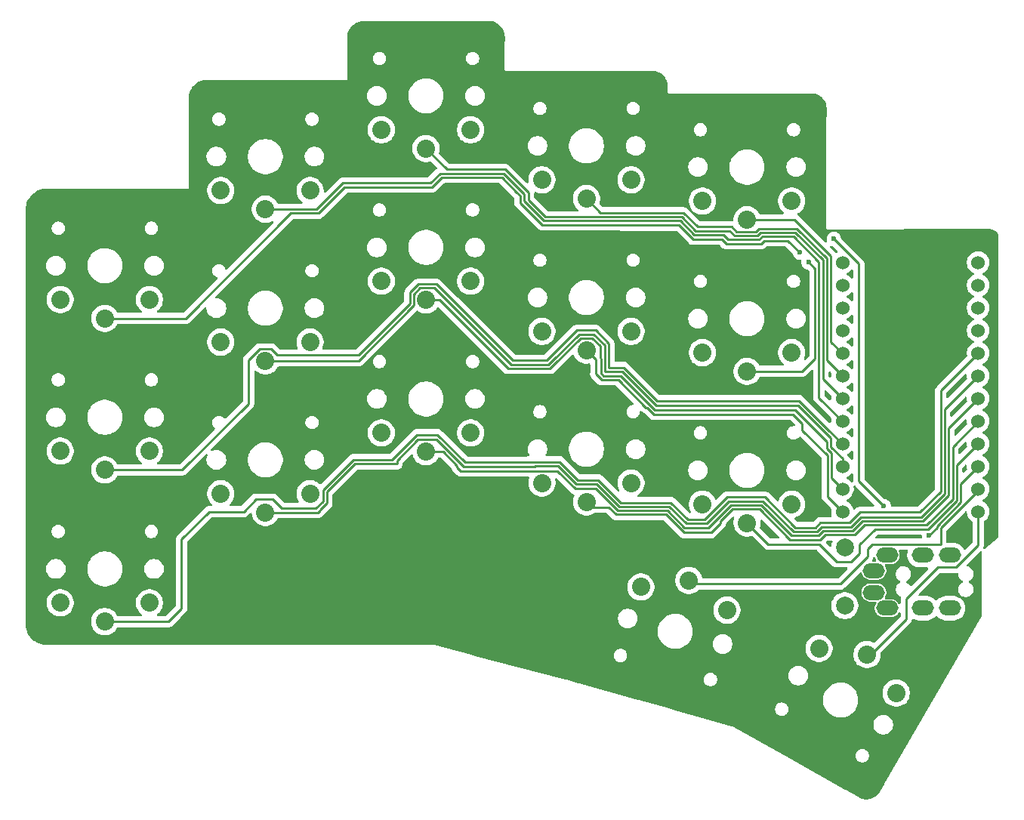
<source format=gtl>
G04 #@! TF.GenerationSoftware,KiCad,Pcbnew,9.0.7*
G04 #@! TF.CreationDate,2026-02-15T11:49:42+01:00*
G04 #@! TF.ProjectId,ferris-sweep-compact,66657272-6973-42d7-9377-6565702d636f,0.1*
G04 #@! TF.SameCoordinates,Original*
G04 #@! TF.FileFunction,Copper,L1,Top*
G04 #@! TF.FilePolarity,Positive*
%FSLAX46Y46*%
G04 Gerber Fmt 4.6, Leading zero omitted, Abs format (unit mm)*
G04 Created by KiCad (PCBNEW 9.0.7) date 2026-02-15 11:49:42*
%MOMM*%
%LPD*%
G01*
G04 APERTURE LIST*
G04 #@! TA.AperFunction,ComponentPad*
%ADD10C,2.032000*%
G04 #@! TD*
G04 #@! TA.AperFunction,ComponentPad*
%ADD11C,1.524000*%
G04 #@! TD*
G04 #@! TA.AperFunction,ComponentPad*
%ADD12C,2.000000*%
G04 #@! TD*
G04 #@! TA.AperFunction,ComponentPad*
%ADD13O,2.500000X1.700000*%
G04 #@! TD*
G04 #@! TA.AperFunction,ViaPad*
%ADD14C,0.600000*%
G04 #@! TD*
G04 #@! TA.AperFunction,Conductor*
%ADD15C,0.250000*%
G04 #@! TD*
G04 APERTURE END LIST*
D10*
X132730127Y-90689103D03*
X124069873Y-85689103D03*
X129450000Y-86370450D03*
D11*
X141911400Y-42422000D03*
X141911400Y-44962000D03*
X141911400Y-47502000D03*
X141911400Y-50042000D03*
X141911400Y-52582000D03*
X141911400Y-55122000D03*
X141911400Y-57662000D03*
X141911400Y-60202000D03*
X141911400Y-62742000D03*
X141911400Y-65282000D03*
X141911400Y-67822000D03*
X141911400Y-70362000D03*
X126691400Y-70362000D03*
X126691400Y-67822000D03*
X126691400Y-65282000D03*
X126691400Y-62742000D03*
X126691400Y-60202000D03*
X126691400Y-57662000D03*
X126691400Y-55122000D03*
X126691400Y-52582000D03*
X126691400Y-50042000D03*
X126691400Y-47502000D03*
X126691400Y-44962000D03*
X126691400Y-42422000D03*
D10*
X85000000Y-44520000D03*
X75000000Y-44520000D03*
X80000000Y-46620000D03*
X49000000Y-46570000D03*
X39000000Y-46570000D03*
X44000000Y-48670000D03*
X67000000Y-34340000D03*
X57000000Y-34340000D03*
X62000000Y-36440000D03*
X85000000Y-27530000D03*
X75000000Y-27530000D03*
X80000000Y-29630000D03*
X103000000Y-33140000D03*
X93000000Y-33140000D03*
X98000000Y-35240000D03*
X121000000Y-35520000D03*
X111000000Y-35520000D03*
X116000000Y-37620000D03*
X49000000Y-63570000D03*
X39000000Y-63570000D03*
X44000000Y-65670000D03*
X67000000Y-51340000D03*
X57000000Y-51340000D03*
X62000000Y-53440000D03*
X103000000Y-50140000D03*
X93000000Y-50140000D03*
X98000000Y-52240000D03*
X121000000Y-52520000D03*
X111000000Y-52520000D03*
X116000000Y-54620000D03*
X67000000Y-68345000D03*
X57000000Y-68345000D03*
X62000000Y-70445000D03*
X85000000Y-61520000D03*
X75000000Y-61520000D03*
X80000000Y-63620000D03*
X103000000Y-67145000D03*
X93000000Y-67145000D03*
X98000000Y-69245000D03*
X121000000Y-69520000D03*
X111000000Y-69520000D03*
X116000000Y-71620000D03*
X113753142Y-81393577D03*
X104093883Y-78805387D03*
X109467032Y-78071038D03*
X49000000Y-80575000D03*
X39000000Y-80575000D03*
X44000000Y-82675000D03*
D12*
X126970000Y-74390000D03*
X126970000Y-80890000D03*
D13*
X131720000Y-75230000D03*
X130220000Y-79430000D03*
X138720000Y-75230000D03*
X135720000Y-75230000D03*
X138720000Y-81180000D03*
X135720000Y-81180000D03*
X131720000Y-81180000D03*
X130220000Y-76980000D03*
D14*
X121920000Y-41294000D03*
X125730000Y-39770000D03*
X131318000Y-69742000D03*
X136398000Y-73044000D03*
X122900000Y-42400000D03*
D15*
X124563589Y-72500000D02*
X127863590Y-72500000D01*
X121015590Y-73050022D02*
X124013567Y-73050022D01*
X135736400Y-71400011D02*
X138599982Y-68536429D01*
X117578270Y-69612702D02*
X121015590Y-73050022D01*
X80000000Y-63620000D02*
X81905180Y-63620000D01*
X94739180Y-65786000D02*
X96741861Y-67788681D01*
X128963579Y-71400011D02*
X135736400Y-71400011D01*
X83483980Y-65198800D02*
X83483981Y-65360019D01*
X138599982Y-68536429D02*
X138599982Y-60973418D01*
X107082235Y-70228989D02*
X108987233Y-72133987D01*
X83483981Y-65360019D02*
X83909962Y-65786000D01*
X127863590Y-72500000D02*
X128963579Y-71400011D01*
X83909962Y-65786000D02*
X94739180Y-65786000D01*
X101475011Y-70228989D02*
X107082235Y-70228989D01*
X124013567Y-73050022D02*
X124563589Y-72500000D01*
X111643515Y-72133987D02*
X114164800Y-69612702D01*
X96741861Y-67788681D02*
X99034703Y-67788681D01*
X99034703Y-67788681D02*
X101475011Y-70228989D01*
X138599982Y-60973418D02*
X141911400Y-57662000D01*
X108987233Y-72133987D02*
X111643515Y-72133987D01*
X81905180Y-63620000D02*
X83483980Y-65198800D01*
X114164800Y-69612702D02*
X117578270Y-69612702D01*
X100076000Y-69850000D02*
X100459612Y-69850000D01*
X98000000Y-69400011D02*
X98155011Y-69400011D01*
X98605000Y-69850000D02*
X98000000Y-69245000D01*
X100459612Y-69850000D02*
X98605000Y-69850000D01*
X129149979Y-71850022D02*
X136127158Y-71850022D01*
X128049990Y-72950011D02*
X129149979Y-71850022D01*
X100459612Y-69850000D02*
X101288611Y-70678999D01*
X101288611Y-70678999D02*
X106895835Y-70678999D01*
X139049992Y-63063408D02*
X141911400Y-60202000D01*
X124749989Y-72950011D02*
X128049990Y-72950011D01*
X113034956Y-71632956D02*
X113034956Y-71378956D01*
X106895835Y-70678999D02*
X108923030Y-72706194D01*
X111961718Y-72706194D02*
X113034956Y-71632956D01*
X121317965Y-73500031D02*
X121317967Y-73500033D01*
X108923030Y-72706194D02*
X111961718Y-72706194D01*
X117391870Y-70062712D02*
X120829189Y-73500031D01*
X113034956Y-71378956D02*
X114351200Y-70062712D01*
X139049992Y-68927188D02*
X139049992Y-63063408D01*
X120829189Y-73500031D02*
X121317965Y-73500031D01*
X121317967Y-73500033D02*
X124199967Y-73500033D01*
X136127158Y-71850022D02*
X139049992Y-68927188D01*
X114351200Y-70062712D02*
X117391870Y-70062712D01*
X124199967Y-73500033D02*
X124749989Y-72950011D01*
X124072819Y-73999999D02*
X126022817Y-75949997D01*
X139500003Y-65153397D02*
X141911400Y-62742000D01*
X126022817Y-75949997D02*
X127699999Y-75949997D01*
X136313557Y-72300033D02*
X139500003Y-69113587D01*
X130363556Y-72300033D02*
X136313557Y-72300033D01*
X127699999Y-75949997D02*
X128599987Y-75050011D01*
X128599987Y-74063602D02*
X130363556Y-72300033D01*
X139500003Y-69113587D02*
X139500003Y-65153397D01*
X128599987Y-75050011D02*
X128599987Y-74063602D01*
X118379999Y-73999999D02*
X124072819Y-73999999D01*
X116000000Y-71620000D02*
X118379999Y-73999999D01*
X141911400Y-65282000D02*
X139950014Y-67243386D01*
X137271990Y-71978010D02*
X139950014Y-69299986D01*
X137271990Y-72170010D02*
X137271990Y-71978010D01*
X136398000Y-73044000D02*
X137271990Y-72170010D01*
X139950014Y-69230014D02*
X139950014Y-69299987D01*
X139950014Y-69299986D02*
X139950014Y-69230014D01*
X139950014Y-67243386D02*
X139950014Y-69230014D01*
X128524000Y-42564000D02*
X128524000Y-66948000D01*
X125730000Y-39770000D02*
X128524000Y-42564000D01*
X128524000Y-66948000D02*
X131318000Y-69742000D01*
X117554202Y-40311028D02*
X117907200Y-39958030D01*
X113697117Y-40311029D02*
X117554202Y-40311028D01*
X113528045Y-40141955D02*
X113697117Y-40311029D01*
X113198498Y-39812410D02*
X113528045Y-40141955D01*
X108373180Y-38246000D02*
X109939590Y-39812410D01*
X101962000Y-38246000D02*
X108373180Y-38246000D01*
X101906030Y-38190030D02*
X101962000Y-38246000D01*
X44000000Y-48670000D02*
X53076000Y-48670000D01*
X90171180Y-34544000D02*
X90549990Y-34922810D01*
X88506020Y-32880020D02*
X90170000Y-34544000D01*
X64855990Y-36890010D02*
X67946401Y-36890009D01*
X90549990Y-35722808D02*
X93017210Y-38190030D01*
X70886400Y-33950010D02*
X80686401Y-33950009D01*
X67946401Y-36890009D02*
X70886400Y-33950010D01*
X80686401Y-33950009D02*
X81756390Y-32880020D01*
X117907200Y-39958030D02*
X120584030Y-39958030D01*
X109939590Y-39812410D02*
X113198498Y-39812410D01*
X81756390Y-32880020D02*
X88506020Y-32880020D01*
X120584030Y-39958030D02*
X121920000Y-41294000D01*
X90170000Y-34544000D02*
X90171180Y-34544000D01*
X90549990Y-34922810D02*
X90549990Y-35722808D01*
X53076000Y-48670000D02*
X64855990Y-36890010D01*
X93017210Y-38190030D02*
X101906030Y-38190030D01*
X125410874Y-51301474D02*
X126691400Y-52582000D01*
X125410874Y-41710874D02*
X125410874Y-51301474D01*
X121320000Y-37620000D02*
X122495000Y-38795000D01*
X116000000Y-37620000D02*
X121320000Y-37620000D01*
X122495000Y-38795000D02*
X125410874Y-41710874D01*
X122420000Y-38720000D02*
X122495000Y-38795000D01*
X116994999Y-38961001D02*
X117348000Y-38608000D01*
X114254001Y-38399999D02*
X114815003Y-38961001D01*
X110436409Y-38399999D02*
X114254001Y-38399999D01*
X114815003Y-38961001D02*
X116994999Y-38961001D01*
X108876410Y-36840000D02*
X110436409Y-38399999D01*
X124960865Y-41960864D02*
X124960865Y-53391465D01*
X99578000Y-36840000D02*
X108876410Y-36840000D01*
X121608001Y-38608000D02*
X124960865Y-41960864D01*
X99578000Y-36818000D02*
X99578000Y-36840000D01*
X124960865Y-53391465D02*
X126691400Y-55122000D01*
X117348000Y-38608000D02*
X121608001Y-38608000D01*
X98000000Y-35240000D02*
X99578000Y-36818000D01*
X124510854Y-42147264D02*
X124510854Y-55481454D01*
X80000000Y-29630000D02*
X82350000Y-31980000D01*
X82350000Y-31980000D02*
X88880000Y-31980000D01*
X88880000Y-31980000D02*
X91500000Y-34600000D01*
X91500000Y-34600000D02*
X91500000Y-35400000D01*
X124510854Y-55481454D02*
X126691400Y-57662000D01*
X93390010Y-37290010D02*
X108690010Y-37290010D01*
X108690010Y-37290010D02*
X110250010Y-38850010D01*
X110250010Y-38850010D02*
X114067602Y-38850010D01*
X91500000Y-35400000D02*
X93390010Y-37290010D01*
X117181400Y-39411010D02*
X117534400Y-39058010D01*
X114067602Y-38850010D02*
X114628603Y-39411011D01*
X114628603Y-39411011D02*
X117181400Y-39411010D01*
X117534400Y-39058010D02*
X121421600Y-39058010D01*
X121421600Y-39058010D02*
X124510854Y-42147264D01*
X124060844Y-42333664D02*
X124060844Y-57571444D01*
X121235200Y-39508020D02*
X124060844Y-42333664D01*
X62000000Y-36440000D02*
X67760000Y-36440000D01*
X117720800Y-39508020D02*
X121235200Y-39508020D01*
X110063610Y-39300020D02*
X113322518Y-39300020D01*
X67760000Y-36440000D02*
X70700000Y-33500000D01*
X124060844Y-57571444D02*
X126691400Y-60202000D01*
X80500000Y-33500000D02*
X81569990Y-32430010D01*
X70700000Y-33500000D02*
X80500000Y-33500000D01*
X93203610Y-37740020D02*
X108503610Y-37740020D01*
X81569990Y-32430010D02*
X88693600Y-32430010D01*
X108503610Y-37740020D02*
X110063610Y-39300020D01*
X113322518Y-39300020D02*
X113883517Y-39861019D01*
X117367801Y-39861019D02*
X117720800Y-39508020D01*
X88693600Y-32430010D02*
X91000000Y-34736410D01*
X91000000Y-34736410D02*
X91000000Y-35536410D01*
X91000000Y-35536410D02*
X93203610Y-37740020D01*
X113883517Y-39861019D02*
X117367801Y-39861019D01*
X105918000Y-57912000D02*
X121861400Y-57912000D01*
X100500018Y-51482516D02*
X100500018Y-54185982D01*
X99016483Y-49998981D02*
X100500018Y-51482516D01*
X44000000Y-65670000D02*
X52669046Y-65670000D01*
X93531980Y-53399980D02*
X96932979Y-49998981D01*
X63341001Y-52796319D02*
X72425681Y-52796319D01*
X89721980Y-53399980D02*
X93531980Y-53399980D01*
X52669046Y-65670000D02*
X60100000Y-58239046D01*
X60100000Y-58239046D02*
X60100000Y-53355318D01*
X60100000Y-53355318D02*
X61356319Y-52098999D01*
X72425681Y-52796319D02*
X78208989Y-47013011D01*
X121861400Y-57912000D02*
X125065700Y-61116300D01*
X61356319Y-52098999D02*
X62643681Y-52098999D01*
X96932979Y-49998981D02*
X99016483Y-49998981D01*
X62643681Y-52098999D02*
X63341001Y-52796319D01*
X78208989Y-47013011D02*
X78208989Y-45789919D01*
X102191982Y-54185982D02*
X105918000Y-57912000D01*
X100500018Y-54185982D02*
X102191982Y-54185982D01*
X78208989Y-45789919D02*
X79169919Y-44828989D01*
X125065700Y-61116300D02*
X126691400Y-62742000D01*
X79169919Y-44828989D02*
X81150989Y-44828989D01*
X81150989Y-44828989D02*
X89721980Y-53399980D01*
X121732990Y-58420000D02*
X125404319Y-62091329D01*
X105789590Y-58420000D02*
X121732990Y-58420000D01*
X102005582Y-54635992D02*
X105789590Y-58420000D01*
X100294816Y-54617190D02*
X100313618Y-54635992D01*
X125404319Y-63063681D02*
X126691400Y-64350762D01*
X100050010Y-54617190D02*
X100294816Y-54617190D01*
X62000000Y-53440000D02*
X72418410Y-53440000D01*
X72418410Y-53440000D02*
X78658999Y-47199411D01*
X126691400Y-64350762D02*
X126691400Y-65282000D01*
X78658999Y-47199411D02*
X78658999Y-45976319D01*
X100050010Y-51668918D02*
X100050010Y-54617190D01*
X79356319Y-45278999D02*
X80964589Y-45278999D01*
X97169919Y-50448989D02*
X98830082Y-50448990D01*
X94235990Y-53382918D02*
X97169919Y-50448989D01*
X100313618Y-54635992D02*
X102005582Y-54635992D01*
X98830082Y-50448990D02*
X100050010Y-51668918D01*
X125404319Y-62091329D02*
X125404319Y-63063681D01*
X80964589Y-45278999D02*
X89535580Y-53849990D01*
X78658999Y-45976319D02*
X79356319Y-45278999D01*
X89535580Y-53849990D02*
X93727990Y-53849990D01*
X93727990Y-53849990D02*
X94195062Y-53382918D01*
X94195062Y-53382918D02*
X94235990Y-53382918D01*
X123600000Y-53004682D02*
X123600000Y-43100000D01*
X123600000Y-43100000D02*
X122900000Y-42400000D01*
X122900000Y-42400000D02*
X122900000Y-42400000D01*
X120884682Y-54620000D02*
X120894682Y-54610000D01*
X116000000Y-54620000D02*
X120884682Y-54620000D01*
X123610834Y-53173166D02*
X123610834Y-53086000D01*
X122174000Y-54610000D02*
X123610834Y-53173166D01*
X120894682Y-54610000D02*
X122174000Y-54610000D01*
X128777179Y-70950000D02*
X135550000Y-70950000D01*
X79073411Y-62278999D02*
X81200589Y-62278999D01*
X99606767Y-67724335D02*
X99625991Y-67724335D01*
X121201989Y-72600011D02*
X123827167Y-72600011D01*
X76757804Y-64594606D02*
X79073411Y-62278999D01*
X92259990Y-65220010D02*
X94809600Y-65220010D01*
X99625991Y-67724335D02*
X101680633Y-69778977D01*
X72060214Y-64974196D02*
X76757804Y-64974196D01*
X68903010Y-68131400D02*
X72060214Y-64974196D01*
X68159000Y-70191000D02*
X68159000Y-70145410D01*
X94809600Y-65220010D02*
X96841600Y-67252010D01*
X68159000Y-70145410D02*
X68903010Y-69401400D01*
X84197600Y-65276010D02*
X92203990Y-65276010D01*
X127677190Y-72049989D02*
X128777179Y-70950000D01*
X138149970Y-68350030D02*
X138149970Y-58883430D01*
X81200589Y-62278999D02*
X84197600Y-65276010D01*
X96841600Y-67252010D02*
X99134442Y-67252010D01*
X76757804Y-64974196D02*
X76757804Y-64594606D01*
X113978400Y-69162692D02*
X117764670Y-69162692D01*
X68903010Y-69401400D02*
X68903010Y-68131400D01*
X101680633Y-69778977D02*
X107268633Y-69778977D01*
X92203990Y-65276010D02*
X92259990Y-65220010D01*
X107268633Y-69778977D02*
X109173633Y-71683977D01*
X109173633Y-71683977D02*
X111457115Y-71683977D01*
X138149970Y-58883430D02*
X141911400Y-55122000D01*
X111457115Y-71683977D02*
X113978400Y-69162692D01*
X67905000Y-70445000D02*
X68159000Y-70191000D01*
X117764670Y-69162692D02*
X121201989Y-72600011D01*
X99134442Y-67252010D02*
X99606767Y-67724335D01*
X62000000Y-70445000D02*
X67905000Y-70445000D01*
X123827167Y-72600011D02*
X124377189Y-72049989D01*
X135550000Y-70950000D02*
X138149970Y-68350030D01*
X124377189Y-72049989D02*
X127677190Y-72049989D01*
X137699959Y-56793441D02*
X141911400Y-52582000D01*
X137699959Y-68100041D02*
X137699959Y-56793441D01*
X127490790Y-71599978D02*
X128690768Y-70400000D01*
X124190789Y-71599978D02*
X127490790Y-71599978D01*
X123640768Y-72150000D02*
X124190789Y-71599978D01*
X68453000Y-67945000D02*
X71882000Y-64516000D01*
X68453000Y-69215000D02*
X68453000Y-67945000D01*
X99340066Y-66802000D02*
X101867033Y-69328967D01*
X71882000Y-64516000D02*
X76200000Y-64516000D01*
X60950000Y-68950000D02*
X62800000Y-68950000D01*
X63844989Y-69994989D02*
X67673011Y-69994989D01*
X59550000Y-70350000D02*
X60950000Y-68950000D01*
X91565590Y-64770000D02*
X94996000Y-64770000D01*
X55700000Y-70350000D02*
X59550000Y-70350000D01*
X52600000Y-73450000D02*
X55700000Y-70350000D01*
X67673011Y-69994989D02*
X68453000Y-69215000D01*
X94996000Y-64770000D02*
X97028000Y-66802000D01*
X52600000Y-81200000D02*
X52600000Y-73450000D01*
X128690768Y-70400000D02*
X135400000Y-70400000D01*
X62800000Y-68950000D02*
X63844989Y-69994989D01*
X44000000Y-82675000D02*
X51125000Y-82675000D01*
X135400000Y-70400000D02*
X137699959Y-68100041D01*
X51125000Y-82675000D02*
X52600000Y-81200000D01*
X81280000Y-61722000D02*
X84384000Y-64826000D01*
X76200000Y-64516000D02*
X78994000Y-61722000D01*
X84384000Y-64826000D02*
X91509590Y-64826000D01*
X78994000Y-61722000D02*
X81280000Y-61722000D01*
X109360033Y-71233967D02*
X111270715Y-71233967D01*
X97028000Y-66802000D02*
X99340066Y-66802000D01*
X101867033Y-69328967D02*
X107455033Y-69328967D01*
X121426000Y-72150000D02*
X123640768Y-72150000D01*
X107455033Y-69328967D02*
X109360033Y-71233967D01*
X91509590Y-64826000D02*
X91565590Y-64770000D01*
X111270715Y-71233967D02*
X113792000Y-68712682D01*
X113792000Y-68712682D02*
X117988682Y-68712682D01*
X117988682Y-68712682D02*
X121426000Y-72150000D01*
X125446700Y-66577300D02*
X126691400Y-67822000D01*
X125446700Y-63742472D02*
X125446700Y-66577300D01*
X81530000Y-46620000D02*
X89210000Y-54300000D01*
X80000000Y-46620000D02*
X81530000Y-46620000D01*
X97356319Y-50898999D02*
X98643681Y-50898999D01*
X89210000Y-54300000D02*
X93914390Y-54300000D01*
X99527000Y-53127000D02*
X99600000Y-53200000D01*
X93914390Y-54300000D02*
X94381463Y-53832927D01*
X99600000Y-53200000D02*
X99600000Y-54803590D01*
X94381463Y-53832927D02*
X94422391Y-53832927D01*
X94422391Y-53832927D02*
X97356319Y-50898999D01*
X98643681Y-50898999D02*
X99527000Y-51782318D01*
X99527000Y-51782318D02*
X99527000Y-53127000D01*
X99600000Y-54803590D02*
X99915820Y-55119410D01*
X101852590Y-55119410D02*
X105661180Y-58928000D01*
X99915820Y-55119410D02*
X101852590Y-55119410D01*
X124954309Y-63250081D02*
X125446700Y-63742472D01*
X124954309Y-62470309D02*
X124954309Y-63250081D01*
X121412000Y-58928000D02*
X124954309Y-62470309D01*
X105661180Y-58928000D02*
X121412000Y-58928000D01*
X125192700Y-68863300D02*
X126691400Y-70362000D01*
X124996690Y-68667290D02*
X125192700Y-68863300D01*
X124996690Y-64036690D02*
X124996690Y-68667290D01*
X122174000Y-60452000D02*
X122174000Y-61214000D01*
X105532770Y-59436000D02*
X121158000Y-59436000D01*
X104648000Y-58674000D02*
X104770770Y-58674000D01*
X122174000Y-61214000D02*
X124996690Y-64036690D01*
X104770770Y-58674000D02*
X105532770Y-59436000D01*
X99729419Y-55569419D02*
X101543419Y-55569419D01*
X121158000Y-59436000D02*
X122174000Y-60452000D01*
X101543419Y-55569419D02*
X104648000Y-58674000D01*
X98000000Y-52240000D02*
X99060000Y-53300000D01*
X99060000Y-54864000D02*
X99042000Y-54882000D01*
X99060000Y-53300000D02*
X99060000Y-54864000D01*
X99042000Y-54882000D02*
X99729419Y-55569419D01*
X133850000Y-82370450D02*
X129450000Y-86770450D01*
X133850000Y-80119002D02*
X133850000Y-82370450D01*
X137369002Y-76600000D02*
X133850000Y-80119002D01*
X139411715Y-76600000D02*
X137369002Y-76600000D01*
X141911400Y-74100315D02*
X139411715Y-76600000D01*
X141911400Y-70362000D02*
X141911400Y-74100315D01*
X137722000Y-72164410D02*
X141911400Y-67975010D01*
X137722000Y-74006000D02*
X137722000Y-72164410D01*
X129994000Y-74006000D02*
X137722000Y-74006000D01*
X129500009Y-74499991D02*
X129994000Y-74006000D01*
X141911400Y-67975010D02*
X141911400Y-67822000D01*
X129500008Y-75422812D02*
X129500009Y-74499991D01*
X126451780Y-78471038D02*
X129500008Y-75422812D01*
X109467032Y-78471038D02*
X126451780Y-78471038D01*
G04 #@! TA.AperFunction,NonConductor*
G36*
X125480484Y-40541762D02*
G01*
X125490200Y-40545786D01*
X125494169Y-40547430D01*
X125603178Y-40569112D01*
X125666087Y-40602019D01*
X125667692Y-40603596D01*
X126150612Y-41086517D01*
X126164311Y-41111606D01*
X126180781Y-41134968D01*
X126181097Y-41142346D01*
X126184637Y-41148829D01*
X126182597Y-41177341D01*
X126183822Y-41205900D01*
X126180098Y-41212278D01*
X126179572Y-41219645D01*
X126162440Y-41242529D01*
X126148031Y-41267215D01*
X126139412Y-41273290D01*
X126137025Y-41276480D01*
X126118719Y-41287879D01*
X126044651Y-41325619D01*
X125974875Y-41338723D01*
X125909090Y-41312023D01*
X125898353Y-41302448D01*
X125682422Y-41086517D01*
X125343170Y-40747265D01*
X125309146Y-40684954D01*
X125314210Y-40614139D01*
X125356757Y-40557303D01*
X125423277Y-40532492D01*
X125480484Y-40541762D01*
G37*
G04 #@! TD.AperFunction*
G04 #@! TA.AperFunction,NonConductor*
G36*
X127852311Y-43230509D02*
G01*
X127887225Y-43292328D01*
X127890500Y-43320871D01*
X127890500Y-44063128D01*
X127870498Y-44131249D01*
X127816842Y-44177742D01*
X127746568Y-44187846D01*
X127681988Y-44158352D01*
X127662567Y-44137193D01*
X127660483Y-44134324D01*
X127519080Y-43992921D01*
X127519077Y-43992919D01*
X127519075Y-43992917D01*
X127357287Y-43875371D01*
X127217735Y-43804265D01*
X127166122Y-43755519D01*
X127149056Y-43686604D01*
X127171957Y-43619402D01*
X127217734Y-43579735D01*
X127357287Y-43508629D01*
X127519075Y-43391083D01*
X127660483Y-43249675D01*
X127662564Y-43246810D01*
X127663634Y-43245985D01*
X127663696Y-43245913D01*
X127663711Y-43245926D01*
X127718782Y-43203458D01*
X127789518Y-43197380D01*
X127852311Y-43230509D01*
G37*
G04 #@! TD.AperFunction*
G04 #@! TA.AperFunction,NonConductor*
G36*
X127852311Y-45770509D02*
G01*
X127887225Y-45832328D01*
X127890500Y-45860871D01*
X127890500Y-46603128D01*
X127870498Y-46671249D01*
X127816842Y-46717742D01*
X127746568Y-46727846D01*
X127681988Y-46698352D01*
X127662567Y-46677193D01*
X127660483Y-46674324D01*
X127519080Y-46532921D01*
X127519077Y-46532919D01*
X127519075Y-46532917D01*
X127357287Y-46415371D01*
X127217735Y-46344265D01*
X127166122Y-46295519D01*
X127149056Y-46226604D01*
X127171957Y-46159402D01*
X127217734Y-46119735D01*
X127357287Y-46048629D01*
X127519075Y-45931083D01*
X127660483Y-45789675D01*
X127662564Y-45786810D01*
X127663634Y-45785985D01*
X127663696Y-45785913D01*
X127663711Y-45785926D01*
X127718782Y-45743458D01*
X127789518Y-45737380D01*
X127852311Y-45770509D01*
G37*
G04 #@! TD.AperFunction*
G04 #@! TA.AperFunction,NonConductor*
G36*
X127852311Y-48310509D02*
G01*
X127887225Y-48372328D01*
X127890500Y-48400871D01*
X127890500Y-49143128D01*
X127870498Y-49211249D01*
X127816842Y-49257742D01*
X127746568Y-49267846D01*
X127681988Y-49238352D01*
X127662567Y-49217193D01*
X127660483Y-49214324D01*
X127519080Y-49072921D01*
X127519077Y-49072919D01*
X127519075Y-49072917D01*
X127357287Y-48955371D01*
X127217735Y-48884265D01*
X127166122Y-48835519D01*
X127149056Y-48766604D01*
X127171957Y-48699402D01*
X127217734Y-48659735D01*
X127357287Y-48588629D01*
X127519075Y-48471083D01*
X127660483Y-48329675D01*
X127662564Y-48326810D01*
X127663634Y-48325985D01*
X127663696Y-48325913D01*
X127663711Y-48325926D01*
X127718782Y-48283458D01*
X127789518Y-48277380D01*
X127852311Y-48310509D01*
G37*
G04 #@! TD.AperFunction*
G04 #@! TA.AperFunction,NonConductor*
G36*
X127852311Y-50850509D02*
G01*
X127887225Y-50912328D01*
X127890500Y-50940871D01*
X127890500Y-51683128D01*
X127870498Y-51751249D01*
X127816842Y-51797742D01*
X127746568Y-51807846D01*
X127681988Y-51778352D01*
X127662567Y-51757193D01*
X127660483Y-51754324D01*
X127519080Y-51612921D01*
X127519077Y-51612919D01*
X127519075Y-51612917D01*
X127357287Y-51495371D01*
X127217735Y-51424265D01*
X127166122Y-51375519D01*
X127149056Y-51306604D01*
X127171957Y-51239402D01*
X127217734Y-51199735D01*
X127357287Y-51128629D01*
X127519075Y-51011083D01*
X127660483Y-50869675D01*
X127662564Y-50866810D01*
X127663634Y-50865985D01*
X127663696Y-50865913D01*
X127663711Y-50865926D01*
X127718782Y-50823458D01*
X127789518Y-50817380D01*
X127852311Y-50850509D01*
G37*
G04 #@! TD.AperFunction*
G04 #@! TA.AperFunction,NonConductor*
G36*
X127852311Y-53390509D02*
G01*
X127887225Y-53452328D01*
X127890500Y-53480871D01*
X127890500Y-54223128D01*
X127870498Y-54291249D01*
X127816842Y-54337742D01*
X127746568Y-54347846D01*
X127681988Y-54318352D01*
X127662567Y-54297193D01*
X127660483Y-54294324D01*
X127519080Y-54152921D01*
X127519077Y-54152919D01*
X127519075Y-54152917D01*
X127357287Y-54035371D01*
X127217735Y-53964265D01*
X127166122Y-53915519D01*
X127149056Y-53846604D01*
X127171957Y-53779402D01*
X127217734Y-53739735D01*
X127357287Y-53668629D01*
X127519075Y-53551083D01*
X127660483Y-53409675D01*
X127662564Y-53406810D01*
X127663634Y-53405985D01*
X127663696Y-53405913D01*
X127663711Y-53405926D01*
X127718782Y-53363458D01*
X127789518Y-53357380D01*
X127852311Y-53390509D01*
G37*
G04 #@! TD.AperFunction*
G04 #@! TA.AperFunction,NonConductor*
G36*
X125352866Y-54679824D02*
G01*
X125359449Y-54685953D01*
X125413049Y-54739553D01*
X125447075Y-54801865D01*
X125448403Y-54848358D01*
X125420900Y-55022010D01*
X125420900Y-55191405D01*
X125414561Y-55212992D01*
X125412956Y-55235437D01*
X125404754Y-55246393D01*
X125400898Y-55259526D01*
X125383892Y-55274261D01*
X125370409Y-55292273D01*
X125357586Y-55297055D01*
X125347242Y-55306019D01*
X125324969Y-55309221D01*
X125303889Y-55317084D01*
X125290516Y-55314175D01*
X125276968Y-55316123D01*
X125256501Y-55306775D01*
X125234515Y-55301993D01*
X125216501Y-55288507D01*
X125212388Y-55286629D01*
X125205805Y-55280500D01*
X125181259Y-55255954D01*
X125147233Y-55193642D01*
X125144354Y-55166859D01*
X125144354Y-54775048D01*
X125164356Y-54706927D01*
X125218012Y-54660434D01*
X125288286Y-54650330D01*
X125352866Y-54679824D01*
G37*
G04 #@! TD.AperFunction*
G04 #@! TA.AperFunction,NonConductor*
G36*
X127852311Y-55930509D02*
G01*
X127887225Y-55992328D01*
X127890500Y-56020871D01*
X127890500Y-56763128D01*
X127870498Y-56831249D01*
X127816842Y-56877742D01*
X127746568Y-56887846D01*
X127681988Y-56858352D01*
X127662567Y-56837193D01*
X127660483Y-56834324D01*
X127519080Y-56692921D01*
X127519077Y-56692919D01*
X127519075Y-56692917D01*
X127357287Y-56575371D01*
X127217735Y-56504265D01*
X127166122Y-56455519D01*
X127149056Y-56386604D01*
X127171957Y-56319402D01*
X127217734Y-56279735D01*
X127357287Y-56208629D01*
X127519075Y-56091083D01*
X127660483Y-55949675D01*
X127662564Y-55946810D01*
X127663634Y-55945985D01*
X127663696Y-55945913D01*
X127663711Y-55945926D01*
X127718782Y-55903458D01*
X127789518Y-55897380D01*
X127852311Y-55930509D01*
G37*
G04 #@! TD.AperFunction*
G04 #@! TA.AperFunction,NonConductor*
G36*
X140545281Y-54933560D02*
G01*
X140558932Y-54934537D01*
X140576945Y-54948021D01*
X140597412Y-54957369D01*
X140604810Y-54968881D01*
X140615768Y-54977084D01*
X140623631Y-54998167D01*
X140635796Y-55017095D01*
X140638998Y-55039365D01*
X140640579Y-55043604D01*
X140640900Y-55052593D01*
X140640900Y-55221991D01*
X140654716Y-55309221D01*
X140668403Y-55395640D01*
X140659303Y-55466051D01*
X140633049Y-55504445D01*
X138548554Y-57588941D01*
X138486242Y-57622966D01*
X138415427Y-57617902D01*
X138358591Y-57575355D01*
X138333780Y-57508835D01*
X138333459Y-57499846D01*
X138333459Y-57108034D01*
X138353461Y-57039913D01*
X138370359Y-57018944D01*
X140425805Y-54963497D01*
X140445551Y-54952715D01*
X140462558Y-54937979D01*
X140476105Y-54936031D01*
X140488117Y-54929472D01*
X140510560Y-54931077D01*
X140532832Y-54927875D01*
X140545281Y-54933560D01*
G37*
G04 #@! TD.AperFunction*
G04 #@! TA.AperFunction,NonConductor*
G36*
X124902856Y-56769814D02*
G01*
X124909439Y-56775943D01*
X125413049Y-57279553D01*
X125447075Y-57341865D01*
X125448403Y-57388358D01*
X125420900Y-57562010D01*
X125420900Y-57731406D01*
X125400898Y-57799527D01*
X125347242Y-57846020D01*
X125276968Y-57856124D01*
X125212388Y-57826630D01*
X125205805Y-57820501D01*
X124731249Y-57345945D01*
X124697223Y-57283633D01*
X124694344Y-57256850D01*
X124694344Y-56865038D01*
X124714346Y-56796917D01*
X124768002Y-56750424D01*
X124838276Y-56740320D01*
X124902856Y-56769814D01*
G37*
G04 #@! TD.AperFunction*
G04 #@! TA.AperFunction,NonConductor*
G36*
X127852311Y-58470509D02*
G01*
X127887225Y-58532328D01*
X127890500Y-58560871D01*
X127890500Y-59303128D01*
X127870498Y-59371249D01*
X127816842Y-59417742D01*
X127746568Y-59427846D01*
X127681988Y-59398352D01*
X127662567Y-59377193D01*
X127660483Y-59374324D01*
X127519080Y-59232921D01*
X127519077Y-59232919D01*
X127519075Y-59232917D01*
X127357287Y-59115371D01*
X127217735Y-59044265D01*
X127166122Y-58995519D01*
X127149056Y-58926604D01*
X127171957Y-58859402D01*
X127217734Y-58819735D01*
X127357287Y-58748629D01*
X127519075Y-58631083D01*
X127660483Y-58489675D01*
X127662564Y-58486810D01*
X127663634Y-58485985D01*
X127663696Y-58485913D01*
X127663711Y-58485926D01*
X127718782Y-58443458D01*
X127789518Y-58437380D01*
X127852311Y-58470509D01*
G37*
G04 #@! TD.AperFunction*
G04 #@! TA.AperFunction,NonConductor*
G36*
X140558932Y-57474537D02*
G01*
X140615768Y-57517084D01*
X140640579Y-57583604D01*
X140640900Y-57592593D01*
X140640900Y-57761991D01*
X140650167Y-57820501D01*
X140668403Y-57935640D01*
X140659303Y-58006051D01*
X140633049Y-58044445D01*
X138998565Y-59678930D01*
X138936253Y-59712955D01*
X138865438Y-59707891D01*
X138808602Y-59665344D01*
X138783791Y-59598824D01*
X138783470Y-59589835D01*
X138783470Y-59198023D01*
X138803472Y-59129902D01*
X138820370Y-59108933D01*
X140425805Y-57503497D01*
X140488117Y-57469472D01*
X140558932Y-57474537D01*
G37*
G04 #@! TD.AperFunction*
G04 #@! TA.AperFunction,NonConductor*
G36*
X140545281Y-60013560D02*
G01*
X140558932Y-60014537D01*
X140576945Y-60028021D01*
X140597412Y-60037369D01*
X140604810Y-60048881D01*
X140615768Y-60057084D01*
X140623631Y-60078167D01*
X140635796Y-60097095D01*
X140638998Y-60119365D01*
X140640579Y-60123604D01*
X140640900Y-60132593D01*
X140640900Y-60301991D01*
X140649641Y-60357177D01*
X140668403Y-60475640D01*
X140659303Y-60546051D01*
X140633049Y-60584445D01*
X139448577Y-61768918D01*
X139386265Y-61802943D01*
X139315450Y-61797879D01*
X139258614Y-61755332D01*
X139233803Y-61688812D01*
X139233482Y-61679823D01*
X139233482Y-61288011D01*
X139253484Y-61219890D01*
X139270382Y-61198921D01*
X140425805Y-60043497D01*
X140445551Y-60032715D01*
X140462558Y-60017979D01*
X140476105Y-60016031D01*
X140488117Y-60009472D01*
X140510560Y-60011077D01*
X140532832Y-60007875D01*
X140545281Y-60013560D01*
G37*
G04 #@! TD.AperFunction*
G04 #@! TA.AperFunction,NonConductor*
G36*
X127852311Y-61010509D02*
G01*
X127887225Y-61072328D01*
X127890500Y-61100871D01*
X127890500Y-61843128D01*
X127870498Y-61911249D01*
X127816842Y-61957742D01*
X127746568Y-61967846D01*
X127681988Y-61938352D01*
X127662567Y-61917193D01*
X127660483Y-61914324D01*
X127519080Y-61772921D01*
X127519077Y-61772919D01*
X127519075Y-61772917D01*
X127357287Y-61655371D01*
X127217735Y-61584265D01*
X127166122Y-61535519D01*
X127149056Y-61466604D01*
X127171957Y-61399402D01*
X127217734Y-61359735D01*
X127357287Y-61288629D01*
X127519075Y-61171083D01*
X127660483Y-61029675D01*
X127662564Y-61026810D01*
X127663634Y-61025985D01*
X127663696Y-61025913D01*
X127663711Y-61025926D01*
X127718782Y-60983458D01*
X127789518Y-60977380D01*
X127852311Y-61010509D01*
G37*
G04 #@! TD.AperFunction*
G04 #@! TA.AperFunction,NonConductor*
G36*
X140545281Y-62553560D02*
G01*
X140558932Y-62554537D01*
X140576945Y-62568021D01*
X140597412Y-62577369D01*
X140604810Y-62588881D01*
X140615768Y-62597084D01*
X140623631Y-62618167D01*
X140635796Y-62637095D01*
X140638998Y-62659365D01*
X140640579Y-62663604D01*
X140640900Y-62672593D01*
X140640900Y-62841991D01*
X140651301Y-62907659D01*
X140668403Y-63015640D01*
X140659303Y-63086051D01*
X140633049Y-63124445D01*
X140187813Y-63569683D01*
X139898588Y-63858908D01*
X139836275Y-63892933D01*
X139765460Y-63887869D01*
X139708624Y-63845322D01*
X139683813Y-63778802D01*
X139683492Y-63769813D01*
X139683492Y-63378001D01*
X139703494Y-63309880D01*
X139720392Y-63288910D01*
X140425805Y-62583497D01*
X140445551Y-62572715D01*
X140462558Y-62557979D01*
X140476105Y-62556031D01*
X140488117Y-62549472D01*
X140510560Y-62551077D01*
X140532832Y-62547875D01*
X140545281Y-62553560D01*
G37*
G04 #@! TD.AperFunction*
G04 #@! TA.AperFunction,NonConductor*
G36*
X127852311Y-63550509D02*
G01*
X127887225Y-63612328D01*
X127890500Y-63640871D01*
X127890500Y-64383128D01*
X127870498Y-64451249D01*
X127816842Y-64497742D01*
X127746568Y-64507846D01*
X127681988Y-64478352D01*
X127662567Y-64457193D01*
X127660483Y-64454324D01*
X127519080Y-64312921D01*
X127519077Y-64312919D01*
X127519075Y-64312917D01*
X127385645Y-64215974D01*
X127357289Y-64195372D01*
X127342226Y-64187697D01*
X127324708Y-64171151D01*
X127304405Y-64158172D01*
X127295155Y-64143238D01*
X127290612Y-64138947D01*
X127284943Y-64128048D01*
X127283942Y-64125870D01*
X127252800Y-64050687D01*
X127241872Y-64034333D01*
X127237701Y-64025256D01*
X127233951Y-63999614D01*
X127226209Y-63974886D01*
X127228900Y-63965073D01*
X127227429Y-63955007D01*
X127238136Y-63931411D01*
X127244993Y-63906419D01*
X127252697Y-63899322D01*
X127256767Y-63890355D01*
X127275747Y-63878092D01*
X127294985Y-63860373D01*
X127357287Y-63828629D01*
X127519075Y-63711083D01*
X127660483Y-63569675D01*
X127662564Y-63566810D01*
X127663634Y-63565985D01*
X127663696Y-63565913D01*
X127663711Y-63565926D01*
X127718782Y-63523458D01*
X127789518Y-63517380D01*
X127852311Y-63550509D01*
G37*
G04 #@! TD.AperFunction*
G04 #@! TA.AperFunction,NonConductor*
G36*
X140545281Y-65093561D02*
G01*
X140558932Y-65094538D01*
X140576945Y-65108022D01*
X140597412Y-65117370D01*
X140604810Y-65128882D01*
X140615768Y-65137085D01*
X140623631Y-65158168D01*
X140635796Y-65177096D01*
X140638998Y-65199366D01*
X140640579Y-65203605D01*
X140640900Y-65212594D01*
X140640900Y-65381991D01*
X140650691Y-65443809D01*
X140668403Y-65555640D01*
X140659303Y-65626051D01*
X140633050Y-65664445D01*
X140348596Y-65948898D01*
X140286286Y-65982922D01*
X140215471Y-65977858D01*
X140158635Y-65935311D01*
X140133824Y-65868791D01*
X140133503Y-65859802D01*
X140133503Y-65467991D01*
X140153505Y-65399870D01*
X140170408Y-65378896D01*
X140425805Y-65123499D01*
X140445551Y-65112716D01*
X140462558Y-65097980D01*
X140476105Y-65096032D01*
X140488117Y-65089473D01*
X140510560Y-65091078D01*
X140532832Y-65087876D01*
X140545281Y-65093561D01*
G37*
G04 #@! TD.AperFunction*
G04 #@! TA.AperFunction,NonConductor*
G36*
X127852311Y-66090509D02*
G01*
X127887225Y-66152328D01*
X127890500Y-66180871D01*
X127890500Y-66923128D01*
X127870498Y-66991249D01*
X127816842Y-67037742D01*
X127746568Y-67047846D01*
X127681988Y-67018352D01*
X127662567Y-66997193D01*
X127660483Y-66994324D01*
X127519080Y-66852921D01*
X127519077Y-66852919D01*
X127519075Y-66852917D01*
X127357287Y-66735371D01*
X127217735Y-66664265D01*
X127166122Y-66615519D01*
X127149056Y-66546604D01*
X127171957Y-66479402D01*
X127217734Y-66439735D01*
X127357287Y-66368629D01*
X127519075Y-66251083D01*
X127660483Y-66109675D01*
X127662564Y-66106810D01*
X127663634Y-66105985D01*
X127663696Y-66105913D01*
X127663711Y-66105926D01*
X127718782Y-66063458D01*
X127789518Y-66057380D01*
X127852311Y-66090509D01*
G37*
G04 #@! TD.AperFunction*
G04 #@! TA.AperFunction,NonConductor*
G36*
X128130767Y-67455303D02*
G01*
X128153263Y-67473168D01*
X130231500Y-69551405D01*
X130265526Y-69613717D01*
X130260461Y-69684532D01*
X130217914Y-69741368D01*
X130151394Y-69766179D01*
X130142405Y-69766500D01*
X128628371Y-69766500D01*
X128555336Y-69781028D01*
X128505983Y-69790845D01*
X128505981Y-69790845D01*
X128505980Y-69790846D01*
X128390691Y-69838601D01*
X128286936Y-69907928D01*
X128286934Y-69907929D01*
X128124994Y-70069869D01*
X128062682Y-70103894D01*
X127991866Y-70098829D01*
X127935031Y-70056282D01*
X127916066Y-70019709D01*
X127902353Y-69977505D01*
X127868819Y-69874297D01*
X127778029Y-69696113D01*
X127778027Y-69696109D01*
X127698163Y-69586187D01*
X127660483Y-69534325D01*
X127660480Y-69534322D01*
X127660478Y-69534319D01*
X127519080Y-69392921D01*
X127519077Y-69392919D01*
X127519075Y-69392917D01*
X127357287Y-69275371D01*
X127217735Y-69204265D01*
X127166122Y-69155519D01*
X127149056Y-69086604D01*
X127171957Y-69019402D01*
X127217734Y-68979735D01*
X127357287Y-68908629D01*
X127519075Y-68791083D01*
X127660483Y-68649675D01*
X127778029Y-68487887D01*
X127868819Y-68309703D01*
X127930616Y-68119510D01*
X127961900Y-67921991D01*
X127961900Y-67722009D01*
X127939719Y-67581968D01*
X127948818Y-67511564D01*
X127994540Y-67457249D01*
X128062368Y-67436276D01*
X128130767Y-67455303D01*
G37*
G04 #@! TD.AperFunction*
G04 #@! TA.AperFunction,NonConductor*
G36*
X117699284Y-71270660D02*
G01*
X117721779Y-71288525D01*
X119584658Y-73151404D01*
X119618684Y-73213716D01*
X119613619Y-73284531D01*
X119571072Y-73341367D01*
X119504552Y-73366178D01*
X119495563Y-73366499D01*
X118694593Y-73366499D01*
X118626472Y-73346497D01*
X118605498Y-73329594D01*
X117484157Y-72208253D01*
X117450131Y-72145941D01*
X117453419Y-72080221D01*
X117467531Y-72036789D01*
X117486962Y-71976988D01*
X117524500Y-71739981D01*
X117524500Y-71500019D01*
X117508235Y-71397327D01*
X117517334Y-71326920D01*
X117563056Y-71272606D01*
X117630884Y-71251633D01*
X117699284Y-71270660D01*
G37*
G04 #@! TD.AperFunction*
G04 #@! TA.AperFunction,NonConductor*
G36*
X135465120Y-72934008D02*
G01*
X135466753Y-72933575D01*
X135499053Y-72943972D01*
X135531621Y-72953535D01*
X135532727Y-72954811D01*
X135534334Y-72955329D01*
X135555883Y-72981535D01*
X135578114Y-73007191D01*
X135578521Y-73009066D01*
X135579427Y-73010167D01*
X135588639Y-73044827D01*
X135589500Y-73052153D01*
X135589500Y-73123630D01*
X135610027Y-73226831D01*
X135610611Y-73231794D01*
X135605459Y-73262056D01*
X135602723Y-73292632D01*
X135599561Y-73296702D01*
X135598696Y-73301784D01*
X135578000Y-73324457D01*
X135559169Y-73348700D01*
X135554308Y-73350414D01*
X135550834Y-73354221D01*
X135515539Y-73364091D01*
X135492217Y-73372319D01*
X135488911Y-73371538D01*
X135485472Y-73372500D01*
X130491183Y-73372500D01*
X130423062Y-73352498D01*
X130376569Y-73298842D01*
X130366465Y-73228568D01*
X130395959Y-73163988D01*
X130402088Y-73157405D01*
X130589055Y-72970438D01*
X130651367Y-72936412D01*
X130678150Y-72933533D01*
X135463500Y-72933533D01*
X135465120Y-72934008D01*
G37*
G04 #@! TD.AperFunction*
G04 #@! TA.AperFunction,NonConductor*
G36*
X125550405Y-73603513D02*
G01*
X125596898Y-73657169D01*
X125607002Y-73727443D01*
X125594551Y-73766713D01*
X125572021Y-73810929D01*
X125572016Y-73810941D01*
X125498645Y-74036753D01*
X125469899Y-74218246D01*
X125439486Y-74282399D01*
X125379218Y-74319926D01*
X125308228Y-74318912D01*
X125256355Y-74287630D01*
X124871410Y-73902685D01*
X124867002Y-73894613D01*
X124859636Y-73889099D01*
X124850251Y-73863937D01*
X124837384Y-73840373D01*
X124838040Y-73831196D01*
X124834826Y-73822578D01*
X124840533Y-73796343D01*
X124842449Y-73769558D01*
X124848361Y-73760357D01*
X124849918Y-73753204D01*
X124871410Y-73724494D01*
X124899432Y-73696473D01*
X124975490Y-73620415D01*
X125037802Y-73586390D01*
X125064585Y-73583511D01*
X125482284Y-73583511D01*
X125550405Y-73603513D01*
G37*
G04 #@! TD.AperFunction*
G04 #@! TA.AperFunction,NonConductor*
G36*
X140545281Y-70326570D02*
G01*
X140558932Y-70327547D01*
X140576945Y-70341031D01*
X140597412Y-70350379D01*
X140604810Y-70361891D01*
X140615768Y-70370094D01*
X140623631Y-70391177D01*
X140635796Y-70410105D01*
X140638998Y-70432375D01*
X140640579Y-70436614D01*
X140640900Y-70445603D01*
X140640900Y-70461991D01*
X140671915Y-70657810D01*
X140672185Y-70659515D01*
X140718479Y-70801993D01*
X140733981Y-70849703D01*
X140767009Y-70914524D01*
X140824772Y-71027890D01*
X140874027Y-71095682D01*
X140942317Y-71189675D01*
X140942319Y-71189677D01*
X140942321Y-71189680D01*
X141083719Y-71331078D01*
X141083722Y-71331080D01*
X141083725Y-71331083D01*
X141225962Y-71434424D01*
X141269315Y-71490645D01*
X141277900Y-71536359D01*
X141277900Y-73785719D01*
X141257898Y-73853840D01*
X141240995Y-73874815D01*
X140511160Y-74604649D01*
X140448848Y-74638674D01*
X140378032Y-74633609D01*
X140321197Y-74591062D01*
X140309798Y-74572756D01*
X140304011Y-74561399D01*
X140281894Y-74517991D01*
X140281892Y-74517987D01*
X140172303Y-74367152D01*
X140156206Y-74344996D01*
X140156203Y-74344993D01*
X140156201Y-74344990D01*
X140005009Y-74193798D01*
X140005006Y-74193796D01*
X140005004Y-74193794D01*
X139832009Y-74068106D01*
X139641483Y-73971028D01*
X139641480Y-73971027D01*
X139641478Y-73971026D01*
X139438120Y-73904952D01*
X139438123Y-73904952D01*
X139398801Y-73898724D01*
X139226916Y-73871500D01*
X139226913Y-73871500D01*
X138481500Y-73871500D01*
X138413379Y-73851498D01*
X138366886Y-73797842D01*
X138355500Y-73745500D01*
X138355500Y-72479003D01*
X138375502Y-72410882D01*
X138392400Y-72389913D01*
X140425805Y-70356507D01*
X140445551Y-70345725D01*
X140462558Y-70330989D01*
X140476105Y-70329041D01*
X140488117Y-70322482D01*
X140510560Y-70324087D01*
X140532832Y-70320885D01*
X140545281Y-70326570D01*
G37*
G04 #@! TD.AperFunction*
G04 #@! TA.AperFunction,NonConductor*
G36*
X130285861Y-75457035D02*
G01*
X130343448Y-75498560D01*
X130360353Y-75527640D01*
X130433368Y-75703914D01*
X130433370Y-75703918D01*
X130486544Y-75783499D01*
X130507759Y-75851251D01*
X130488976Y-75919718D01*
X130436158Y-75967161D01*
X130381779Y-75979500D01*
X130125675Y-75979500D01*
X130057554Y-75959498D01*
X130011061Y-75905842D01*
X130000957Y-75835568D01*
X130020910Y-75783499D01*
X130061405Y-75722892D01*
X130061406Y-75722891D01*
X130061406Y-75722890D01*
X130061408Y-75722888D01*
X130109163Y-75607598D01*
X130120366Y-75551275D01*
X130153272Y-75488368D01*
X130214966Y-75453235D01*
X130285861Y-75457035D01*
G37*
G04 #@! TD.AperFunction*
G04 #@! TA.AperFunction,NonConductor*
G36*
X87049802Y-15316034D02*
G01*
X87272968Y-15336637D01*
X87288958Y-15339157D01*
X87505704Y-15387773D01*
X87521235Y-15392322D01*
X87688399Y-15453195D01*
X87729956Y-15468329D01*
X87744781Y-15474834D01*
X87942036Y-15576978D01*
X87955906Y-15585332D01*
X88138431Y-15711926D01*
X88151114Y-15721989D01*
X88315896Y-15870940D01*
X88327184Y-15882546D01*
X88471505Y-16051396D01*
X88481212Y-16064353D01*
X88602692Y-16250318D01*
X88610658Y-16264414D01*
X88707291Y-16464426D01*
X88713383Y-16479426D01*
X88783569Y-16690172D01*
X88787687Y-16705830D01*
X88830269Y-16923833D01*
X88832346Y-16939891D01*
X88846744Y-17163468D01*
X88846973Y-17174365D01*
X88825098Y-18158617D01*
X88824500Y-18164079D01*
X88824500Y-18184158D01*
X88824469Y-18186957D01*
X88824022Y-18207068D01*
X88824500Y-18212536D01*
X88824500Y-20843018D01*
X88835993Y-20870766D01*
X88835996Y-20870770D01*
X88857229Y-20892003D01*
X88857233Y-20892006D01*
X88884982Y-20903500D01*
X103718582Y-20903500D01*
X105185696Y-20903500D01*
X105188624Y-20905276D01*
X105209939Y-20903500D01*
X105221818Y-20903500D01*
X105229961Y-20903500D01*
X105235430Y-20902919D01*
X105445826Y-20899924D01*
X105463129Y-20900871D01*
X105685515Y-20928496D01*
X105702529Y-20931812D01*
X105919007Y-20989728D01*
X105935399Y-20995349D01*
X106141864Y-21082457D01*
X106157350Y-21090288D01*
X106349872Y-21204927D01*
X106364134Y-21214810D01*
X106539084Y-21354816D01*
X106551852Y-21366564D01*
X106705911Y-21529284D01*
X106716935Y-21542665D01*
X106792054Y-21647832D01*
X106847177Y-21725007D01*
X106856267Y-21739789D01*
X106960219Y-21938293D01*
X106967191Y-21954183D01*
X107042881Y-22165076D01*
X107047605Y-22181774D01*
X107093604Y-22401081D01*
X107095988Y-22418269D01*
X107111672Y-22645466D01*
X107111971Y-22654045D01*
X107111972Y-22675015D01*
X107111987Y-22675035D01*
X107112003Y-22695235D01*
X107112002Y-22695236D01*
X107112003Y-22695240D01*
X107112500Y-23368149D01*
X107112500Y-23383020D01*
X107112508Y-23383067D01*
X107116276Y-23392146D01*
X107118090Y-23396515D01*
X107123994Y-23410767D01*
X107123995Y-23410768D01*
X107124024Y-23410812D01*
X107124025Y-23410813D01*
X107124026Y-23410814D01*
X107134310Y-23421083D01*
X107145233Y-23432006D01*
X107145235Y-23432006D01*
X107145279Y-23432037D01*
X107158775Y-23437616D01*
X107158771Y-23437625D01*
X107158855Y-23437648D01*
X107172982Y-23443500D01*
X107172986Y-23443500D01*
X107173036Y-23443510D01*
X107173038Y-23443511D01*
X107173038Y-23443510D01*
X107173039Y-23443511D01*
X107188056Y-23443500D01*
X122133582Y-23443500D01*
X123122548Y-23443500D01*
X123141771Y-23443507D01*
X123143170Y-23444438D01*
X123165745Y-23443516D01*
X123168318Y-23443517D01*
X123168585Y-23443595D01*
X123172175Y-23443578D01*
X123402138Y-23450747D01*
X123420144Y-23452610D01*
X123642192Y-23491901D01*
X123659756Y-23496333D01*
X123873854Y-23567068D01*
X123890609Y-23573975D01*
X124092344Y-23674695D01*
X124107927Y-23683931D01*
X124293125Y-23812551D01*
X124307228Y-23823932D01*
X124418671Y-23927959D01*
X124472057Y-23977792D01*
X124484382Y-23991080D01*
X124625431Y-24166994D01*
X124635722Y-24181913D01*
X124750073Y-24376242D01*
X124758117Y-24392483D01*
X124843404Y-24601206D01*
X124849035Y-24618433D01*
X124903494Y-24837228D01*
X124906596Y-24855085D01*
X124929200Y-25080431D01*
X124929809Y-25095237D01*
X124892977Y-27175716D01*
X124892765Y-27187741D01*
X124892500Y-27188382D01*
X124892500Y-27202715D01*
X124892480Y-27203848D01*
X124892480Y-27203861D01*
X124892100Y-27225311D01*
X124892500Y-27229775D01*
X124892500Y-38593040D01*
X124892478Y-38593094D01*
X124892500Y-38608112D01*
X124892500Y-38623056D01*
X124892508Y-38623097D01*
X124898259Y-38636924D01*
X124898328Y-38637091D01*
X124903992Y-38650764D01*
X124904055Y-38650858D01*
X124904057Y-38650860D01*
X124904058Y-38650862D01*
X124914693Y-38661466D01*
X124925233Y-38672006D01*
X124925238Y-38672008D01*
X124925322Y-38672064D01*
X124925328Y-38672070D01*
X124925335Y-38672073D01*
X124925337Y-38672074D01*
X124929354Y-38673730D01*
X124939100Y-38677750D01*
X124939260Y-38677878D01*
X124939282Y-38677826D01*
X124952926Y-38683477D01*
X124952982Y-38683500D01*
X124952987Y-38683500D01*
X124953090Y-38683520D01*
X124953094Y-38683522D01*
X124967836Y-38683500D01*
X124967880Y-38683500D01*
X124995352Y-38683500D01*
X124995761Y-38683458D01*
X142035236Y-38658102D01*
X142037295Y-38658117D01*
X143143602Y-38675834D01*
X143147289Y-38678043D01*
X143167775Y-38676221D01*
X143172264Y-38676293D01*
X143178846Y-38676399D01*
X143178846Y-38676398D01*
X143187086Y-38676531D01*
X143193200Y-38675994D01*
X143339258Y-38676836D01*
X143362890Y-38679211D01*
X143384757Y-38683521D01*
X143515552Y-38709297D01*
X143538322Y-38716066D01*
X143682636Y-38774275D01*
X143703733Y-38785200D01*
X143834545Y-38869456D01*
X143853211Y-38884142D01*
X143894292Y-38923269D01*
X143965889Y-38991459D01*
X143981471Y-39009393D01*
X144071998Y-39135947D01*
X144083936Y-39156484D01*
X144149104Y-39297787D01*
X144156975Y-39320201D01*
X144173564Y-39387032D01*
X144190827Y-39456582D01*
X144192789Y-39464483D01*
X144196500Y-39494838D01*
X144196500Y-73209187D01*
X144176498Y-73277308D01*
X144150506Y-73306527D01*
X142682982Y-74512711D01*
X142617655Y-74540513D01*
X142547668Y-74528583D01*
X142495241Y-74480709D01*
X142477019Y-74412091D01*
X142486566Y-74367155D01*
X142520555Y-74285100D01*
X142523304Y-74271278D01*
X142544900Y-74162709D01*
X142544900Y-71536359D01*
X142564902Y-71468238D01*
X142596837Y-71434424D01*
X142739075Y-71331083D01*
X142880483Y-71189675D01*
X142998029Y-71027887D01*
X143088819Y-70849703D01*
X143150616Y-70659510D01*
X143181900Y-70461991D01*
X143181900Y-70262009D01*
X143150616Y-70064490D01*
X143088819Y-69874297D01*
X142998029Y-69696113D01*
X142998027Y-69696109D01*
X142918163Y-69586187D01*
X142880483Y-69534325D01*
X142880480Y-69534322D01*
X142880478Y-69534319D01*
X142739080Y-69392921D01*
X142739077Y-69392919D01*
X142739075Y-69392917D01*
X142577287Y-69275371D01*
X142437735Y-69204265D01*
X142386122Y-69155519D01*
X142369056Y-69086604D01*
X142391957Y-69019402D01*
X142437734Y-68979735D01*
X142577287Y-68908629D01*
X142739075Y-68791083D01*
X142880483Y-68649675D01*
X142998029Y-68487887D01*
X143088819Y-68309703D01*
X143150616Y-68119510D01*
X143181900Y-67921991D01*
X143181900Y-67722009D01*
X143150616Y-67524490D01*
X143088819Y-67334297D01*
X142998029Y-67156113D01*
X142998027Y-67156109D01*
X142914490Y-67041132D01*
X142880483Y-66994325D01*
X142880480Y-66994322D01*
X142880478Y-66994319D01*
X142739080Y-66852921D01*
X142739077Y-66852919D01*
X142739075Y-66852917D01*
X142577287Y-66735371D01*
X142437735Y-66664265D01*
X142386122Y-66615519D01*
X142369056Y-66546604D01*
X142391957Y-66479402D01*
X142437734Y-66439735D01*
X142577287Y-66368629D01*
X142739075Y-66251083D01*
X142880483Y-66109675D01*
X142998029Y-65947887D01*
X143088819Y-65769703D01*
X143150616Y-65579510D01*
X143181900Y-65381991D01*
X143181900Y-65182009D01*
X143150616Y-64984490D01*
X143088819Y-64794297D01*
X142998029Y-64616113D01*
X142998027Y-64616109D01*
X142918885Y-64507181D01*
X142880483Y-64454325D01*
X142880480Y-64454322D01*
X142880478Y-64454319D01*
X142739080Y-64312921D01*
X142739077Y-64312919D01*
X142739075Y-64312917D01*
X142577287Y-64195371D01*
X142437735Y-64124265D01*
X142386122Y-64075519D01*
X142369056Y-64006604D01*
X142391957Y-63939402D01*
X142437734Y-63899735D01*
X142577287Y-63828629D01*
X142739075Y-63711083D01*
X142880483Y-63569675D01*
X142998029Y-63407887D01*
X143088819Y-63229703D01*
X143150616Y-63039510D01*
X143181900Y-62841991D01*
X143181900Y-62642009D01*
X143150616Y-62444490D01*
X143088819Y-62254297D01*
X142998029Y-62076113D01*
X142998027Y-62076109D01*
X142912027Y-61957742D01*
X142880483Y-61914325D01*
X142880480Y-61914322D01*
X142880478Y-61914319D01*
X142739080Y-61772921D01*
X142739077Y-61772919D01*
X142739075Y-61772917D01*
X142577287Y-61655371D01*
X142437735Y-61584265D01*
X142386122Y-61535519D01*
X142369056Y-61466604D01*
X142391957Y-61399402D01*
X142437734Y-61359735D01*
X142577287Y-61288629D01*
X142739075Y-61171083D01*
X142880483Y-61029675D01*
X142998029Y-60867887D01*
X143088819Y-60689703D01*
X143150616Y-60499510D01*
X143181900Y-60301991D01*
X143181900Y-60102009D01*
X143150616Y-59904490D01*
X143088819Y-59714297D01*
X142998029Y-59536113D01*
X142998027Y-59536109D01*
X142912027Y-59417742D01*
X142880483Y-59374325D01*
X142880480Y-59374322D01*
X142880478Y-59374319D01*
X142739080Y-59232921D01*
X142739077Y-59232919D01*
X142739075Y-59232917D01*
X142577287Y-59115371D01*
X142437735Y-59044265D01*
X142386122Y-58995519D01*
X142369056Y-58926604D01*
X142391957Y-58859402D01*
X142437734Y-58819735D01*
X142577287Y-58748629D01*
X142739075Y-58631083D01*
X142880483Y-58489675D01*
X142998029Y-58327887D01*
X143088819Y-58149703D01*
X143150616Y-57959510D01*
X143181900Y-57761991D01*
X143181900Y-57562009D01*
X143150616Y-57364490D01*
X143088819Y-57174297D01*
X142998029Y-56996113D01*
X142998027Y-56996109D01*
X142902797Y-56865038D01*
X142880483Y-56834325D01*
X142880480Y-56834322D01*
X142880478Y-56834319D01*
X142739080Y-56692921D01*
X142739077Y-56692919D01*
X142739075Y-56692917D01*
X142577287Y-56575371D01*
X142437735Y-56504265D01*
X142386122Y-56455519D01*
X142369056Y-56386604D01*
X142391957Y-56319402D01*
X142437734Y-56279735D01*
X142577287Y-56208629D01*
X142739075Y-56091083D01*
X142880483Y-55949675D01*
X142997495Y-55788622D01*
X142998027Y-55787890D01*
X142998202Y-55787547D01*
X143088819Y-55609703D01*
X143150616Y-55419510D01*
X143181900Y-55221991D01*
X143181900Y-55022009D01*
X143150616Y-54824490D01*
X143088819Y-54634297D01*
X142998029Y-54456113D01*
X142998027Y-54456109D01*
X142902768Y-54324998D01*
X142880483Y-54294325D01*
X142880480Y-54294322D01*
X142880478Y-54294319D01*
X142739080Y-54152921D01*
X142739077Y-54152919D01*
X142739075Y-54152917D01*
X142577287Y-54035371D01*
X142437735Y-53964265D01*
X142386122Y-53915519D01*
X142369056Y-53846604D01*
X142391957Y-53779402D01*
X142437734Y-53739735D01*
X142577287Y-53668629D01*
X142739075Y-53551083D01*
X142880483Y-53409675D01*
X142998029Y-53247887D01*
X143088819Y-53069703D01*
X143150616Y-52879510D01*
X143181900Y-52681991D01*
X143181900Y-52482009D01*
X143150616Y-52284490D01*
X143088819Y-52094297D01*
X142998029Y-51916113D01*
X142998027Y-51916109D01*
X142912027Y-51797742D01*
X142880483Y-51754325D01*
X142880480Y-51754322D01*
X142880478Y-51754319D01*
X142739080Y-51612921D01*
X142739077Y-51612919D01*
X142739075Y-51612917D01*
X142577287Y-51495371D01*
X142437735Y-51424265D01*
X142386122Y-51375519D01*
X142369056Y-51306604D01*
X142391957Y-51239402D01*
X142437734Y-51199735D01*
X142577287Y-51128629D01*
X142739075Y-51011083D01*
X142880483Y-50869675D01*
X142998029Y-50707887D01*
X143088819Y-50529703D01*
X143150616Y-50339510D01*
X143181900Y-50141991D01*
X143181900Y-49942009D01*
X143150616Y-49744490D01*
X143088819Y-49554297D01*
X142998029Y-49376113D01*
X142998027Y-49376109D01*
X142912027Y-49257742D01*
X142880483Y-49214325D01*
X142880480Y-49214322D01*
X142880478Y-49214319D01*
X142739080Y-49072921D01*
X142739077Y-49072919D01*
X142739075Y-49072917D01*
X142577287Y-48955371D01*
X142437735Y-48884265D01*
X142386122Y-48835519D01*
X142369056Y-48766604D01*
X142391957Y-48699402D01*
X142437734Y-48659735D01*
X142577287Y-48588629D01*
X142739075Y-48471083D01*
X142880483Y-48329675D01*
X142998029Y-48167887D01*
X143088819Y-47989703D01*
X143150616Y-47799510D01*
X143181900Y-47601991D01*
X143181900Y-47402009D01*
X143150616Y-47204490D01*
X143088819Y-47014297D01*
X142998029Y-46836113D01*
X142998027Y-46836109D01*
X142899064Y-46699900D01*
X142880483Y-46674325D01*
X142880480Y-46674322D01*
X142880478Y-46674319D01*
X142739080Y-46532921D01*
X142739077Y-46532919D01*
X142739075Y-46532917D01*
X142577287Y-46415371D01*
X142437735Y-46344265D01*
X142386122Y-46295519D01*
X142369056Y-46226604D01*
X142391957Y-46159402D01*
X142437734Y-46119735D01*
X142577287Y-46048629D01*
X142739075Y-45931083D01*
X142880483Y-45789675D01*
X142998029Y-45627887D01*
X143088819Y-45449703D01*
X143150616Y-45259510D01*
X143181900Y-45061991D01*
X143181900Y-44862009D01*
X143150616Y-44664490D01*
X143088819Y-44474297D01*
X142998029Y-44296113D01*
X142998027Y-44296109D01*
X142904027Y-44166731D01*
X142880483Y-44134325D01*
X142880480Y-44134322D01*
X142880478Y-44134319D01*
X142739080Y-43992921D01*
X142739077Y-43992919D01*
X142739075Y-43992917D01*
X142577287Y-43875371D01*
X142437735Y-43804265D01*
X142386122Y-43755519D01*
X142369056Y-43686604D01*
X142391957Y-43619402D01*
X142437734Y-43579735D01*
X142577287Y-43508629D01*
X142739075Y-43391083D01*
X142880483Y-43249675D01*
X142998029Y-43087887D01*
X143088819Y-42909703D01*
X143150616Y-42719510D01*
X143181900Y-42521991D01*
X143181900Y-42322009D01*
X143150616Y-42124490D01*
X143088819Y-41934297D01*
X142998029Y-41756113D01*
X142998027Y-41756109D01*
X142929651Y-41661999D01*
X142880483Y-41594325D01*
X142880480Y-41594322D01*
X142880478Y-41594319D01*
X142739080Y-41452921D01*
X142739077Y-41452919D01*
X142739075Y-41452917D01*
X142687828Y-41415683D01*
X142577290Y-41335372D01*
X142443524Y-41267215D01*
X142399103Y-41244581D01*
X142399100Y-41244580D01*
X142399098Y-41244579D01*
X142208913Y-41182785D01*
X142208917Y-41182785D01*
X142172143Y-41176960D01*
X142011391Y-41151500D01*
X141811409Y-41151500D01*
X141648256Y-41177341D01*
X141613884Y-41182785D01*
X141423701Y-41244579D01*
X141423695Y-41244582D01*
X141245509Y-41335372D01*
X141083722Y-41452919D01*
X141083719Y-41452921D01*
X140942321Y-41594319D01*
X140942319Y-41594322D01*
X140824772Y-41756109D01*
X140733982Y-41934295D01*
X140733979Y-41934301D01*
X140672185Y-42124484D01*
X140672184Y-42124489D01*
X140672184Y-42124490D01*
X140640900Y-42322009D01*
X140640900Y-42521991D01*
X140666718Y-42684999D01*
X140672185Y-42719515D01*
X140733979Y-42909698D01*
X140733981Y-42909703D01*
X140736879Y-42915390D01*
X140824772Y-43087890D01*
X140872926Y-43154167D01*
X140942317Y-43249675D01*
X140942319Y-43249677D01*
X140942321Y-43249680D01*
X141083719Y-43391078D01*
X141083722Y-43391080D01*
X141083725Y-43391083D01*
X141245513Y-43508629D01*
X141385062Y-43579733D01*
X141436677Y-43628482D01*
X141453743Y-43697397D01*
X141430842Y-43764598D01*
X141385062Y-43804266D01*
X141363173Y-43815420D01*
X141245510Y-43875372D01*
X141083722Y-43992919D01*
X141083719Y-43992921D01*
X140942321Y-44134319D01*
X140942319Y-44134322D01*
X140824772Y-44296109D01*
X140733982Y-44474295D01*
X140733979Y-44474301D01*
X140672185Y-44664484D01*
X140672184Y-44664489D01*
X140672184Y-44664490D01*
X140640900Y-44862009D01*
X140640900Y-45061991D01*
X140668641Y-45237139D01*
X140672185Y-45259515D01*
X140733979Y-45449698D01*
X140733981Y-45449703D01*
X140759558Y-45499900D01*
X140824772Y-45627890D01*
X140897160Y-45727522D01*
X140942317Y-45789675D01*
X140942319Y-45789677D01*
X140942321Y-45789680D01*
X141083719Y-45931078D01*
X141083722Y-45931080D01*
X141083725Y-45931083D01*
X141245513Y-46048629D01*
X141385062Y-46119733D01*
X141436677Y-46168482D01*
X141453743Y-46237397D01*
X141430842Y-46304598D01*
X141385062Y-46344266D01*
X141344485Y-46364942D01*
X141245510Y-46415372D01*
X141083722Y-46532919D01*
X141083719Y-46532921D01*
X140942321Y-46674319D01*
X140942319Y-46674322D01*
X140824772Y-46836109D01*
X140733982Y-47014295D01*
X140733979Y-47014301D01*
X140672185Y-47204484D01*
X140672184Y-47204489D01*
X140672184Y-47204490D01*
X140640900Y-47402009D01*
X140640900Y-47601991D01*
X140668777Y-47777998D01*
X140672185Y-47799515D01*
X140733979Y-47989698D01*
X140733981Y-47989703D01*
X140777679Y-48075464D01*
X140824772Y-48167890D01*
X140889889Y-48257514D01*
X140942317Y-48329675D01*
X140942319Y-48329677D01*
X140942321Y-48329680D01*
X141083719Y-48471078D01*
X141083722Y-48471080D01*
X141083725Y-48471083D01*
X141245513Y-48588629D01*
X141385062Y-48659733D01*
X141436677Y-48708482D01*
X141453743Y-48777397D01*
X141430842Y-48844598D01*
X141385062Y-48884266D01*
X141331552Y-48911531D01*
X141245510Y-48955372D01*
X141083722Y-49072919D01*
X141083719Y-49072921D01*
X140942321Y-49214319D01*
X140942319Y-49214322D01*
X140824772Y-49376109D01*
X140733982Y-49554295D01*
X140733979Y-49554301D01*
X140672185Y-49744484D01*
X140672184Y-49744489D01*
X140672184Y-49744490D01*
X140640900Y-49942009D01*
X140640900Y-50141991D01*
X140659588Y-50259981D01*
X140672185Y-50339515D01*
X140719825Y-50486136D01*
X140733981Y-50529703D01*
X140733982Y-50529704D01*
X140824772Y-50707890D01*
X140904322Y-50817380D01*
X140942317Y-50869675D01*
X140942319Y-50869677D01*
X140942321Y-50869680D01*
X141083719Y-51011078D01*
X141083722Y-51011080D01*
X141083725Y-51011083D01*
X141245513Y-51128629D01*
X141385062Y-51199733D01*
X141436677Y-51248482D01*
X141453743Y-51317397D01*
X141430842Y-51384598D01*
X141385062Y-51424266D01*
X141346591Y-51443869D01*
X141245510Y-51495372D01*
X141083722Y-51612919D01*
X141083719Y-51612921D01*
X140942321Y-51754319D01*
X140942319Y-51754322D01*
X140824772Y-51916109D01*
X140733982Y-52094295D01*
X140733979Y-52094301D01*
X140672185Y-52284484D01*
X140672184Y-52284489D01*
X140672184Y-52284490D01*
X140653886Y-52400022D01*
X140640900Y-52482012D01*
X140640900Y-52681988D01*
X140668403Y-52855640D01*
X140659303Y-52926051D01*
X140633049Y-52964445D01*
X137296126Y-56301370D01*
X137207890Y-56389605D01*
X137207885Y-56389612D01*
X137138560Y-56493364D01*
X137090805Y-56608653D01*
X137066459Y-56731044D01*
X137066459Y-67785447D01*
X137046457Y-67853568D01*
X137029554Y-67874542D01*
X135174501Y-69729595D01*
X135112189Y-69763621D01*
X135085406Y-69766500D01*
X132250619Y-69766500D01*
X132182498Y-69746498D01*
X132136005Y-69692842D01*
X132127040Y-69665082D01*
X132108637Y-69572568D01*
X132095430Y-69506169D01*
X132034483Y-69359032D01*
X131946003Y-69226611D01*
X131946001Y-69226609D01*
X131945996Y-69226603D01*
X131833396Y-69114003D01*
X131833390Y-69113998D01*
X131833389Y-69113997D01*
X131700968Y-69025517D01*
X131553831Y-68964570D01*
X131507022Y-68955259D01*
X131444820Y-68942886D01*
X131381910Y-68909978D01*
X131380307Y-68908402D01*
X129194405Y-66722500D01*
X129160379Y-66660188D01*
X129157500Y-66633405D01*
X129157500Y-42501607D01*
X129157499Y-42501603D01*
X129133155Y-42379215D01*
X129112860Y-42330219D01*
X129085401Y-42263925D01*
X129016072Y-42160167D01*
X129016067Y-42160161D01*
X126563596Y-39707692D01*
X126529571Y-39645380D01*
X126529124Y-39643240D01*
X126507430Y-39534169D01*
X126507428Y-39534166D01*
X126507428Y-39534162D01*
X126446485Y-39387036D01*
X126446483Y-39387032D01*
X126401828Y-39320201D01*
X126358003Y-39254611D01*
X126358001Y-39254609D01*
X126357996Y-39254603D01*
X126245396Y-39142003D01*
X126245390Y-39141998D01*
X126236334Y-39135947D01*
X126112968Y-39053517D01*
X125965831Y-38992570D01*
X125887730Y-38977035D01*
X125809632Y-38961500D01*
X125809630Y-38961500D01*
X125650370Y-38961500D01*
X125650367Y-38961500D01*
X125533219Y-38984802D01*
X125494169Y-38992570D01*
X125366582Y-39045419D01*
X125347032Y-39053517D01*
X125214609Y-39141998D01*
X125214603Y-39142003D01*
X125102003Y-39254603D01*
X125101998Y-39254609D01*
X125013517Y-39387032D01*
X124952571Y-39534167D01*
X124952570Y-39534170D01*
X124921500Y-39690367D01*
X124921500Y-39690370D01*
X124921500Y-39849630D01*
X124952570Y-40005831D01*
X124958240Y-40019519D01*
X124965828Y-40090109D01*
X124934047Y-40153595D01*
X124872988Y-40189822D01*
X124802037Y-40187286D01*
X124752735Y-40156830D01*
X122898833Y-38302929D01*
X121723835Y-37127931D01*
X121723828Y-37127925D01*
X121676924Y-37096585D01*
X121631396Y-37042108D01*
X121622549Y-36971665D01*
X121653190Y-36907621D01*
X121689718Y-36879557D01*
X121799012Y-36823869D01*
X121993145Y-36682823D01*
X122162823Y-36513145D01*
X122303135Y-36320022D01*
X122303867Y-36319015D01*
X122305336Y-36316132D01*
X122412810Y-36105205D01*
X122486962Y-35876988D01*
X122524500Y-35639981D01*
X122524500Y-35400019D01*
X122486962Y-35163012D01*
X122412810Y-34934795D01*
X122303869Y-34720988D01*
X122303867Y-34720984D01*
X122206077Y-34586389D01*
X122162823Y-34526855D01*
X122162820Y-34526852D01*
X122162818Y-34526849D01*
X121993150Y-34357181D01*
X121993147Y-34357179D01*
X121993145Y-34357177D01*
X121918326Y-34302818D01*
X121799015Y-34216132D01*
X121673416Y-34152136D01*
X121585205Y-34107190D01*
X121585202Y-34107189D01*
X121585200Y-34107188D01*
X121356993Y-34033039D01*
X121356989Y-34033038D01*
X121356988Y-34033038D01*
X121119981Y-33995500D01*
X120880019Y-33995500D01*
X120643012Y-34033038D01*
X120643006Y-34033039D01*
X120414799Y-34107188D01*
X120414793Y-34107191D01*
X120200984Y-34216132D01*
X120006852Y-34357179D01*
X120006849Y-34357181D01*
X119837181Y-34526849D01*
X119837179Y-34526852D01*
X119696132Y-34720984D01*
X119587191Y-34934793D01*
X119587188Y-34934799D01*
X119513039Y-35163006D01*
X119513038Y-35163011D01*
X119513038Y-35163012D01*
X119475500Y-35400019D01*
X119475500Y-35639981D01*
X119505115Y-35826962D01*
X119513039Y-35876993D01*
X119587188Y-36105200D01*
X119587190Y-36105205D01*
X119619999Y-36169595D01*
X119696132Y-36319015D01*
X119788785Y-36446539D01*
X119837177Y-36513145D01*
X119837179Y-36513147D01*
X119837181Y-36513150D01*
X120006852Y-36682821D01*
X120111103Y-36758564D01*
X120154457Y-36814787D01*
X120160532Y-36885523D01*
X120127400Y-36948314D01*
X120065580Y-36983226D01*
X120037042Y-36986500D01*
X117465415Y-36986500D01*
X117397294Y-36966498D01*
X117353149Y-36917703D01*
X117303870Y-36820990D01*
X117303870Y-36820989D01*
X117258515Y-36758564D01*
X117162823Y-36626855D01*
X117162820Y-36626852D01*
X117162818Y-36626849D01*
X116993150Y-36457181D01*
X116993147Y-36457179D01*
X116993145Y-36457177D01*
X116918325Y-36402817D01*
X116799015Y-36316132D01*
X116688111Y-36259624D01*
X116585205Y-36207190D01*
X116585202Y-36207189D01*
X116585200Y-36207188D01*
X116356993Y-36133039D01*
X116356989Y-36133038D01*
X116356988Y-36133038D01*
X116119981Y-36095500D01*
X115880019Y-36095500D01*
X115643012Y-36133038D01*
X115643006Y-36133039D01*
X115414799Y-36207188D01*
X115414793Y-36207191D01*
X115200984Y-36316132D01*
X115006852Y-36457179D01*
X115006849Y-36457181D01*
X114837181Y-36626849D01*
X114837179Y-36626852D01*
X114696132Y-36820984D01*
X114587191Y-37034793D01*
X114587188Y-37034799D01*
X114513039Y-37263006D01*
X114513038Y-37263011D01*
X114513038Y-37263012D01*
X114475636Y-37499164D01*
X114475500Y-37500022D01*
X114475500Y-37644615D01*
X114455498Y-37712736D01*
X114401842Y-37759229D01*
X114331568Y-37769333D01*
X114324920Y-37768194D01*
X114316402Y-37766499D01*
X114316395Y-37766499D01*
X110751004Y-37766499D01*
X110682883Y-37746497D01*
X110661909Y-37729594D01*
X109280245Y-36347931D01*
X109280243Y-36347929D01*
X109176485Y-36278600D01*
X109061195Y-36230845D01*
X108987496Y-36216185D01*
X108938806Y-36206500D01*
X108938804Y-36206500D01*
X99914594Y-36206500D01*
X99846473Y-36186498D01*
X99825499Y-36169595D01*
X99484157Y-35828253D01*
X99450131Y-35765941D01*
X99453419Y-35700221D01*
X99471729Y-35643869D01*
X99486962Y-35596988D01*
X99518159Y-35400019D01*
X109475500Y-35400019D01*
X109475500Y-35639981D01*
X109505115Y-35826962D01*
X109513039Y-35876993D01*
X109587188Y-36105200D01*
X109587190Y-36105205D01*
X109619999Y-36169595D01*
X109696132Y-36319015D01*
X109788785Y-36446539D01*
X109837177Y-36513145D01*
X109837179Y-36513147D01*
X109837181Y-36513150D01*
X110006849Y-36682818D01*
X110006852Y-36682820D01*
X110006855Y-36682823D01*
X110082169Y-36737542D01*
X110200984Y-36823867D01*
X110200988Y-36823869D01*
X110414795Y-36932810D01*
X110643012Y-37006962D01*
X110880019Y-37044500D01*
X110880022Y-37044500D01*
X111119978Y-37044500D01*
X111119981Y-37044500D01*
X111356988Y-37006962D01*
X111585205Y-36932810D01*
X111799012Y-36823869D01*
X111802978Y-36820988D01*
X111819212Y-36809192D01*
X111993145Y-36682823D01*
X112162823Y-36513145D01*
X112303135Y-36320022D01*
X112303867Y-36319015D01*
X112305336Y-36316132D01*
X112412810Y-36105205D01*
X112486962Y-35876988D01*
X112524500Y-35639981D01*
X112524500Y-35400019D01*
X112486962Y-35163012D01*
X112412810Y-34934795D01*
X112303869Y-34720988D01*
X112303867Y-34720984D01*
X112206077Y-34586389D01*
X112162823Y-34526855D01*
X112162820Y-34526852D01*
X112162818Y-34526849D01*
X111993150Y-34357181D01*
X111993147Y-34357179D01*
X111993145Y-34357177D01*
X111918326Y-34302818D01*
X111799015Y-34216132D01*
X111673416Y-34152136D01*
X111585205Y-34107190D01*
X111585202Y-34107189D01*
X111585200Y-34107188D01*
X111356993Y-34033039D01*
X111356989Y-34033038D01*
X111356988Y-34033038D01*
X111119981Y-33995500D01*
X110880019Y-33995500D01*
X110643012Y-34033038D01*
X110643006Y-34033039D01*
X110414799Y-34107188D01*
X110414793Y-34107191D01*
X110200984Y-34216132D01*
X110006852Y-34357179D01*
X110006849Y-34357181D01*
X109837181Y-34526849D01*
X109837179Y-34526852D01*
X109696132Y-34720984D01*
X109587191Y-34934793D01*
X109587188Y-34934799D01*
X109513039Y-35163006D01*
X109513038Y-35163011D01*
X109513038Y-35163012D01*
X109475500Y-35400019D01*
X99518159Y-35400019D01*
X99524500Y-35359981D01*
X99524500Y-35120019D01*
X99486962Y-34883012D01*
X99412810Y-34654795D01*
X99303869Y-34440988D01*
X99303867Y-34440984D01*
X99203484Y-34302820D01*
X99162823Y-34246855D01*
X99162820Y-34246852D01*
X99162818Y-34246849D01*
X98993150Y-34077181D01*
X98993147Y-34077179D01*
X98993145Y-34077177D01*
X98931652Y-34032499D01*
X98799015Y-33936132D01*
X98649466Y-33859933D01*
X98585205Y-33827190D01*
X98585202Y-33827189D01*
X98585200Y-33827188D01*
X98356993Y-33753039D01*
X98356989Y-33753038D01*
X98356988Y-33753038D01*
X98119981Y-33715500D01*
X97880019Y-33715500D01*
X97643012Y-33753038D01*
X97643006Y-33753039D01*
X97414799Y-33827188D01*
X97414793Y-33827191D01*
X97200984Y-33936132D01*
X97006852Y-34077179D01*
X97006849Y-34077181D01*
X96837181Y-34246849D01*
X96837179Y-34246852D01*
X96696132Y-34440984D01*
X96587191Y-34654793D01*
X96587188Y-34654799D01*
X96513039Y-34883006D01*
X96513038Y-34883011D01*
X96513038Y-34883012D01*
X96475500Y-35120019D01*
X96475500Y-35359981D01*
X96510120Y-35578564D01*
X96513039Y-35596993D01*
X96581112Y-35806500D01*
X96587190Y-35825205D01*
X96607212Y-35864500D01*
X96696132Y-36039015D01*
X96783368Y-36159084D01*
X96837177Y-36233145D01*
X96837179Y-36233147D01*
X96837181Y-36233150D01*
X97006848Y-36402817D01*
X97006851Y-36402819D01*
X97006855Y-36402823D01*
X97042300Y-36428575D01*
X97085652Y-36484797D01*
X97091727Y-36555533D01*
X97058595Y-36618325D01*
X96996775Y-36653236D01*
X96968237Y-36656510D01*
X93704605Y-36656510D01*
X93636484Y-36636508D01*
X93615510Y-36619605D01*
X92170405Y-35174500D01*
X92136379Y-35112188D01*
X92133500Y-35085405D01*
X92133500Y-34615095D01*
X92153502Y-34546974D01*
X92207158Y-34500481D01*
X92277432Y-34490377D01*
X92316700Y-34502827D01*
X92414795Y-34552810D01*
X92643012Y-34626962D01*
X92880019Y-34664500D01*
X92880022Y-34664500D01*
X93119978Y-34664500D01*
X93119981Y-34664500D01*
X93356988Y-34626962D01*
X93585205Y-34552810D01*
X93799012Y-34443869D01*
X93801475Y-34442080D01*
X93838451Y-34415215D01*
X93993145Y-34302823D01*
X94162823Y-34133145D01*
X94303869Y-33939012D01*
X94412810Y-33725205D01*
X94486962Y-33496988D01*
X94524500Y-33259981D01*
X94524500Y-33020019D01*
X101475500Y-33020019D01*
X101475500Y-33259981D01*
X101511318Y-33486129D01*
X101513039Y-33496993D01*
X101587188Y-33725200D01*
X101587190Y-33725205D01*
X101602266Y-33754793D01*
X101696132Y-33939015D01*
X101777508Y-34051018D01*
X101837177Y-34133145D01*
X101837179Y-34133147D01*
X101837181Y-34133150D01*
X102006849Y-34302818D01*
X102006852Y-34302820D01*
X102006855Y-34302823D01*
X102099094Y-34369838D01*
X102200984Y-34443867D01*
X102200988Y-34443869D01*
X102414795Y-34552810D01*
X102643012Y-34626962D01*
X102880019Y-34664500D01*
X102880022Y-34664500D01*
X103119978Y-34664500D01*
X103119981Y-34664500D01*
X103356988Y-34626962D01*
X103585205Y-34552810D01*
X103799012Y-34443869D01*
X103801475Y-34442080D01*
X103838451Y-34415215D01*
X103993145Y-34302823D01*
X104162823Y-34133145D01*
X104303869Y-33939012D01*
X104412810Y-33725205D01*
X104486962Y-33496988D01*
X104524500Y-33259981D01*
X104524500Y-33020019D01*
X104486962Y-32783012D01*
X104412810Y-32554795D01*
X104303869Y-32340988D01*
X104303867Y-32340984D01*
X104229838Y-32239094D01*
X104162823Y-32146855D01*
X104162820Y-32146852D01*
X104162818Y-32146849D01*
X103993150Y-31977181D01*
X103993147Y-31977179D01*
X103993145Y-31977177D01*
X103837394Y-31864017D01*
X103799015Y-31836133D01*
X103799014Y-31836132D01*
X103799012Y-31836131D01*
X103585205Y-31727190D01*
X103585202Y-31727189D01*
X103585200Y-31727188D01*
X103356993Y-31653039D01*
X103356989Y-31653038D01*
X103356988Y-31653038D01*
X103232480Y-31633318D01*
X109398600Y-31633318D01*
X109398600Y-31806682D01*
X109425604Y-31977177D01*
X109425721Y-31977917D01*
X109439570Y-32020539D01*
X109479292Y-32142791D01*
X109557998Y-32297260D01*
X109558000Y-32297263D01*
X109659900Y-32437516D01*
X109782483Y-32560099D01*
X109782486Y-32560101D01*
X109922740Y-32662002D01*
X110077209Y-32740708D01*
X110242082Y-32794278D01*
X110242083Y-32794278D01*
X110242088Y-32794280D01*
X110413318Y-32821400D01*
X110413321Y-32821400D01*
X110586679Y-32821400D01*
X110586682Y-32821400D01*
X110757912Y-32794280D01*
X110922791Y-32740708D01*
X111077260Y-32662002D01*
X111217514Y-32560101D01*
X111340101Y-32437514D01*
X111442002Y-32297260D01*
X111520708Y-32142791D01*
X111574280Y-31977912D01*
X111601400Y-31806682D01*
X111601400Y-31633318D01*
X111594730Y-31591204D01*
X114035000Y-31591204D01*
X114035000Y-31848795D01*
X114068620Y-32104167D01*
X114068621Y-32104173D01*
X114068622Y-32104175D01*
X114135290Y-32352984D01*
X114233864Y-32590962D01*
X114233865Y-32590963D01*
X114233870Y-32590974D01*
X114362659Y-32814043D01*
X114519460Y-33018388D01*
X114519479Y-33018409D01*
X114701590Y-33200520D01*
X114701600Y-33200529D01*
X114701606Y-33200535D01*
X114701609Y-33200537D01*
X114701611Y-33200539D01*
X114905956Y-33357340D01*
X115129025Y-33486129D01*
X115129029Y-33486130D01*
X115129038Y-33486136D01*
X115367016Y-33584710D01*
X115615825Y-33651378D01*
X115615831Y-33651378D01*
X115615832Y-33651379D01*
X115645134Y-33655236D01*
X115871207Y-33685000D01*
X115871214Y-33685000D01*
X116128786Y-33685000D01*
X116128793Y-33685000D01*
X116384175Y-33651378D01*
X116632984Y-33584710D01*
X116870962Y-33486136D01*
X117094038Y-33357343D01*
X117094038Y-33357342D01*
X117094043Y-33357340D01*
X117212717Y-33266277D01*
X117298394Y-33200535D01*
X117480535Y-33018394D01*
X117578407Y-32890845D01*
X117637340Y-32814043D01*
X117679680Y-32740709D01*
X117766136Y-32590962D01*
X117864710Y-32352984D01*
X117931378Y-32104175D01*
X117965000Y-31848793D01*
X117965000Y-31633318D01*
X120398600Y-31633318D01*
X120398600Y-31806682D01*
X120425604Y-31977177D01*
X120425721Y-31977917D01*
X120439570Y-32020539D01*
X120479292Y-32142791D01*
X120557998Y-32297260D01*
X120558000Y-32297263D01*
X120659900Y-32437516D01*
X120782483Y-32560099D01*
X120782486Y-32560101D01*
X120922740Y-32662002D01*
X121077209Y-32740708D01*
X121242082Y-32794278D01*
X121242083Y-32794278D01*
X121242088Y-32794280D01*
X121413318Y-32821400D01*
X121413321Y-32821400D01*
X121586679Y-32821400D01*
X121586682Y-32821400D01*
X121757912Y-32794280D01*
X121922791Y-32740708D01*
X122077260Y-32662002D01*
X122217514Y-32560101D01*
X122340101Y-32437514D01*
X122442002Y-32297260D01*
X122520708Y-32142791D01*
X122574280Y-31977912D01*
X122601400Y-31806682D01*
X122601400Y-31633318D01*
X122574280Y-31462088D01*
X122520708Y-31297209D01*
X122442002Y-31142740D01*
X122340101Y-31002486D01*
X122340099Y-31002483D01*
X122217516Y-30879900D01*
X122077263Y-30778000D01*
X122077262Y-30777999D01*
X122077260Y-30777998D01*
X121922791Y-30699292D01*
X121922788Y-30699291D01*
X121922786Y-30699290D01*
X121757915Y-30645721D01*
X121757919Y-30645721D01*
X121711619Y-30638388D01*
X121586682Y-30618600D01*
X121413318Y-30618600D01*
X121242088Y-30645720D01*
X121242082Y-30645721D01*
X121077213Y-30699290D01*
X121077207Y-30699293D01*
X120922736Y-30778000D01*
X120782483Y-30879900D01*
X120659900Y-31002483D01*
X120558000Y-31142736D01*
X120479293Y-31297207D01*
X120479290Y-31297213D01*
X120425721Y-31462082D01*
X120425720Y-31462087D01*
X120425720Y-31462088D01*
X120398600Y-31633318D01*
X117965000Y-31633318D01*
X117965000Y-31591207D01*
X117931378Y-31335825D01*
X117864710Y-31087016D01*
X117766136Y-30849038D01*
X117766130Y-30849029D01*
X117766129Y-30849025D01*
X117637340Y-30625956D01*
X117480539Y-30421611D01*
X117480537Y-30421609D01*
X117480535Y-30421606D01*
X117480529Y-30421600D01*
X117480520Y-30421590D01*
X117298409Y-30239479D01*
X117298388Y-30239460D01*
X117094043Y-30082659D01*
X116870974Y-29953870D01*
X116870966Y-29953866D01*
X116870962Y-29953864D01*
X116632984Y-29855290D01*
X116384175Y-29788622D01*
X116384173Y-29788621D01*
X116384167Y-29788620D01*
X116128795Y-29755000D01*
X116128793Y-29755000D01*
X115871207Y-29755000D01*
X115871204Y-29755000D01*
X115615832Y-29788620D01*
X115367016Y-29855290D01*
X115217401Y-29917263D01*
X115129036Y-29953865D01*
X115129025Y-29953870D01*
X114905956Y-30082659D01*
X114701611Y-30239460D01*
X114701590Y-30239479D01*
X114519479Y-30421590D01*
X114519460Y-30421611D01*
X114362659Y-30625956D01*
X114233870Y-30849025D01*
X114233865Y-30849036D01*
X114233864Y-30849038D01*
X114180719Y-30977340D01*
X114135290Y-31087016D01*
X114068620Y-31335832D01*
X114035000Y-31591204D01*
X111594730Y-31591204D01*
X111574280Y-31462088D01*
X111520708Y-31297209D01*
X111442002Y-31142740D01*
X111340101Y-31002486D01*
X111340099Y-31002483D01*
X111217516Y-30879900D01*
X111077263Y-30778000D01*
X111077262Y-30777999D01*
X111077260Y-30777998D01*
X110922791Y-30699292D01*
X110922788Y-30699291D01*
X110922786Y-30699290D01*
X110757915Y-30645721D01*
X110757919Y-30645721D01*
X110711619Y-30638388D01*
X110586682Y-30618600D01*
X110413318Y-30618600D01*
X110242088Y-30645720D01*
X110242082Y-30645721D01*
X110077213Y-30699290D01*
X110077207Y-30699293D01*
X109922736Y-30778000D01*
X109782483Y-30879900D01*
X109659900Y-31002483D01*
X109558000Y-31142736D01*
X109479293Y-31297207D01*
X109479290Y-31297213D01*
X109425721Y-31462082D01*
X109425720Y-31462087D01*
X109425720Y-31462088D01*
X109398600Y-31633318D01*
X103232480Y-31633318D01*
X103119981Y-31615500D01*
X102880019Y-31615500D01*
X102643012Y-31653038D01*
X102643006Y-31653039D01*
X102414799Y-31727188D01*
X102414793Y-31727191D01*
X102200984Y-31836132D01*
X102006852Y-31977179D01*
X102006849Y-31977181D01*
X101837181Y-32146849D01*
X101837179Y-32146852D01*
X101696132Y-32340984D01*
X101587191Y-32554793D01*
X101587188Y-32554799D01*
X101513039Y-32783006D01*
X101513038Y-32783011D01*
X101513038Y-32783012D01*
X101475500Y-33020019D01*
X94524500Y-33020019D01*
X94486962Y-32783012D01*
X94412810Y-32554795D01*
X94303869Y-32340988D01*
X94303867Y-32340984D01*
X94229838Y-32239094D01*
X94162823Y-32146855D01*
X94162820Y-32146852D01*
X94162818Y-32146849D01*
X93993150Y-31977181D01*
X93993147Y-31977179D01*
X93993145Y-31977177D01*
X93915622Y-31920853D01*
X93799015Y-31836132D01*
X93688111Y-31779624D01*
X93585205Y-31727190D01*
X93585202Y-31727189D01*
X93585200Y-31727188D01*
X93356993Y-31653039D01*
X93356989Y-31653038D01*
X93356988Y-31653038D01*
X93119981Y-31615500D01*
X92880019Y-31615500D01*
X92643012Y-31653038D01*
X92643006Y-31653039D01*
X92414799Y-31727188D01*
X92414793Y-31727191D01*
X92200984Y-31836132D01*
X92006852Y-31977179D01*
X92006849Y-31977181D01*
X91837181Y-32146849D01*
X91837179Y-32146852D01*
X91696132Y-32340984D01*
X91587191Y-32554793D01*
X91587188Y-32554799D01*
X91513039Y-32783006D01*
X91513038Y-32783011D01*
X91513038Y-32783012D01*
X91475758Y-33018394D01*
X91475500Y-33020022D01*
X91475500Y-33259979D01*
X91493804Y-33375551D01*
X91484704Y-33445962D01*
X91438982Y-33500276D01*
X91371153Y-33521248D01*
X91302754Y-33502220D01*
X91280260Y-33484356D01*
X89283835Y-31487931D01*
X89283833Y-31487929D01*
X89180075Y-31418600D01*
X89064785Y-31370845D01*
X88991086Y-31356185D01*
X88942396Y-31346500D01*
X88942394Y-31346500D01*
X82664594Y-31346500D01*
X82596473Y-31326498D01*
X82575499Y-31309595D01*
X81484157Y-30218253D01*
X81450131Y-30155941D01*
X81453419Y-30090221D01*
X81455877Y-30082657D01*
X81486962Y-29986988D01*
X81524500Y-29749981D01*
X81524500Y-29510019D01*
X81486962Y-29273012D01*
X81480563Y-29253318D01*
X91398600Y-29253318D01*
X91398600Y-29426682D01*
X91411800Y-29510022D01*
X91425721Y-29597917D01*
X91479290Y-29762786D01*
X91479292Y-29762791D01*
X91557998Y-29917260D01*
X91558000Y-29917263D01*
X91659900Y-30057516D01*
X91782483Y-30180099D01*
X91782486Y-30180101D01*
X91922740Y-30282002D01*
X92077209Y-30360708D01*
X92242082Y-30414278D01*
X92242083Y-30414278D01*
X92242088Y-30414280D01*
X92413318Y-30441400D01*
X92413321Y-30441400D01*
X92586679Y-30441400D01*
X92586682Y-30441400D01*
X92757912Y-30414280D01*
X92922791Y-30360708D01*
X93077260Y-30282002D01*
X93217514Y-30180101D01*
X93340101Y-30057514D01*
X93442002Y-29917260D01*
X93520708Y-29762791D01*
X93574280Y-29597912D01*
X93601400Y-29426682D01*
X93601400Y-29253318D01*
X93594730Y-29211204D01*
X96035000Y-29211204D01*
X96035000Y-29468795D01*
X96068620Y-29724167D01*
X96068621Y-29724173D01*
X96068622Y-29724175D01*
X96135290Y-29972984D01*
X96233864Y-30210962D01*
X96233865Y-30210963D01*
X96233870Y-30210974D01*
X96362659Y-30434043D01*
X96519460Y-30638388D01*
X96519479Y-30638409D01*
X96701590Y-30820520D01*
X96701600Y-30820529D01*
X96701606Y-30820535D01*
X96701609Y-30820537D01*
X96701611Y-30820539D01*
X96905956Y-30977340D01*
X97129025Y-31106129D01*
X97129029Y-31106130D01*
X97129038Y-31106136D01*
X97367016Y-31204710D01*
X97615825Y-31271378D01*
X97615831Y-31271378D01*
X97615832Y-31271379D01*
X97645134Y-31275236D01*
X97871207Y-31305000D01*
X97871214Y-31305000D01*
X98128786Y-31305000D01*
X98128793Y-31305000D01*
X98384175Y-31271378D01*
X98632984Y-31204710D01*
X98870962Y-31106136D01*
X99094038Y-30977343D01*
X99094038Y-30977342D01*
X99094043Y-30977340D01*
X99261248Y-30849038D01*
X99298394Y-30820535D01*
X99480535Y-30638394D01*
X99546277Y-30552717D01*
X99637340Y-30434043D01*
X99679680Y-30360709D01*
X99766136Y-30210962D01*
X99864710Y-29972984D01*
X99931378Y-29724175D01*
X99965000Y-29468793D01*
X99965000Y-29253318D01*
X102398600Y-29253318D01*
X102398600Y-29426682D01*
X102411800Y-29510022D01*
X102425721Y-29597917D01*
X102479290Y-29762786D01*
X102479292Y-29762791D01*
X102557998Y-29917260D01*
X102558000Y-29917263D01*
X102659900Y-30057516D01*
X102782483Y-30180099D01*
X102782486Y-30180101D01*
X102922740Y-30282002D01*
X103077209Y-30360708D01*
X103242082Y-30414278D01*
X103242083Y-30414278D01*
X103242088Y-30414280D01*
X103413318Y-30441400D01*
X103413321Y-30441400D01*
X103586679Y-30441400D01*
X103586682Y-30441400D01*
X103757912Y-30414280D01*
X103922791Y-30360708D01*
X104077260Y-30282002D01*
X104217514Y-30180101D01*
X104340101Y-30057514D01*
X104442002Y-29917260D01*
X104520708Y-29762791D01*
X104574280Y-29597912D01*
X104601400Y-29426682D01*
X104601400Y-29253318D01*
X104574280Y-29082088D01*
X104520708Y-28917209D01*
X104442002Y-28762740D01*
X104350539Y-28636852D01*
X104340099Y-28622483D01*
X104217516Y-28499900D01*
X104077263Y-28398000D01*
X104077262Y-28397999D01*
X104077260Y-28397998D01*
X103922791Y-28319292D01*
X103922788Y-28319291D01*
X103922786Y-28319290D01*
X103757915Y-28265721D01*
X103757919Y-28265721D01*
X103726041Y-28260672D01*
X103586682Y-28238600D01*
X103413318Y-28238600D01*
X103242088Y-28265720D01*
X103242082Y-28265721D01*
X103077213Y-28319290D01*
X103077207Y-28319293D01*
X102922736Y-28398000D01*
X102782483Y-28499900D01*
X102659900Y-28622483D01*
X102558000Y-28762736D01*
X102479293Y-28917207D01*
X102479290Y-28917213D01*
X102425721Y-29082082D01*
X102425720Y-29082087D01*
X102425720Y-29082088D01*
X102398600Y-29253318D01*
X99965000Y-29253318D01*
X99965000Y-29211207D01*
X99931378Y-28955825D01*
X99864710Y-28707016D01*
X99766136Y-28469038D01*
X99766130Y-28469029D01*
X99766129Y-28469025D01*
X99637340Y-28245956D01*
X99480539Y-28041611D01*
X99480537Y-28041609D01*
X99480535Y-28041606D01*
X99480529Y-28041600D01*
X99480520Y-28041590D01*
X99298409Y-27859479D01*
X99298388Y-27859460D01*
X99094043Y-27702659D01*
X98870974Y-27573870D01*
X98870966Y-27573866D01*
X98870962Y-27573864D01*
X98632984Y-27475290D01*
X98525684Y-27446539D01*
X110034200Y-27446539D01*
X110034200Y-27593460D01*
X110045443Y-27649981D01*
X110062860Y-27737542D01*
X110119080Y-27873269D01*
X110173615Y-27954887D01*
X110200698Y-27995419D01*
X110200703Y-27995425D01*
X110304574Y-28099296D01*
X110304580Y-28099301D01*
X110426731Y-28180920D01*
X110562458Y-28237140D01*
X110686521Y-28261817D01*
X110706539Y-28265799D01*
X110706542Y-28265799D01*
X110706545Y-28265800D01*
X110706546Y-28265800D01*
X110853454Y-28265800D01*
X110853455Y-28265800D01*
X110997542Y-28237140D01*
X111133269Y-28180920D01*
X111255420Y-28099301D01*
X111359301Y-27995420D01*
X111440920Y-27873269D01*
X111497140Y-27737542D01*
X111525800Y-27593455D01*
X111525800Y-27446545D01*
X111525799Y-27446539D01*
X120474200Y-27446539D01*
X120474200Y-27593460D01*
X120485443Y-27649981D01*
X120502860Y-27737542D01*
X120559080Y-27873269D01*
X120613615Y-27954887D01*
X120640698Y-27995419D01*
X120640703Y-27995425D01*
X120744574Y-28099296D01*
X120744580Y-28099301D01*
X120866731Y-28180920D01*
X121002458Y-28237140D01*
X121126521Y-28261817D01*
X121146539Y-28265799D01*
X121146542Y-28265799D01*
X121146545Y-28265800D01*
X121146546Y-28265800D01*
X121293454Y-28265800D01*
X121293455Y-28265800D01*
X121437542Y-28237140D01*
X121573269Y-28180920D01*
X121695420Y-28099301D01*
X121799301Y-27995420D01*
X121880920Y-27873269D01*
X121937140Y-27737542D01*
X121965800Y-27593455D01*
X121965800Y-27446545D01*
X121937140Y-27302458D01*
X121880920Y-27166731D01*
X121799301Y-27044580D01*
X121799296Y-27044574D01*
X121695425Y-26940703D01*
X121695419Y-26940698D01*
X121654887Y-26913615D01*
X121573269Y-26859080D01*
X121437542Y-26802860D01*
X121396374Y-26794671D01*
X121293460Y-26774200D01*
X121293455Y-26774200D01*
X121146545Y-26774200D01*
X121146539Y-26774200D01*
X121023041Y-26798765D01*
X121002458Y-26802860D01*
X121002455Y-26802860D01*
X121002452Y-26802862D01*
X120866731Y-26859080D01*
X120744580Y-26940698D01*
X120744574Y-26940703D01*
X120640703Y-27044574D01*
X120640698Y-27044580D01*
X120559080Y-27166731D01*
X120502862Y-27302452D01*
X120502860Y-27302459D01*
X120474200Y-27446539D01*
X111525799Y-27446539D01*
X111497140Y-27302458D01*
X111440920Y-27166731D01*
X111359301Y-27044580D01*
X111359296Y-27044574D01*
X111255425Y-26940703D01*
X111255419Y-26940698D01*
X111214887Y-26913615D01*
X111133269Y-26859080D01*
X110997542Y-26802860D01*
X110956374Y-26794671D01*
X110853460Y-26774200D01*
X110853455Y-26774200D01*
X110706545Y-26774200D01*
X110706539Y-26774200D01*
X110583041Y-26798765D01*
X110562458Y-26802860D01*
X110562455Y-26802860D01*
X110562452Y-26802862D01*
X110426731Y-26859080D01*
X110304580Y-26940698D01*
X110304574Y-26940703D01*
X110200703Y-27044574D01*
X110200698Y-27044580D01*
X110119080Y-27166731D01*
X110062862Y-27302452D01*
X110062860Y-27302459D01*
X110034200Y-27446539D01*
X98525684Y-27446539D01*
X98384175Y-27408622D01*
X98384173Y-27408621D01*
X98384167Y-27408620D01*
X98128795Y-27375000D01*
X98128793Y-27375000D01*
X97871207Y-27375000D01*
X97871204Y-27375000D01*
X97615832Y-27408620D01*
X97367016Y-27475290D01*
X97129036Y-27573865D01*
X97129025Y-27573870D01*
X96905956Y-27702659D01*
X96701611Y-27859460D01*
X96701590Y-27859479D01*
X96519479Y-28041590D01*
X96519460Y-28041611D01*
X96362659Y-28245956D01*
X96233870Y-28469025D01*
X96233865Y-28469036D01*
X96135290Y-28707016D01*
X96068620Y-28955832D01*
X96035000Y-29211204D01*
X93594730Y-29211204D01*
X93574280Y-29082088D01*
X93520708Y-28917209D01*
X93442002Y-28762740D01*
X93350539Y-28636852D01*
X93340099Y-28622483D01*
X93217516Y-28499900D01*
X93077263Y-28398000D01*
X93077262Y-28397999D01*
X93077260Y-28397998D01*
X92922791Y-28319292D01*
X92922788Y-28319291D01*
X92922786Y-28319290D01*
X92757915Y-28265721D01*
X92757919Y-28265721D01*
X92726041Y-28260672D01*
X92586682Y-28238600D01*
X92413318Y-28238600D01*
X92242088Y-28265720D01*
X92242082Y-28265721D01*
X92077213Y-28319290D01*
X92077207Y-28319293D01*
X91922736Y-28398000D01*
X91782483Y-28499900D01*
X91659900Y-28622483D01*
X91558000Y-28762736D01*
X91479293Y-28917207D01*
X91479290Y-28917213D01*
X91425721Y-29082082D01*
X91425720Y-29082087D01*
X91425720Y-29082088D01*
X91398600Y-29253318D01*
X81480563Y-29253318D01*
X81412810Y-29044795D01*
X81303869Y-28830988D01*
X81303867Y-28830984D01*
X81203484Y-28692820D01*
X81162823Y-28636855D01*
X81162820Y-28636852D01*
X81162818Y-28636849D01*
X80993150Y-28467181D01*
X80993147Y-28467179D01*
X80993145Y-28467177D01*
X80931652Y-28422499D01*
X80799015Y-28326132D01*
X80680450Y-28265720D01*
X80585205Y-28217190D01*
X80585202Y-28217189D01*
X80585200Y-28217188D01*
X80356993Y-28143039D01*
X80356989Y-28143038D01*
X80356988Y-28143038D01*
X80119981Y-28105500D01*
X79880019Y-28105500D01*
X79643012Y-28143038D01*
X79643006Y-28143039D01*
X79414799Y-28217188D01*
X79414793Y-28217191D01*
X79200984Y-28326132D01*
X79006852Y-28467179D01*
X79006849Y-28467181D01*
X78837181Y-28636849D01*
X78837179Y-28636852D01*
X78696132Y-28830984D01*
X78587191Y-29044793D01*
X78587188Y-29044799D01*
X78513039Y-29273006D01*
X78513038Y-29273011D01*
X78513038Y-29273012D01*
X78475500Y-29510019D01*
X78475500Y-29749981D01*
X78501995Y-29917263D01*
X78513039Y-29986993D01*
X78585815Y-30210974D01*
X78587190Y-30215205D01*
X78621224Y-30281999D01*
X78696132Y-30429015D01*
X78792499Y-30561652D01*
X78837177Y-30623145D01*
X78837179Y-30623147D01*
X78837181Y-30623150D01*
X79006849Y-30792818D01*
X79006852Y-30792820D01*
X79006855Y-30792823D01*
X79084228Y-30849038D01*
X79200984Y-30933867D01*
X79200988Y-30933869D01*
X79414795Y-31042810D01*
X79643012Y-31116962D01*
X79880019Y-31154500D01*
X79880022Y-31154500D01*
X80119978Y-31154500D01*
X80119981Y-31154500D01*
X80356988Y-31116962D01*
X80460222Y-31083418D01*
X80531189Y-31081391D01*
X80588253Y-31114157D01*
X81204986Y-31730890D01*
X81239012Y-31793202D01*
X81233947Y-31864017D01*
X81191400Y-31920853D01*
X81185898Y-31924747D01*
X81166161Y-31937936D01*
X81166154Y-31937941D01*
X80274501Y-32829595D01*
X80212189Y-32863621D01*
X80185406Y-32866500D01*
X70637603Y-32866500D01*
X70564568Y-32881028D01*
X70515215Y-32890845D01*
X70515213Y-32890845D01*
X70515212Y-32890846D01*
X70399923Y-32938601D01*
X70296171Y-33007926D01*
X70296169Y-33007927D01*
X68738558Y-34565537D01*
X68676246Y-34599562D01*
X68605430Y-34594497D01*
X68548595Y-34551950D01*
X68523784Y-34485430D01*
X68524664Y-34464956D01*
X68524112Y-34464913D01*
X68524500Y-34459984D01*
X68524500Y-34220022D01*
X68516517Y-34169617D01*
X68486962Y-33983012D01*
X68412810Y-33754795D01*
X68303869Y-33540988D01*
X68303867Y-33540984D01*
X68229838Y-33439094D01*
X68162823Y-33346855D01*
X68162820Y-33346852D01*
X68162818Y-33346849D01*
X67993150Y-33177181D01*
X67993147Y-33177179D01*
X67993145Y-33177177D01*
X67931652Y-33132499D01*
X67799015Y-33036132D01*
X67688111Y-32979624D01*
X67585205Y-32927190D01*
X67585202Y-32927189D01*
X67585200Y-32927188D01*
X67356993Y-32853039D01*
X67356989Y-32853038D01*
X67356988Y-32853038D01*
X67119981Y-32815500D01*
X66880019Y-32815500D01*
X66643012Y-32853038D01*
X66643006Y-32853039D01*
X66414799Y-32927188D01*
X66414793Y-32927191D01*
X66200984Y-33036132D01*
X66006852Y-33177179D01*
X66006849Y-33177181D01*
X65837181Y-33346849D01*
X65837179Y-33346852D01*
X65696132Y-33540984D01*
X65587191Y-33754793D01*
X65587188Y-33754799D01*
X65513039Y-33983006D01*
X65513038Y-33983011D01*
X65513038Y-33983012D01*
X65475500Y-34220019D01*
X65475500Y-34459981D01*
X65513038Y-34696988D01*
X65513039Y-34696993D01*
X65587188Y-34925200D01*
X65587190Y-34925205D01*
X65639153Y-35027188D01*
X65696132Y-35139015D01*
X65767617Y-35237404D01*
X65837177Y-35333145D01*
X65837179Y-35333147D01*
X65837181Y-35333150D01*
X66006852Y-35502821D01*
X66111103Y-35578564D01*
X66154457Y-35634787D01*
X66160532Y-35705523D01*
X66127400Y-35768314D01*
X66065580Y-35803226D01*
X66037042Y-35806500D01*
X63465415Y-35806500D01*
X63397294Y-35786498D01*
X63353149Y-35737703D01*
X63303870Y-35640990D01*
X63303870Y-35640989D01*
X63258515Y-35578564D01*
X63162823Y-35446855D01*
X63162820Y-35446852D01*
X63162818Y-35446849D01*
X62993150Y-35277181D01*
X62993147Y-35277179D01*
X62993145Y-35277177D01*
X62901539Y-35210621D01*
X62799015Y-35136132D01*
X62632348Y-35051211D01*
X62585205Y-35027190D01*
X62585202Y-35027189D01*
X62585200Y-35027188D01*
X62356993Y-34953039D01*
X62356989Y-34953038D01*
X62356988Y-34953038D01*
X62119981Y-34915500D01*
X61880019Y-34915500D01*
X61643012Y-34953038D01*
X61643006Y-34953039D01*
X61414799Y-35027188D01*
X61414793Y-35027191D01*
X61200984Y-35136132D01*
X61006852Y-35277179D01*
X61006849Y-35277181D01*
X60837181Y-35446849D01*
X60837179Y-35446852D01*
X60696132Y-35640984D01*
X60587191Y-35854793D01*
X60587188Y-35854799D01*
X60513039Y-36083006D01*
X60513038Y-36083011D01*
X60513038Y-36083012D01*
X60475500Y-36320019D01*
X60475500Y-36559981D01*
X60513038Y-36796988D01*
X60513039Y-36796993D01*
X60582524Y-37010845D01*
X60587190Y-37025205D01*
X60604206Y-37058600D01*
X60696132Y-37239015D01*
X60735967Y-37293842D01*
X60837177Y-37433145D01*
X60837179Y-37433147D01*
X60837181Y-37433150D01*
X61006849Y-37602818D01*
X61006852Y-37602820D01*
X61006855Y-37602823D01*
X61064377Y-37644615D01*
X61200984Y-37743867D01*
X61200988Y-37743869D01*
X61414795Y-37852810D01*
X61643012Y-37926962D01*
X61880019Y-37964500D01*
X61880022Y-37964500D01*
X62119978Y-37964500D01*
X62119981Y-37964500D01*
X62356988Y-37926962D01*
X62585205Y-37852810D01*
X62716550Y-37785885D01*
X62786325Y-37772781D01*
X62852110Y-37799481D01*
X62893017Y-37857508D01*
X62896058Y-37928439D01*
X62862847Y-37987247D01*
X57697991Y-43152103D01*
X57635679Y-43186129D01*
X57564864Y-43181064D01*
X57508028Y-43138517D01*
X57492489Y-43111229D01*
X57440920Y-42986731D01*
X57359301Y-42864580D01*
X57359296Y-42864574D01*
X57255425Y-42760703D01*
X57255419Y-42760698D01*
X57193784Y-42719515D01*
X57133269Y-42679080D01*
X56997542Y-42622860D01*
X56956374Y-42614671D01*
X56853460Y-42594200D01*
X56853455Y-42594200D01*
X56706545Y-42594200D01*
X56706539Y-42594200D01*
X56583041Y-42618765D01*
X56562458Y-42622860D01*
X56562455Y-42622860D01*
X56562452Y-42622862D01*
X56426731Y-42679080D01*
X56304580Y-42760698D01*
X56304574Y-42760703D01*
X56200703Y-42864574D01*
X56200698Y-42864580D01*
X56119080Y-42986731D01*
X56062862Y-43122452D01*
X56062860Y-43122459D01*
X56034200Y-43266539D01*
X56034200Y-43413460D01*
X56048931Y-43487514D01*
X56062860Y-43557542D01*
X56119080Y-43693269D01*
X56160674Y-43755519D01*
X56200698Y-43815419D01*
X56200703Y-43815425D01*
X56304574Y-43919296D01*
X56304580Y-43919301D01*
X56426731Y-44000920D01*
X56547567Y-44050972D01*
X56551227Y-44052488D01*
X56606507Y-44097037D01*
X56628928Y-44164400D01*
X56611370Y-44233191D01*
X56592103Y-44257992D01*
X52850501Y-47999595D01*
X52788189Y-48033621D01*
X52761406Y-48036500D01*
X49962958Y-48036500D01*
X49894837Y-48016498D01*
X49848344Y-47962842D01*
X49838240Y-47892568D01*
X49867734Y-47827988D01*
X49888897Y-47808564D01*
X49948663Y-47765141D01*
X49993145Y-47732823D01*
X50162823Y-47563145D01*
X50303869Y-47369012D01*
X50412810Y-47155205D01*
X50486962Y-46926988D01*
X50524500Y-46689981D01*
X50524500Y-46450019D01*
X50486962Y-46213012D01*
X50412810Y-45984795D01*
X50303869Y-45770988D01*
X50303867Y-45770984D01*
X50199900Y-45627887D01*
X50162823Y-45576855D01*
X50162820Y-45576852D01*
X50162818Y-45576849D01*
X49993150Y-45407181D01*
X49993147Y-45407179D01*
X49993145Y-45407177D01*
X49931652Y-45362499D01*
X49799015Y-45266132D01*
X49631775Y-45180919D01*
X49585205Y-45157190D01*
X49585202Y-45157189D01*
X49585200Y-45157188D01*
X49356993Y-45083039D01*
X49356989Y-45083038D01*
X49356988Y-45083038D01*
X49119981Y-45045500D01*
X48880019Y-45045500D01*
X48643012Y-45083038D01*
X48643006Y-45083039D01*
X48414799Y-45157188D01*
X48414793Y-45157191D01*
X48200984Y-45266132D01*
X48006852Y-45407179D01*
X48006849Y-45407181D01*
X47837181Y-45576849D01*
X47837179Y-45576852D01*
X47696132Y-45770984D01*
X47587191Y-45984793D01*
X47587188Y-45984799D01*
X47513039Y-46213006D01*
X47513038Y-46213011D01*
X47513038Y-46213012D01*
X47475500Y-46450019D01*
X47475500Y-46689981D01*
X47509875Y-46907016D01*
X47513039Y-46926993D01*
X47587188Y-47155200D01*
X47587190Y-47155205D01*
X47630123Y-47239465D01*
X47696132Y-47369015D01*
X47792499Y-47501652D01*
X47837177Y-47563145D01*
X47837179Y-47563147D01*
X47837181Y-47563150D01*
X48006852Y-47732821D01*
X48111103Y-47808564D01*
X48154457Y-47864787D01*
X48160532Y-47935523D01*
X48127400Y-47998314D01*
X48065580Y-48033226D01*
X48037042Y-48036500D01*
X45465415Y-48036500D01*
X45397294Y-48016498D01*
X45353149Y-47967703D01*
X45303870Y-47870990D01*
X45303870Y-47870989D01*
X45239811Y-47782820D01*
X45162823Y-47676855D01*
X45162820Y-47676852D01*
X45162818Y-47676849D01*
X44993150Y-47507181D01*
X44993147Y-47507179D01*
X44993145Y-47507177D01*
X44892478Y-47434038D01*
X44799015Y-47366132D01*
X44688111Y-47309624D01*
X44585205Y-47257190D01*
X44585202Y-47257189D01*
X44585200Y-47257188D01*
X44356993Y-47183039D01*
X44356989Y-47183038D01*
X44356988Y-47183038D01*
X44119981Y-47145500D01*
X43880019Y-47145500D01*
X43661556Y-47180101D01*
X43643006Y-47183039D01*
X43414799Y-47257188D01*
X43414793Y-47257191D01*
X43200984Y-47366132D01*
X43006852Y-47507179D01*
X43006849Y-47507181D01*
X42837181Y-47676849D01*
X42837179Y-47676852D01*
X42696132Y-47870984D01*
X42587191Y-48084793D01*
X42587188Y-48084799D01*
X42513039Y-48313006D01*
X42513038Y-48313011D01*
X42513038Y-48313012D01*
X42475500Y-48550019D01*
X42475500Y-48789981D01*
X42505265Y-48977912D01*
X42513039Y-49026993D01*
X42579455Y-49231400D01*
X42587190Y-49255205D01*
X42630897Y-49340984D01*
X42696132Y-49469015D01*
X42762311Y-49560101D01*
X42837177Y-49663145D01*
X42837179Y-49663147D01*
X42837181Y-49663150D01*
X43006849Y-49832818D01*
X43006852Y-49832820D01*
X43006855Y-49832823D01*
X43099094Y-49899838D01*
X43200984Y-49973867D01*
X43200988Y-49973869D01*
X43414795Y-50082810D01*
X43643012Y-50156962D01*
X43880019Y-50194500D01*
X43880022Y-50194500D01*
X44119978Y-50194500D01*
X44119981Y-50194500D01*
X44356988Y-50156962D01*
X44585205Y-50082810D01*
X44799012Y-49973869D01*
X44993145Y-49832823D01*
X45162823Y-49663145D01*
X45303869Y-49469012D01*
X45336633Y-49404710D01*
X45353149Y-49372297D01*
X45401897Y-49320682D01*
X45465415Y-49303500D01*
X53138393Y-49303500D01*
X53138394Y-49303500D01*
X53260785Y-49279155D01*
X53376075Y-49231400D01*
X53479833Y-49162071D01*
X55183506Y-47458396D01*
X55245817Y-47424373D01*
X55316632Y-47429437D01*
X55373468Y-47471984D01*
X55398279Y-47538504D01*
X55398600Y-47547493D01*
X55398600Y-47626682D01*
X55423330Y-47782820D01*
X55425721Y-47797917D01*
X55466742Y-47924167D01*
X55479292Y-47962791D01*
X55552750Y-48106960D01*
X55558000Y-48117263D01*
X55659900Y-48257516D01*
X55782483Y-48380099D01*
X55782486Y-48380101D01*
X55922740Y-48482002D01*
X56077209Y-48560708D01*
X56242082Y-48614278D01*
X56242083Y-48614278D01*
X56242088Y-48614280D01*
X56413318Y-48641400D01*
X56413321Y-48641400D01*
X56586679Y-48641400D01*
X56586682Y-48641400D01*
X56757912Y-48614280D01*
X56922791Y-48560708D01*
X57077260Y-48482002D01*
X57217514Y-48380101D01*
X57340101Y-48257514D01*
X57442002Y-48117260D01*
X57520708Y-47962791D01*
X57574280Y-47797912D01*
X57601400Y-47626682D01*
X57601400Y-47453318D01*
X57594730Y-47411204D01*
X60035000Y-47411204D01*
X60035000Y-47668795D01*
X60068620Y-47924167D01*
X60068621Y-47924173D01*
X60068622Y-47924175D01*
X60135290Y-48172984D01*
X60233864Y-48410962D01*
X60233865Y-48410963D01*
X60233870Y-48410974D01*
X60362659Y-48634043D01*
X60519460Y-48838388D01*
X60519479Y-48838409D01*
X60701590Y-49020520D01*
X60701600Y-49020529D01*
X60701606Y-49020535D01*
X60701609Y-49020537D01*
X60701611Y-49020539D01*
X60905956Y-49177340D01*
X61129025Y-49306129D01*
X61129029Y-49306130D01*
X61129038Y-49306136D01*
X61367016Y-49404710D01*
X61615825Y-49471378D01*
X61615831Y-49471378D01*
X61615832Y-49471379D01*
X61645134Y-49475236D01*
X61871207Y-49505000D01*
X61871214Y-49505000D01*
X62128786Y-49505000D01*
X62128793Y-49505000D01*
X62384175Y-49471378D01*
X62632984Y-49404710D01*
X62870962Y-49306136D01*
X63094038Y-49177343D01*
X63094038Y-49177342D01*
X63094043Y-49177340D01*
X63230126Y-49072919D01*
X63298394Y-49020535D01*
X63480535Y-48838394D01*
X63565865Y-48727190D01*
X63637340Y-48634043D01*
X63658012Y-48598239D01*
X63766136Y-48410962D01*
X63864710Y-48172984D01*
X63931378Y-47924175D01*
X63965000Y-47668793D01*
X63965000Y-47453318D01*
X66398600Y-47453318D01*
X66398600Y-47626682D01*
X66423330Y-47782820D01*
X66425721Y-47797917D01*
X66466742Y-47924167D01*
X66479292Y-47962791D01*
X66552750Y-48106960D01*
X66558000Y-48117263D01*
X66659900Y-48257516D01*
X66782483Y-48380099D01*
X66782486Y-48380101D01*
X66922740Y-48482002D01*
X67077209Y-48560708D01*
X67242082Y-48614278D01*
X67242083Y-48614278D01*
X67242088Y-48614280D01*
X67413318Y-48641400D01*
X67413321Y-48641400D01*
X67586679Y-48641400D01*
X67586682Y-48641400D01*
X67757912Y-48614280D01*
X67922791Y-48560708D01*
X68077260Y-48482002D01*
X68217514Y-48380101D01*
X68340101Y-48257514D01*
X68442002Y-48117260D01*
X68520708Y-47962791D01*
X68574280Y-47797912D01*
X68601400Y-47626682D01*
X68601400Y-47453318D01*
X68574280Y-47282088D01*
X68520708Y-47117209D01*
X68442002Y-46962740D01*
X68340101Y-46822486D01*
X68340099Y-46822483D01*
X68217516Y-46699900D01*
X68077263Y-46598000D01*
X68077262Y-46597999D01*
X68077260Y-46597998D01*
X67922791Y-46519292D01*
X67922788Y-46519291D01*
X67922786Y-46519290D01*
X67757915Y-46465721D01*
X67757919Y-46465721D01*
X67726041Y-46460672D01*
X67586682Y-46438600D01*
X67413318Y-46438600D01*
X67242088Y-46465720D01*
X67242082Y-46465721D01*
X67077213Y-46519290D01*
X67077207Y-46519293D01*
X66922736Y-46598000D01*
X66782483Y-46699900D01*
X66659900Y-46822483D01*
X66558000Y-46962736D01*
X66479293Y-47117207D01*
X66479290Y-47117213D01*
X66425721Y-47282082D01*
X66425720Y-47282087D01*
X66425720Y-47282088D01*
X66398600Y-47453318D01*
X63965000Y-47453318D01*
X63965000Y-47411207D01*
X63931378Y-47155825D01*
X63864710Y-46907016D01*
X63766136Y-46669038D01*
X63766130Y-46669029D01*
X63766129Y-46669025D01*
X63637340Y-46445956D01*
X63480539Y-46241611D01*
X63480537Y-46241609D01*
X63480535Y-46241606D01*
X63480529Y-46241600D01*
X63480520Y-46241590D01*
X63298409Y-46059479D01*
X63298388Y-46059460D01*
X63094043Y-45902659D01*
X62870974Y-45773870D01*
X62870966Y-45773866D01*
X62870962Y-45773864D01*
X62632984Y-45675290D01*
X62384175Y-45608622D01*
X62384173Y-45608621D01*
X62384167Y-45608620D01*
X62128795Y-45575000D01*
X62128793Y-45575000D01*
X61871207Y-45575000D01*
X61871204Y-45575000D01*
X61615832Y-45608620D01*
X61367016Y-45675290D01*
X61135982Y-45770988D01*
X61129036Y-45773865D01*
X61129025Y-45773870D01*
X60905956Y-45902659D01*
X60701611Y-46059460D01*
X60701590Y-46059479D01*
X60519479Y-46241590D01*
X60519460Y-46241611D01*
X60362659Y-46445956D01*
X60233870Y-46669025D01*
X60233865Y-46669036D01*
X60233864Y-46669038D01*
X60184791Y-46787511D01*
X60135290Y-46907016D01*
X60068620Y-47155832D01*
X60035000Y-47411204D01*
X57594730Y-47411204D01*
X57574280Y-47282088D01*
X57520708Y-47117209D01*
X57442002Y-46962740D01*
X57340101Y-46822486D01*
X57340099Y-46822483D01*
X57217516Y-46699900D01*
X57077263Y-46598000D01*
X57077262Y-46597999D01*
X57077260Y-46597998D01*
X56922791Y-46519292D01*
X56922788Y-46519291D01*
X56922786Y-46519290D01*
X56757915Y-46465721D01*
X56757919Y-46465721D01*
X56726041Y-46460672D01*
X56586682Y-46438600D01*
X56507493Y-46438600D01*
X56439372Y-46418598D01*
X56392879Y-46364942D01*
X56382775Y-46294668D01*
X56412269Y-46230088D01*
X56418398Y-46223505D01*
X58241884Y-44400019D01*
X73475500Y-44400019D01*
X73475500Y-44639981D01*
X73490953Y-44737547D01*
X73513039Y-44876993D01*
X73587188Y-45105200D01*
X73587190Y-45105205D01*
X73625769Y-45180919D01*
X73696132Y-45319015D01*
X73791080Y-45449698D01*
X73837177Y-45513145D01*
X73837179Y-45513147D01*
X73837181Y-45513150D01*
X74006849Y-45682818D01*
X74006852Y-45682820D01*
X74006855Y-45682823D01*
X74068378Y-45727522D01*
X74200984Y-45823867D01*
X74200988Y-45823869D01*
X74414795Y-45932810D01*
X74643012Y-46006962D01*
X74880019Y-46044500D01*
X74880022Y-46044500D01*
X75119978Y-46044500D01*
X75119981Y-46044500D01*
X75356988Y-46006962D01*
X75585205Y-45932810D01*
X75799012Y-45823869D01*
X75993145Y-45682823D01*
X76162823Y-45513145D01*
X76303869Y-45319012D01*
X76412810Y-45105205D01*
X76486962Y-44876988D01*
X76524500Y-44639981D01*
X76524500Y-44400019D01*
X76486962Y-44163012D01*
X76412810Y-43934795D01*
X76303869Y-43720988D01*
X76303867Y-43720984D01*
X76185118Y-43557542D01*
X76162823Y-43526855D01*
X76162820Y-43526852D01*
X76162818Y-43526849D01*
X75993150Y-43357181D01*
X75993147Y-43357179D01*
X75993145Y-43357177D01*
X75903888Y-43292328D01*
X75799015Y-43216132D01*
X75646687Y-43138517D01*
X75585205Y-43107190D01*
X75585202Y-43107189D01*
X75585200Y-43107188D01*
X75356993Y-43033039D01*
X75356989Y-43033038D01*
X75356988Y-43033038D01*
X75119981Y-42995500D01*
X74880019Y-42995500D01*
X74643012Y-43033038D01*
X74643006Y-43033039D01*
X74414799Y-43107188D01*
X74414793Y-43107191D01*
X74200984Y-43216132D01*
X74006852Y-43357179D01*
X74006849Y-43357181D01*
X73837181Y-43526849D01*
X73837179Y-43526852D01*
X73696132Y-43720984D01*
X73587191Y-43934793D01*
X73587188Y-43934799D01*
X73513039Y-44163006D01*
X73513038Y-44163011D01*
X73513038Y-44163012D01*
X73475500Y-44400019D01*
X58241884Y-44400019D01*
X59375364Y-43266539D01*
X66474200Y-43266539D01*
X66474200Y-43413460D01*
X66488931Y-43487514D01*
X66502860Y-43557542D01*
X66559080Y-43693269D01*
X66600674Y-43755519D01*
X66640698Y-43815419D01*
X66640703Y-43815425D01*
X66744574Y-43919296D01*
X66744580Y-43919301D01*
X66866731Y-44000920D01*
X67002458Y-44057140D01*
X67126521Y-44081817D01*
X67146539Y-44085799D01*
X67146542Y-44085799D01*
X67146545Y-44085800D01*
X67146546Y-44085800D01*
X67293454Y-44085800D01*
X67293455Y-44085800D01*
X67437542Y-44057140D01*
X67573269Y-44000920D01*
X67695420Y-43919301D01*
X67799301Y-43815420D01*
X67880920Y-43693269D01*
X67937140Y-43557542D01*
X67965800Y-43413455D01*
X67965800Y-43266545D01*
X67937140Y-43122458D01*
X67880920Y-42986731D01*
X67799301Y-42864580D01*
X67799296Y-42864574D01*
X67695425Y-42760703D01*
X67695419Y-42760698D01*
X67633784Y-42719515D01*
X67573269Y-42679080D01*
X67437542Y-42622860D01*
X67396374Y-42614671D01*
X67293460Y-42594200D01*
X67293455Y-42594200D01*
X67146545Y-42594200D01*
X67146539Y-42594200D01*
X67023041Y-42618765D01*
X67002458Y-42622860D01*
X67002455Y-42622860D01*
X67002452Y-42622862D01*
X66866731Y-42679080D01*
X66744580Y-42760698D01*
X66744574Y-42760703D01*
X66640703Y-42864574D01*
X66640698Y-42864580D01*
X66559080Y-42986731D01*
X66502862Y-43122452D01*
X66502860Y-43122459D01*
X66474200Y-43266539D01*
X59375364Y-43266539D01*
X60631421Y-42010482D01*
X62008585Y-40633318D01*
X73398600Y-40633318D01*
X73398600Y-40806682D01*
X73420433Y-40944528D01*
X73425721Y-40977917D01*
X73466742Y-41104167D01*
X73479292Y-41142791D01*
X73557998Y-41297260D01*
X73558000Y-41297263D01*
X73659900Y-41437516D01*
X73782483Y-41560099D01*
X73824962Y-41590962D01*
X73922740Y-41662002D01*
X74077209Y-41740708D01*
X74242082Y-41794278D01*
X74242083Y-41794278D01*
X74242088Y-41794280D01*
X74413318Y-41821400D01*
X74413321Y-41821400D01*
X74586679Y-41821400D01*
X74586682Y-41821400D01*
X74757912Y-41794280D01*
X74922791Y-41740708D01*
X75077260Y-41662002D01*
X75217514Y-41560101D01*
X75340101Y-41437514D01*
X75442002Y-41297260D01*
X75520708Y-41142791D01*
X75574280Y-40977912D01*
X75601400Y-40806682D01*
X75601400Y-40633318D01*
X75594730Y-40591204D01*
X78035000Y-40591204D01*
X78035000Y-40848795D01*
X78068620Y-41104167D01*
X78068621Y-41104173D01*
X78068622Y-41104175D01*
X78135290Y-41352984D01*
X78233864Y-41590962D01*
X78233865Y-41590963D01*
X78233870Y-41590974D01*
X78362659Y-41814043D01*
X78519460Y-42018388D01*
X78519479Y-42018409D01*
X78701590Y-42200520D01*
X78701600Y-42200529D01*
X78701606Y-42200535D01*
X78701609Y-42200537D01*
X78701611Y-42200539D01*
X78905956Y-42357340D01*
X79129025Y-42486129D01*
X79129029Y-42486130D01*
X79129038Y-42486136D01*
X79367016Y-42584710D01*
X79615825Y-42651378D01*
X79615831Y-42651378D01*
X79615832Y-42651379D01*
X79645134Y-42655236D01*
X79871207Y-42685000D01*
X79871214Y-42685000D01*
X80128786Y-42685000D01*
X80128793Y-42685000D01*
X80384175Y-42651378D01*
X80632984Y-42584710D01*
X80870962Y-42486136D01*
X81094038Y-42357343D01*
X81094038Y-42357342D01*
X81094043Y-42357340D01*
X81238580Y-42246432D01*
X81298394Y-42200535D01*
X81432390Y-42066539D01*
X92034200Y-42066539D01*
X92034200Y-42213460D01*
X92054671Y-42316374D01*
X92062860Y-42357542D01*
X92119080Y-42493269D01*
X92131655Y-42512088D01*
X92200698Y-42615419D01*
X92200703Y-42615425D01*
X92304574Y-42719296D01*
X92304580Y-42719301D01*
X92426731Y-42800920D01*
X92562458Y-42857140D01*
X92686521Y-42881817D01*
X92706539Y-42885799D01*
X92706542Y-42885799D01*
X92706545Y-42885800D01*
X92706546Y-42885800D01*
X92853454Y-42885800D01*
X92853455Y-42885800D01*
X92997542Y-42857140D01*
X93133269Y-42800920D01*
X93255420Y-42719301D01*
X93359301Y-42615420D01*
X93440920Y-42493269D01*
X93497140Y-42357542D01*
X93525800Y-42213455D01*
X93525800Y-42066545D01*
X93525799Y-42066539D01*
X102474200Y-42066539D01*
X102474200Y-42213460D01*
X102494671Y-42316374D01*
X102502860Y-42357542D01*
X102559080Y-42493269D01*
X102571655Y-42512088D01*
X102640698Y-42615419D01*
X102640703Y-42615425D01*
X102744574Y-42719296D01*
X102744580Y-42719301D01*
X102866731Y-42800920D01*
X103002458Y-42857140D01*
X103126521Y-42881817D01*
X103146539Y-42885799D01*
X103146542Y-42885799D01*
X103146545Y-42885800D01*
X103146546Y-42885800D01*
X103293454Y-42885800D01*
X103293455Y-42885800D01*
X103437542Y-42857140D01*
X103573269Y-42800920D01*
X103695420Y-42719301D01*
X103799301Y-42615420D01*
X103880920Y-42493269D01*
X103937140Y-42357542D01*
X103965800Y-42213455D01*
X103965800Y-42066545D01*
X103937140Y-41922458D01*
X103880920Y-41786731D01*
X103799301Y-41664580D01*
X103799296Y-41664574D01*
X103695425Y-41560703D01*
X103695419Y-41560698D01*
X103649221Y-41529830D01*
X103573269Y-41479080D01*
X103437542Y-41422860D01*
X103396374Y-41414671D01*
X103293460Y-41394200D01*
X103293455Y-41394200D01*
X103146545Y-41394200D01*
X103146539Y-41394200D01*
X103023784Y-41418618D01*
X103002458Y-41422860D01*
X103002455Y-41422860D01*
X103002452Y-41422862D01*
X102866731Y-41479080D01*
X102744580Y-41560698D01*
X102744574Y-41560703D01*
X102640703Y-41664574D01*
X102640698Y-41664580D01*
X102559080Y-41786731D01*
X102502862Y-41922452D01*
X102502860Y-41922459D01*
X102474200Y-42066539D01*
X93525799Y-42066539D01*
X93497140Y-41922458D01*
X93440920Y-41786731D01*
X93359301Y-41664580D01*
X93359296Y-41664574D01*
X93255425Y-41560703D01*
X93255419Y-41560698D01*
X93209221Y-41529830D01*
X93133269Y-41479080D01*
X92997542Y-41422860D01*
X92956374Y-41414671D01*
X92853460Y-41394200D01*
X92853455Y-41394200D01*
X92706545Y-41394200D01*
X92706539Y-41394200D01*
X92583784Y-41418618D01*
X92562458Y-41422860D01*
X92562455Y-41422860D01*
X92562452Y-41422862D01*
X92426731Y-41479080D01*
X92304580Y-41560698D01*
X92304574Y-41560703D01*
X92200703Y-41664574D01*
X92200698Y-41664580D01*
X92119080Y-41786731D01*
X92062862Y-41922452D01*
X92062860Y-41922459D01*
X92034200Y-42066539D01*
X81432390Y-42066539D01*
X81480535Y-42018394D01*
X81637343Y-41814038D01*
X81766136Y-41590962D01*
X81864710Y-41352984D01*
X81931378Y-41104175D01*
X81965000Y-40848793D01*
X81965000Y-40633318D01*
X84398600Y-40633318D01*
X84398600Y-40806682D01*
X84420433Y-40944528D01*
X84425721Y-40977917D01*
X84466742Y-41104167D01*
X84479292Y-41142791D01*
X84557998Y-41297260D01*
X84558000Y-41297263D01*
X84659900Y-41437516D01*
X84782483Y-41560099D01*
X84824962Y-41590962D01*
X84922740Y-41662002D01*
X85077209Y-41740708D01*
X85242082Y-41794278D01*
X85242083Y-41794278D01*
X85242088Y-41794280D01*
X85413318Y-41821400D01*
X85413321Y-41821400D01*
X85586679Y-41821400D01*
X85586682Y-41821400D01*
X85757912Y-41794280D01*
X85922791Y-41740708D01*
X86077260Y-41662002D01*
X86217514Y-41560101D01*
X86340101Y-41437514D01*
X86442002Y-41297260D01*
X86520708Y-41142791D01*
X86574280Y-40977912D01*
X86601400Y-40806682D01*
X86601400Y-40633318D01*
X86574280Y-40462088D01*
X86520708Y-40297209D01*
X86442002Y-40142740D01*
X86340101Y-40002486D01*
X86340099Y-40002483D01*
X86217516Y-39879900D01*
X86077263Y-39778000D01*
X86077262Y-39777999D01*
X86077260Y-39777998D01*
X85922791Y-39699292D01*
X85922788Y-39699291D01*
X85922786Y-39699290D01*
X85757915Y-39645721D01*
X85757919Y-39645721D01*
X85726041Y-39640672D01*
X85586682Y-39618600D01*
X85413318Y-39618600D01*
X85258138Y-39643178D01*
X85242082Y-39645721D01*
X85077213Y-39699290D01*
X85077207Y-39699293D01*
X84922736Y-39778000D01*
X84782483Y-39879900D01*
X84659900Y-40002483D01*
X84558000Y-40142736D01*
X84479293Y-40297207D01*
X84479290Y-40297213D01*
X84425721Y-40462082D01*
X84425720Y-40462087D01*
X84425720Y-40462088D01*
X84398600Y-40633318D01*
X81965000Y-40633318D01*
X81965000Y-40591207D01*
X81931378Y-40335825D01*
X81864710Y-40087016D01*
X81766136Y-39849038D01*
X81766130Y-39849029D01*
X81766129Y-39849025D01*
X81637340Y-39625956D01*
X81480539Y-39421611D01*
X81480537Y-39421609D01*
X81480535Y-39421606D01*
X81480529Y-39421600D01*
X81480520Y-39421590D01*
X81298409Y-39239479D01*
X81298388Y-39239460D01*
X81094043Y-39082659D01*
X80870974Y-38953870D01*
X80870966Y-38953866D01*
X80870962Y-38953864D01*
X80632984Y-38855290D01*
X80384175Y-38788622D01*
X80384173Y-38788621D01*
X80384167Y-38788620D01*
X80128795Y-38755000D01*
X80128793Y-38755000D01*
X79871207Y-38755000D01*
X79871204Y-38755000D01*
X79615832Y-38788620D01*
X79576403Y-38799185D01*
X79367016Y-38855290D01*
X79308571Y-38879499D01*
X79129036Y-38953865D01*
X79129025Y-38953870D01*
X78905956Y-39082659D01*
X78701611Y-39239460D01*
X78701590Y-39239479D01*
X78519479Y-39421590D01*
X78519460Y-39421611D01*
X78362659Y-39625956D01*
X78233870Y-39849025D01*
X78233865Y-39849036D01*
X78135290Y-40087016D01*
X78068620Y-40335832D01*
X78035000Y-40591204D01*
X75594730Y-40591204D01*
X75574280Y-40462088D01*
X75520708Y-40297209D01*
X75442002Y-40142740D01*
X75340101Y-40002486D01*
X75340099Y-40002483D01*
X75217516Y-39879900D01*
X75077263Y-39778000D01*
X75077262Y-39777999D01*
X75077260Y-39777998D01*
X74922791Y-39699292D01*
X74922788Y-39699291D01*
X74922786Y-39699290D01*
X74757915Y-39645721D01*
X74757919Y-39645721D01*
X74726041Y-39640672D01*
X74586682Y-39618600D01*
X74413318Y-39618600D01*
X74258138Y-39643178D01*
X74242082Y-39645721D01*
X74077213Y-39699290D01*
X74077207Y-39699293D01*
X73922736Y-39778000D01*
X73782483Y-39879900D01*
X73659900Y-40002483D01*
X73558000Y-40142736D01*
X73479293Y-40297207D01*
X73479290Y-40297213D01*
X73425721Y-40462082D01*
X73425720Y-40462087D01*
X73425720Y-40462088D01*
X73398600Y-40633318D01*
X62008585Y-40633318D01*
X65081490Y-37560414D01*
X65143802Y-37526388D01*
X65170585Y-37523509D01*
X68008794Y-37523509D01*
X68008795Y-37523509D01*
X68131186Y-37499164D01*
X68246476Y-37451409D01*
X68350234Y-37382080D01*
X68438472Y-37293842D01*
X69285775Y-36446539D01*
X74034200Y-36446539D01*
X74034200Y-36593460D01*
X74051976Y-36682823D01*
X74062860Y-36737542D01*
X74119080Y-36873269D01*
X74148770Y-36917703D01*
X74200698Y-36995419D01*
X74200703Y-36995425D01*
X74304574Y-37099296D01*
X74304580Y-37099301D01*
X74426731Y-37180920D01*
X74562458Y-37237140D01*
X74686521Y-37261817D01*
X74706539Y-37265799D01*
X74706542Y-37265799D01*
X74706545Y-37265800D01*
X74706546Y-37265800D01*
X74853454Y-37265800D01*
X74853455Y-37265800D01*
X74997542Y-37237140D01*
X75133269Y-37180920D01*
X75255420Y-37099301D01*
X75359301Y-36995420D01*
X75440920Y-36873269D01*
X75497140Y-36737542D01*
X75525800Y-36593455D01*
X75525800Y-36446545D01*
X75525799Y-36446539D01*
X84474200Y-36446539D01*
X84474200Y-36593460D01*
X84491976Y-36682823D01*
X84502860Y-36737542D01*
X84559080Y-36873269D01*
X84588770Y-36917703D01*
X84640698Y-36995419D01*
X84640703Y-36995425D01*
X84744574Y-37099296D01*
X84744580Y-37099301D01*
X84866731Y-37180920D01*
X85002458Y-37237140D01*
X85126521Y-37261817D01*
X85146539Y-37265799D01*
X85146542Y-37265799D01*
X85146545Y-37265800D01*
X85146546Y-37265800D01*
X85293454Y-37265800D01*
X85293455Y-37265800D01*
X85437542Y-37237140D01*
X85573269Y-37180920D01*
X85695420Y-37099301D01*
X85799301Y-36995420D01*
X85880920Y-36873269D01*
X85937140Y-36737542D01*
X85965800Y-36593455D01*
X85965800Y-36446545D01*
X85937140Y-36302458D01*
X85880920Y-36166731D01*
X85799301Y-36044580D01*
X85799296Y-36044574D01*
X85695425Y-35940703D01*
X85695419Y-35940698D01*
X85654887Y-35913615D01*
X85573269Y-35859080D01*
X85437542Y-35802860D01*
X85396374Y-35794671D01*
X85293460Y-35774200D01*
X85293455Y-35774200D01*
X85146545Y-35774200D01*
X85146539Y-35774200D01*
X85023041Y-35798765D01*
X85002458Y-35802860D01*
X85002455Y-35802860D01*
X85002452Y-35802862D01*
X84866731Y-35859080D01*
X84744580Y-35940698D01*
X84744574Y-35940703D01*
X84640703Y-36044574D01*
X84640698Y-36044580D01*
X84559080Y-36166731D01*
X84502862Y-36302452D01*
X84502860Y-36302459D01*
X84474200Y-36446539D01*
X75525799Y-36446539D01*
X75497140Y-36302458D01*
X75440920Y-36166731D01*
X75359301Y-36044580D01*
X75359296Y-36044574D01*
X75255425Y-35940703D01*
X75255419Y-35940698D01*
X75214887Y-35913615D01*
X75133269Y-35859080D01*
X74997542Y-35802860D01*
X74956374Y-35794671D01*
X74853460Y-35774200D01*
X74853455Y-35774200D01*
X74706545Y-35774200D01*
X74706539Y-35774200D01*
X74583041Y-35798765D01*
X74562458Y-35802860D01*
X74562455Y-35802860D01*
X74562452Y-35802862D01*
X74426731Y-35859080D01*
X74304580Y-35940698D01*
X74304574Y-35940703D01*
X74200703Y-36044574D01*
X74200698Y-36044580D01*
X74119080Y-36166731D01*
X74062862Y-36302452D01*
X74062860Y-36302459D01*
X74034200Y-36446539D01*
X69285775Y-36446539D01*
X69824721Y-35907593D01*
X71111899Y-34620414D01*
X71174211Y-34586389D01*
X71200994Y-34583509D01*
X80748794Y-34583509D01*
X80748795Y-34583509D01*
X80871186Y-34559164D01*
X80986476Y-34511409D01*
X81090234Y-34442080D01*
X81178472Y-34353842D01*
X81981889Y-33550425D01*
X82044201Y-33516399D01*
X82070984Y-33513520D01*
X88191426Y-33513520D01*
X88259547Y-33533522D01*
X88280521Y-33550425D01*
X89677929Y-34947833D01*
X89766167Y-35036071D01*
X89769461Y-35038272D01*
X89776596Y-35045322D01*
X89776649Y-35045418D01*
X89777130Y-35045854D01*
X89879585Y-35148309D01*
X89913611Y-35210621D01*
X89916490Y-35237404D01*
X89916490Y-35785204D01*
X89940835Y-35907592D01*
X89979546Y-36001049D01*
X89979547Y-36001051D01*
X89988588Y-36022880D01*
X90057918Y-36126641D01*
X90057921Y-36126645D01*
X91313353Y-37382077D01*
X92525138Y-38593862D01*
X92525139Y-38593863D01*
X92613377Y-38682101D01*
X92717135Y-38751430D01*
X92832425Y-38799185D01*
X92954816Y-38823530D01*
X93079603Y-38823530D01*
X101675802Y-38823530D01*
X101724019Y-38833120D01*
X101743447Y-38841168D01*
X101777215Y-38855155D01*
X101899606Y-38879500D01*
X101899607Y-38879500D01*
X102024394Y-38879500D01*
X108058586Y-38879500D01*
X108126707Y-38899502D01*
X108147681Y-38916405D01*
X109447519Y-40216243D01*
X109535757Y-40304481D01*
X109639515Y-40373810D01*
X109754805Y-40421565D01*
X109877196Y-40445910D01*
X112883904Y-40445910D01*
X112913822Y-40454694D01*
X112944288Y-40461322D01*
X112949383Y-40465136D01*
X112952025Y-40465912D01*
X112972999Y-40482814D01*
X113035971Y-40545785D01*
X113035972Y-40545786D01*
X113293281Y-40803098D01*
X113293283Y-40803100D01*
X113293284Y-40803100D01*
X113397042Y-40872429D01*
X113512332Y-40920184D01*
X113634723Y-40944529D01*
X113755715Y-40944528D01*
X113759507Y-40944529D01*
X113759507Y-40944528D01*
X117616596Y-40944528D01*
X117738987Y-40920183D01*
X117854277Y-40872428D01*
X117958035Y-40803099D01*
X118046273Y-40714861D01*
X118046272Y-40714861D01*
X118132703Y-40628431D01*
X118195016Y-40594408D01*
X118221795Y-40591530D01*
X120269436Y-40591530D01*
X120337557Y-40611532D01*
X120358531Y-40628435D01*
X121086402Y-41356306D01*
X121120428Y-41418618D01*
X121120886Y-41420819D01*
X121124207Y-41437514D01*
X121142570Y-41529831D01*
X121203517Y-41676968D01*
X121281902Y-41794280D01*
X121291998Y-41809390D01*
X121292003Y-41809396D01*
X121404603Y-41921996D01*
X121404609Y-41922001D01*
X121404611Y-41922003D01*
X121537032Y-42010483D01*
X121684169Y-42071430D01*
X121840370Y-42102500D01*
X121840371Y-42102500D01*
X121981305Y-42102500D01*
X122049426Y-42122502D01*
X122095919Y-42176158D01*
X122106023Y-42246432D01*
X122104884Y-42253081D01*
X122091500Y-42320364D01*
X122091500Y-42479632D01*
X122095871Y-42501606D01*
X122122570Y-42635831D01*
X122183517Y-42782968D01*
X122271997Y-42915389D01*
X122271998Y-42915390D01*
X122272003Y-42915396D01*
X122384603Y-43027996D01*
X122384609Y-43028001D01*
X122384611Y-43028003D01*
X122509164Y-43111226D01*
X122517032Y-43116483D01*
X122517036Y-43116485D01*
X122664162Y-43177428D01*
X122664166Y-43177428D01*
X122664169Y-43177430D01*
X122773179Y-43199112D01*
X122790204Y-43208018D01*
X122808982Y-43212103D01*
X122834422Y-43231148D01*
X122836087Y-43232019D01*
X122837692Y-43233596D01*
X122929595Y-43325499D01*
X122963621Y-43387811D01*
X122966500Y-43414594D01*
X122966500Y-52869406D01*
X122946498Y-52937527D01*
X122929599Y-52958496D01*
X122755058Y-53133038D01*
X122590878Y-53297218D01*
X122528566Y-53331243D01*
X122457750Y-53326178D01*
X122400915Y-53283631D01*
X122376104Y-53217111D01*
X122389516Y-53150921D01*
X122412810Y-53105205D01*
X122486962Y-52876988D01*
X122524500Y-52639981D01*
X122524500Y-52400019D01*
X122486962Y-52163012D01*
X122412810Y-51934795D01*
X122303869Y-51720988D01*
X122303867Y-51720984D01*
X122181680Y-51552810D01*
X122162823Y-51526855D01*
X122162820Y-51526852D01*
X122162818Y-51526849D01*
X121993150Y-51357181D01*
X121993147Y-51357179D01*
X121993145Y-51357177D01*
X121888594Y-51281216D01*
X121799015Y-51216132D01*
X121688111Y-51159624D01*
X121585205Y-51107190D01*
X121585202Y-51107189D01*
X121585200Y-51107188D01*
X121356993Y-51033039D01*
X121356989Y-51033038D01*
X121356988Y-51033038D01*
X121119981Y-50995500D01*
X120880019Y-50995500D01*
X120643012Y-51033038D01*
X120643006Y-51033039D01*
X120414799Y-51107188D01*
X120414793Y-51107191D01*
X120200984Y-51216132D01*
X120006852Y-51357179D01*
X120006849Y-51357181D01*
X119837181Y-51526849D01*
X119837179Y-51526852D01*
X119696132Y-51720984D01*
X119587191Y-51934793D01*
X119587188Y-51934799D01*
X119513039Y-52163006D01*
X119513038Y-52163011D01*
X119513038Y-52163012D01*
X119475500Y-52400019D01*
X119475500Y-52639981D01*
X119505115Y-52826962D01*
X119513039Y-52876993D01*
X119587188Y-53105200D01*
X119587190Y-53105205D01*
X119620475Y-53170530D01*
X119696132Y-53319015D01*
X119788785Y-53446539D01*
X119837177Y-53513145D01*
X119837179Y-53513147D01*
X119837181Y-53513150D01*
X120006852Y-53682821D01*
X120111103Y-53758564D01*
X120154457Y-53814787D01*
X120160532Y-53885523D01*
X120127400Y-53948314D01*
X120065580Y-53983226D01*
X120037042Y-53986500D01*
X117465415Y-53986500D01*
X117397294Y-53966498D01*
X117353149Y-53917703D01*
X117303870Y-53820990D01*
X117303870Y-53820989D01*
X117258515Y-53758564D01*
X117162823Y-53626855D01*
X117162820Y-53626852D01*
X117162818Y-53626849D01*
X116993150Y-53457181D01*
X116993147Y-53457179D01*
X116993145Y-53457177D01*
X116918326Y-53402818D01*
X116799015Y-53316132D01*
X116688111Y-53259624D01*
X116585205Y-53207190D01*
X116585202Y-53207189D01*
X116585200Y-53207188D01*
X116356993Y-53133039D01*
X116356989Y-53133038D01*
X116356988Y-53133038D01*
X116119981Y-53095500D01*
X115880019Y-53095500D01*
X115643012Y-53133038D01*
X115643006Y-53133039D01*
X115414799Y-53207188D01*
X115414793Y-53207191D01*
X115200984Y-53316132D01*
X115006852Y-53457179D01*
X115006849Y-53457181D01*
X114837181Y-53626849D01*
X114837179Y-53626852D01*
X114696132Y-53820984D01*
X114587191Y-54034793D01*
X114587188Y-54034799D01*
X114513039Y-54263006D01*
X114513038Y-54263011D01*
X114513038Y-54263012D01*
X114475500Y-54500019D01*
X114475500Y-54739981D01*
X114511060Y-54964500D01*
X114513039Y-54976993D01*
X114579675Y-55182076D01*
X114587190Y-55205205D01*
X114622376Y-55274261D01*
X114696132Y-55419015D01*
X114786195Y-55542975D01*
X114837177Y-55613145D01*
X114837179Y-55613147D01*
X114837181Y-55613150D01*
X115006849Y-55782818D01*
X115006852Y-55782820D01*
X115006855Y-55782823D01*
X115099094Y-55849838D01*
X115200984Y-55923867D01*
X115200988Y-55923869D01*
X115414795Y-56032810D01*
X115643012Y-56106962D01*
X115880019Y-56144500D01*
X115880022Y-56144500D01*
X116119978Y-56144500D01*
X116119981Y-56144500D01*
X116356988Y-56106962D01*
X116585205Y-56032810D01*
X116799012Y-55923869D01*
X116993145Y-55782823D01*
X117162823Y-55613145D01*
X117303869Y-55419012D01*
X117337780Y-55352459D01*
X117353149Y-55322297D01*
X117401897Y-55270682D01*
X117465415Y-55253500D01*
X120947075Y-55253500D01*
X120947076Y-55253500D01*
X120985179Y-55245920D01*
X121009760Y-55243500D01*
X122236393Y-55243500D01*
X122236394Y-55243500D01*
X122358785Y-55219155D01*
X122474075Y-55171400D01*
X122577833Y-55102071D01*
X123212249Y-54467655D01*
X123274561Y-54433629D01*
X123345376Y-54438694D01*
X123402212Y-54481241D01*
X123427023Y-54547761D01*
X123427344Y-54556750D01*
X123427344Y-57509050D01*
X123427344Y-57633838D01*
X123451689Y-57756229D01*
X123499444Y-57871519D01*
X123568773Y-57975277D01*
X123568775Y-57975279D01*
X125413049Y-59819553D01*
X125447075Y-59881865D01*
X125448403Y-59928358D01*
X125420900Y-60102010D01*
X125420900Y-60271405D01*
X125400898Y-60339526D01*
X125347242Y-60386019D01*
X125276968Y-60396123D01*
X125212388Y-60366629D01*
X125205805Y-60360500D01*
X122265235Y-57419931D01*
X122265233Y-57419929D01*
X122161475Y-57350600D01*
X122046185Y-57302845D01*
X121972486Y-57288185D01*
X121923796Y-57278500D01*
X121923794Y-57278500D01*
X106232594Y-57278500D01*
X106164473Y-57258498D01*
X106143499Y-57241595D01*
X102595817Y-53693913D01*
X102595815Y-53693911D01*
X102492057Y-53624582D01*
X102376767Y-53576827D01*
X102303068Y-53562167D01*
X102254378Y-53552482D01*
X102254376Y-53552482D01*
X101259518Y-53552482D01*
X101191397Y-53532480D01*
X101144904Y-53478824D01*
X101133518Y-53426482D01*
X101133518Y-52400019D01*
X109475500Y-52400019D01*
X109475500Y-52639981D01*
X109505115Y-52826962D01*
X109513039Y-52876993D01*
X109587188Y-53105200D01*
X109587190Y-53105205D01*
X109620475Y-53170530D01*
X109696132Y-53319015D01*
X109788785Y-53446539D01*
X109837177Y-53513145D01*
X109837179Y-53513147D01*
X109837181Y-53513150D01*
X110006849Y-53682818D01*
X110006852Y-53682820D01*
X110006855Y-53682823D01*
X110082169Y-53737542D01*
X110200984Y-53823867D01*
X110200988Y-53823869D01*
X110414795Y-53932810D01*
X110643012Y-54006962D01*
X110880019Y-54044500D01*
X110880022Y-54044500D01*
X111119978Y-54044500D01*
X111119981Y-54044500D01*
X111356988Y-54006962D01*
X111585205Y-53932810D01*
X111799012Y-53823869D01*
X111802978Y-53820988D01*
X111840327Y-53793852D01*
X111993145Y-53682823D01*
X112162823Y-53513145D01*
X112303869Y-53319012D01*
X112412810Y-53105205D01*
X112486962Y-52876988D01*
X112524500Y-52639981D01*
X112524500Y-52400019D01*
X112486962Y-52163012D01*
X112412810Y-51934795D01*
X112303869Y-51720988D01*
X112303867Y-51720984D01*
X112181680Y-51552810D01*
X112162823Y-51526855D01*
X112162820Y-51526852D01*
X112162818Y-51526849D01*
X111993150Y-51357181D01*
X111993147Y-51357179D01*
X111993145Y-51357177D01*
X111888594Y-51281216D01*
X111799015Y-51216132D01*
X111688111Y-51159624D01*
X111585205Y-51107190D01*
X111585202Y-51107189D01*
X111585200Y-51107188D01*
X111356993Y-51033039D01*
X111356989Y-51033038D01*
X111356988Y-51033038D01*
X111119981Y-50995500D01*
X110880019Y-50995500D01*
X110643012Y-51033038D01*
X110643006Y-51033039D01*
X110414799Y-51107188D01*
X110414793Y-51107191D01*
X110200984Y-51216132D01*
X110006852Y-51357179D01*
X110006849Y-51357181D01*
X109837181Y-51526849D01*
X109837179Y-51526852D01*
X109696132Y-51720984D01*
X109587191Y-51934793D01*
X109587188Y-51934799D01*
X109513039Y-52163006D01*
X109513038Y-52163011D01*
X109513038Y-52163012D01*
X109475500Y-52400019D01*
X101133518Y-52400019D01*
X101133518Y-51420123D01*
X101133517Y-51420119D01*
X101109173Y-51297731D01*
X101061418Y-51182441D01*
X100992089Y-51078683D01*
X100903851Y-50990445D01*
X99933425Y-50020019D01*
X101475500Y-50020019D01*
X101475500Y-50259981D01*
X101490921Y-50357343D01*
X101513039Y-50496993D01*
X101581563Y-50707887D01*
X101587190Y-50725205D01*
X101587191Y-50725206D01*
X101696132Y-50939015D01*
X101792499Y-51071652D01*
X101837177Y-51133145D01*
X101837179Y-51133147D01*
X101837181Y-51133150D01*
X102006849Y-51302818D01*
X102006852Y-51302820D01*
X102006855Y-51302823D01*
X102099094Y-51369838D01*
X102200984Y-51443867D01*
X102200988Y-51443869D01*
X102414795Y-51552810D01*
X102643012Y-51626962D01*
X102880019Y-51664500D01*
X102880022Y-51664500D01*
X103119978Y-51664500D01*
X103119981Y-51664500D01*
X103356988Y-51626962D01*
X103585205Y-51552810D01*
X103799012Y-51443869D01*
X103993145Y-51302823D01*
X104162823Y-51133145D01*
X104289192Y-50959212D01*
X104303867Y-50939015D01*
X104317465Y-50912328D01*
X104412810Y-50725205D01*
X104486962Y-50496988D01*
X104524500Y-50259981D01*
X104524500Y-50020019D01*
X104486962Y-49783012D01*
X104412810Y-49554795D01*
X104303869Y-49340988D01*
X104303867Y-49340984D01*
X104224247Y-49231398D01*
X104162823Y-49146855D01*
X104162820Y-49146852D01*
X104162818Y-49146849D01*
X103993150Y-48977181D01*
X103993147Y-48977179D01*
X103993145Y-48977177D01*
X103838170Y-48864581D01*
X103799015Y-48836133D01*
X103799014Y-48836132D01*
X103799012Y-48836131D01*
X103585205Y-48727190D01*
X103585202Y-48727189D01*
X103585200Y-48727188D01*
X103356993Y-48653039D01*
X103356989Y-48653038D01*
X103356988Y-48653038D01*
X103232480Y-48633318D01*
X109398600Y-48633318D01*
X109398600Y-48806682D01*
X109420628Y-48945760D01*
X109425721Y-48977917D01*
X109456589Y-49072919D01*
X109479292Y-49142791D01*
X109557998Y-49297260D01*
X109558000Y-49297263D01*
X109659900Y-49437516D01*
X109782483Y-49560099D01*
X109782486Y-49560101D01*
X109922740Y-49662002D01*
X110077209Y-49740708D01*
X110242082Y-49794278D01*
X110242083Y-49794278D01*
X110242088Y-49794280D01*
X110413318Y-49821400D01*
X110413321Y-49821400D01*
X110586679Y-49821400D01*
X110586682Y-49821400D01*
X110757912Y-49794280D01*
X110922791Y-49740708D01*
X111077260Y-49662002D01*
X111217514Y-49560101D01*
X111340101Y-49437514D01*
X111442002Y-49297260D01*
X111520708Y-49142791D01*
X111574280Y-48977912D01*
X111601400Y-48806682D01*
X111601400Y-48633318D01*
X111594730Y-48591204D01*
X114035000Y-48591204D01*
X114035000Y-48848795D01*
X114068620Y-49104167D01*
X114068621Y-49104173D01*
X114068622Y-49104175D01*
X114135290Y-49352984D01*
X114233864Y-49590962D01*
X114233865Y-49590963D01*
X114233870Y-49590974D01*
X114362659Y-49814043D01*
X114519460Y-50018388D01*
X114519479Y-50018409D01*
X114701590Y-50200520D01*
X114701600Y-50200529D01*
X114701606Y-50200535D01*
X114701609Y-50200537D01*
X114701611Y-50200539D01*
X114905956Y-50357340D01*
X115129025Y-50486129D01*
X115129029Y-50486130D01*
X115129038Y-50486136D01*
X115367016Y-50584710D01*
X115615825Y-50651378D01*
X115615831Y-50651378D01*
X115615832Y-50651379D01*
X115645134Y-50655236D01*
X115871207Y-50685000D01*
X115871214Y-50685000D01*
X116128786Y-50685000D01*
X116128793Y-50685000D01*
X116384175Y-50651378D01*
X116632984Y-50584710D01*
X116870962Y-50486136D01*
X117094038Y-50357343D01*
X117094038Y-50357342D01*
X117094043Y-50357340D01*
X117212717Y-50266277D01*
X117298394Y-50200535D01*
X117480535Y-50018394D01*
X117550520Y-49927188D01*
X117637340Y-49814043D01*
X117677497Y-49744490D01*
X117766136Y-49590962D01*
X117864710Y-49352984D01*
X117931378Y-49104175D01*
X117965000Y-48848793D01*
X117965000Y-48633318D01*
X120398600Y-48633318D01*
X120398600Y-48806682D01*
X120420628Y-48945760D01*
X120425721Y-48977917D01*
X120456589Y-49072919D01*
X120479292Y-49142791D01*
X120557998Y-49297260D01*
X120558000Y-49297263D01*
X120659900Y-49437516D01*
X120782483Y-49560099D01*
X120782486Y-49560101D01*
X120922740Y-49662002D01*
X121077209Y-49740708D01*
X121242082Y-49794278D01*
X121242083Y-49794278D01*
X121242088Y-49794280D01*
X121413318Y-49821400D01*
X121413321Y-49821400D01*
X121586679Y-49821400D01*
X121586682Y-49821400D01*
X121757912Y-49794280D01*
X121922791Y-49740708D01*
X122077260Y-49662002D01*
X122217514Y-49560101D01*
X122340101Y-49437514D01*
X122442002Y-49297260D01*
X122520708Y-49142791D01*
X122574280Y-48977912D01*
X122601400Y-48806682D01*
X122601400Y-48633318D01*
X122574280Y-48462088D01*
X122520708Y-48297209D01*
X122442002Y-48142740D01*
X122362131Y-48032808D01*
X122340099Y-48002483D01*
X122217516Y-47879900D01*
X122077263Y-47778000D01*
X122077262Y-47777999D01*
X122077260Y-47777998D01*
X121922791Y-47699292D01*
X121922788Y-47699291D01*
X121922786Y-47699290D01*
X121757915Y-47645721D01*
X121757919Y-47645721D01*
X121711619Y-47638388D01*
X121586682Y-47618600D01*
X121413318Y-47618600D01*
X121242088Y-47645720D01*
X121242082Y-47645721D01*
X121077213Y-47699290D01*
X121077207Y-47699293D01*
X120922736Y-47778000D01*
X120782483Y-47879900D01*
X120659900Y-48002483D01*
X120558000Y-48142736D01*
X120479293Y-48297207D01*
X120479290Y-48297213D01*
X120425721Y-48462082D01*
X120425720Y-48462087D01*
X120425720Y-48462088D01*
X120398600Y-48633318D01*
X117965000Y-48633318D01*
X117965000Y-48591207D01*
X117931378Y-48335825D01*
X117864710Y-48087016D01*
X117766136Y-47849038D01*
X117766130Y-47849029D01*
X117766129Y-47849025D01*
X117637340Y-47625956D01*
X117480539Y-47421611D01*
X117480537Y-47421609D01*
X117480535Y-47421606D01*
X117480529Y-47421600D01*
X117480520Y-47421590D01*
X117298409Y-47239479D01*
X117298388Y-47239460D01*
X117094043Y-47082659D01*
X116870974Y-46953870D01*
X116870966Y-46953866D01*
X116870962Y-46953864D01*
X116632984Y-46855290D01*
X116384175Y-46788622D01*
X116384173Y-46788621D01*
X116384167Y-46788620D01*
X116128795Y-46755000D01*
X116128793Y-46755000D01*
X115871207Y-46755000D01*
X115871204Y-46755000D01*
X115615832Y-46788620D01*
X115438601Y-46836109D01*
X115367016Y-46855290D01*
X115193923Y-46926988D01*
X115129036Y-46953865D01*
X115129025Y-46953870D01*
X114905956Y-47082659D01*
X114701611Y-47239460D01*
X114701590Y-47239479D01*
X114519479Y-47421590D01*
X114519460Y-47421611D01*
X114362659Y-47625956D01*
X114233870Y-47849025D01*
X114233865Y-47849036D01*
X114233864Y-47849038D01*
X114147740Y-48056960D01*
X114135290Y-48087016D01*
X114068620Y-48335832D01*
X114035000Y-48591204D01*
X111594730Y-48591204D01*
X111574280Y-48462088D01*
X111520708Y-48297209D01*
X111442002Y-48142740D01*
X111362131Y-48032808D01*
X111340099Y-48002483D01*
X111217516Y-47879900D01*
X111077263Y-47778000D01*
X111077262Y-47777999D01*
X111077260Y-47777998D01*
X110922791Y-47699292D01*
X110922788Y-47699291D01*
X110922786Y-47699290D01*
X110757915Y-47645721D01*
X110757919Y-47645721D01*
X110711619Y-47638388D01*
X110586682Y-47618600D01*
X110413318Y-47618600D01*
X110242088Y-47645720D01*
X110242082Y-47645721D01*
X110077213Y-47699290D01*
X110077207Y-47699293D01*
X109922736Y-47778000D01*
X109782483Y-47879900D01*
X109659900Y-48002483D01*
X109558000Y-48142736D01*
X109479293Y-48297207D01*
X109479290Y-48297213D01*
X109425721Y-48462082D01*
X109425720Y-48462087D01*
X109425720Y-48462088D01*
X109398600Y-48633318D01*
X103232480Y-48633318D01*
X103119981Y-48615500D01*
X102880019Y-48615500D01*
X102643012Y-48653038D01*
X102643006Y-48653039D01*
X102414799Y-48727188D01*
X102414793Y-48727191D01*
X102200984Y-48836132D01*
X102006852Y-48977179D01*
X102006849Y-48977181D01*
X101837181Y-49146849D01*
X101837179Y-49146852D01*
X101696132Y-49340984D01*
X101587191Y-49554793D01*
X101587188Y-49554799D01*
X101513039Y-49783006D01*
X101513038Y-49783011D01*
X101513038Y-49783012D01*
X101475500Y-50020019D01*
X99933425Y-50020019D01*
X99420316Y-49506910D01*
X99316558Y-49437581D01*
X99201268Y-49389826D01*
X99127569Y-49375166D01*
X99078879Y-49365481D01*
X99078877Y-49365481D01*
X96995373Y-49365481D01*
X96870585Y-49365481D01*
X96870582Y-49365481D01*
X96797547Y-49380009D01*
X96748194Y-49389826D01*
X96748192Y-49389826D01*
X96748191Y-49389827D01*
X96632902Y-49437582D01*
X96529150Y-49506907D01*
X96529143Y-49506912D01*
X93306481Y-52729575D01*
X93244169Y-52763601D01*
X93217386Y-52766480D01*
X90036575Y-52766480D01*
X89968454Y-52746478D01*
X89947480Y-52729575D01*
X87322068Y-50104163D01*
X87237924Y-50020019D01*
X91475500Y-50020019D01*
X91475500Y-50259981D01*
X91490921Y-50357343D01*
X91513039Y-50496993D01*
X91581563Y-50707887D01*
X91587190Y-50725205D01*
X91587191Y-50725206D01*
X91696132Y-50939015D01*
X91792499Y-51071652D01*
X91837177Y-51133145D01*
X91837179Y-51133147D01*
X91837181Y-51133150D01*
X92006849Y-51302818D01*
X92006852Y-51302820D01*
X92006855Y-51302823D01*
X92099094Y-51369838D01*
X92200984Y-51443867D01*
X92200988Y-51443869D01*
X92414795Y-51552810D01*
X92643012Y-51626962D01*
X92880019Y-51664500D01*
X92880022Y-51664500D01*
X93119978Y-51664500D01*
X93119981Y-51664500D01*
X93356988Y-51626962D01*
X93585205Y-51552810D01*
X93799012Y-51443869D01*
X93993145Y-51302823D01*
X94162823Y-51133145D01*
X94289192Y-50959212D01*
X94303867Y-50939015D01*
X94317465Y-50912328D01*
X94412810Y-50725205D01*
X94486962Y-50496988D01*
X94524500Y-50259981D01*
X94524500Y-50020019D01*
X94486962Y-49783012D01*
X94412810Y-49554795D01*
X94303869Y-49340988D01*
X94303867Y-49340984D01*
X94224247Y-49231398D01*
X94162823Y-49146855D01*
X94162820Y-49146852D01*
X94162818Y-49146849D01*
X93993150Y-48977181D01*
X93993147Y-48977179D01*
X93993145Y-48977177D01*
X93931652Y-48932499D01*
X93799015Y-48836132D01*
X93673149Y-48772000D01*
X93585205Y-48727190D01*
X93585202Y-48727189D01*
X93585200Y-48727188D01*
X93356993Y-48653039D01*
X93356989Y-48653038D01*
X93356988Y-48653038D01*
X93119981Y-48615500D01*
X92880019Y-48615500D01*
X92643012Y-48653038D01*
X92643006Y-48653039D01*
X92414799Y-48727188D01*
X92414793Y-48727191D01*
X92200984Y-48836132D01*
X92006852Y-48977179D01*
X92006849Y-48977181D01*
X91837181Y-49146849D01*
X91837179Y-49146852D01*
X91696132Y-49340984D01*
X91587191Y-49554793D01*
X91587188Y-49554799D01*
X91513039Y-49783006D01*
X91513038Y-49783011D01*
X91513038Y-49783012D01*
X91475500Y-50020019D01*
X87237924Y-50020019D01*
X83555366Y-46337462D01*
X83471222Y-46253318D01*
X91398600Y-46253318D01*
X91398600Y-46426682D01*
X91415427Y-46532921D01*
X91425721Y-46597917D01*
X91479290Y-46762786D01*
X91479292Y-46762791D01*
X91557998Y-46917260D01*
X91558000Y-46917263D01*
X91659900Y-47057516D01*
X91782483Y-47180099D01*
X91782486Y-47180101D01*
X91922740Y-47282002D01*
X92077209Y-47360708D01*
X92242082Y-47414278D01*
X92242083Y-47414278D01*
X92242088Y-47414280D01*
X92413318Y-47441400D01*
X92413321Y-47441400D01*
X92586679Y-47441400D01*
X92586682Y-47441400D01*
X92757912Y-47414280D01*
X92922791Y-47360708D01*
X93077260Y-47282002D01*
X93217514Y-47180101D01*
X93340101Y-47057514D01*
X93442002Y-46917260D01*
X93520708Y-46762791D01*
X93574280Y-46597912D01*
X93601400Y-46426682D01*
X93601400Y-46253318D01*
X93594730Y-46211204D01*
X96035000Y-46211204D01*
X96035000Y-46468795D01*
X96068620Y-46724167D01*
X96068621Y-46724173D01*
X96068622Y-46724175D01*
X96135290Y-46972984D01*
X96233864Y-47210962D01*
X96233865Y-47210963D01*
X96233870Y-47210974D01*
X96362659Y-47434043D01*
X96519460Y-47638388D01*
X96519479Y-47638409D01*
X96701590Y-47820520D01*
X96701600Y-47820529D01*
X96701606Y-47820535D01*
X96701609Y-47820537D01*
X96701611Y-47820539D01*
X96905956Y-47977340D01*
X97129025Y-48106129D01*
X97129029Y-48106130D01*
X97129038Y-48106136D01*
X97367016Y-48204710D01*
X97615825Y-48271378D01*
X97615831Y-48271378D01*
X97615832Y-48271379D01*
X97645134Y-48275236D01*
X97871207Y-48305000D01*
X97871214Y-48305000D01*
X98128786Y-48305000D01*
X98128793Y-48305000D01*
X98384175Y-48271378D01*
X98632984Y-48204710D01*
X98870962Y-48106136D01*
X99094038Y-47977343D01*
X99094038Y-47977342D01*
X99094043Y-47977340D01*
X99232642Y-47870988D01*
X99298394Y-47820535D01*
X99480535Y-47638394D01*
X99557183Y-47538504D01*
X99637340Y-47434043D01*
X99676549Y-47366132D01*
X99766136Y-47210962D01*
X99864710Y-46972984D01*
X99931378Y-46724175D01*
X99965000Y-46468793D01*
X99965000Y-46253318D01*
X102398600Y-46253318D01*
X102398600Y-46426682D01*
X102415427Y-46532921D01*
X102425721Y-46597917D01*
X102479290Y-46762786D01*
X102479292Y-46762791D01*
X102557998Y-46917260D01*
X102558000Y-46917263D01*
X102659900Y-47057516D01*
X102782483Y-47180099D01*
X102782486Y-47180101D01*
X102922740Y-47282002D01*
X103077209Y-47360708D01*
X103242082Y-47414278D01*
X103242083Y-47414278D01*
X103242088Y-47414280D01*
X103413318Y-47441400D01*
X103413321Y-47441400D01*
X103586679Y-47441400D01*
X103586682Y-47441400D01*
X103757912Y-47414280D01*
X103922791Y-47360708D01*
X104077260Y-47282002D01*
X104217514Y-47180101D01*
X104340101Y-47057514D01*
X104442002Y-46917260D01*
X104520708Y-46762791D01*
X104574280Y-46597912D01*
X104601400Y-46426682D01*
X104601400Y-46253318D01*
X104574280Y-46082088D01*
X104520708Y-45917209D01*
X104442002Y-45762740D01*
X104340101Y-45622486D01*
X104340099Y-45622483D01*
X104217516Y-45499900D01*
X104077263Y-45398000D01*
X104077262Y-45397999D01*
X104077260Y-45397998D01*
X103922791Y-45319292D01*
X103922788Y-45319291D01*
X103922786Y-45319290D01*
X103757915Y-45265721D01*
X103757919Y-45265721D01*
X103718703Y-45259510D01*
X103586682Y-45238600D01*
X103413318Y-45238600D01*
X103242088Y-45265720D01*
X103242082Y-45265721D01*
X103077213Y-45319290D01*
X103077207Y-45319293D01*
X102922736Y-45398000D01*
X102782483Y-45499900D01*
X102659900Y-45622483D01*
X102558000Y-45762736D01*
X102479293Y-45917207D01*
X102479290Y-45917213D01*
X102425721Y-46082082D01*
X102425720Y-46082087D01*
X102425720Y-46082088D01*
X102398600Y-46253318D01*
X99965000Y-46253318D01*
X99965000Y-46211207D01*
X99931378Y-45955825D01*
X99864710Y-45707016D01*
X99766136Y-45469038D01*
X99766130Y-45469029D01*
X99766129Y-45469025D01*
X99637340Y-45245956D01*
X99480539Y-45041611D01*
X99480537Y-45041609D01*
X99480535Y-45041606D01*
X99480529Y-45041600D01*
X99480520Y-45041590D01*
X99298409Y-44859479D01*
X99298388Y-44859460D01*
X99094043Y-44702659D01*
X98870974Y-44573870D01*
X98870966Y-44573866D01*
X98870962Y-44573864D01*
X98632984Y-44475290D01*
X98525684Y-44446539D01*
X110034200Y-44446539D01*
X110034200Y-44593460D01*
X110043454Y-44639981D01*
X110062860Y-44737542D01*
X110119080Y-44873269D01*
X110173615Y-44954887D01*
X110200698Y-44995419D01*
X110200703Y-44995425D01*
X110304574Y-45099296D01*
X110304580Y-45099301D01*
X110426731Y-45180920D01*
X110562458Y-45237140D01*
X110686521Y-45261817D01*
X110706539Y-45265799D01*
X110706542Y-45265799D01*
X110706545Y-45265800D01*
X110706546Y-45265800D01*
X110853454Y-45265800D01*
X110853455Y-45265800D01*
X110997542Y-45237140D01*
X111133269Y-45180920D01*
X111255420Y-45099301D01*
X111359301Y-44995420D01*
X111440920Y-44873269D01*
X111497140Y-44737542D01*
X111525800Y-44593455D01*
X111525800Y-44446545D01*
X111525799Y-44446539D01*
X120474200Y-44446539D01*
X120474200Y-44593460D01*
X120483454Y-44639981D01*
X120502860Y-44737542D01*
X120559080Y-44873269D01*
X120613615Y-44954887D01*
X120640698Y-44995419D01*
X120640703Y-44995425D01*
X120744574Y-45099296D01*
X120744580Y-45099301D01*
X120866731Y-45180920D01*
X121002458Y-45237140D01*
X121126521Y-45261817D01*
X121146539Y-45265799D01*
X121146542Y-45265799D01*
X121146545Y-45265800D01*
X121146546Y-45265800D01*
X121293454Y-45265800D01*
X121293455Y-45265800D01*
X121437542Y-45237140D01*
X121573269Y-45180920D01*
X121695420Y-45099301D01*
X121799301Y-44995420D01*
X121880920Y-44873269D01*
X121937140Y-44737542D01*
X121965800Y-44593455D01*
X121965800Y-44446545D01*
X121937140Y-44302458D01*
X121880920Y-44166731D01*
X121799301Y-44044580D01*
X121799296Y-44044574D01*
X121695425Y-43940703D01*
X121695419Y-43940698D01*
X121654887Y-43913615D01*
X121573269Y-43859080D01*
X121437542Y-43802860D01*
X121396374Y-43794671D01*
X121293460Y-43774200D01*
X121293455Y-43774200D01*
X121146545Y-43774200D01*
X121146539Y-43774200D01*
X121023041Y-43798765D01*
X121002458Y-43802860D01*
X121002455Y-43802860D01*
X121002452Y-43802862D01*
X120866731Y-43859080D01*
X120744580Y-43940698D01*
X120744574Y-43940703D01*
X120640703Y-44044574D01*
X120640698Y-44044580D01*
X120559080Y-44166731D01*
X120502862Y-44302452D01*
X120502860Y-44302459D01*
X120474200Y-44446539D01*
X111525799Y-44446539D01*
X111497140Y-44302458D01*
X111440920Y-44166731D01*
X111359301Y-44044580D01*
X111359296Y-44044574D01*
X111255425Y-43940703D01*
X111255419Y-43940698D01*
X111214887Y-43913615D01*
X111133269Y-43859080D01*
X110997542Y-43802860D01*
X110956374Y-43794671D01*
X110853460Y-43774200D01*
X110853455Y-43774200D01*
X110706545Y-43774200D01*
X110706539Y-43774200D01*
X110583041Y-43798765D01*
X110562458Y-43802860D01*
X110562455Y-43802860D01*
X110562452Y-43802862D01*
X110426731Y-43859080D01*
X110304580Y-43940698D01*
X110304574Y-43940703D01*
X110200703Y-44044574D01*
X110200698Y-44044580D01*
X110119080Y-44166731D01*
X110062862Y-44302452D01*
X110062860Y-44302459D01*
X110034200Y-44446539D01*
X98525684Y-44446539D01*
X98384175Y-44408622D01*
X98384173Y-44408621D01*
X98384167Y-44408620D01*
X98128795Y-44375000D01*
X98128793Y-44375000D01*
X97871207Y-44375000D01*
X97871204Y-44375000D01*
X97615832Y-44408620D01*
X97367016Y-44475290D01*
X97129036Y-44573865D01*
X97129025Y-44573870D01*
X96905956Y-44702659D01*
X96701611Y-44859460D01*
X96701590Y-44859479D01*
X96519479Y-45041590D01*
X96519460Y-45041611D01*
X96362659Y-45245956D01*
X96233870Y-45469025D01*
X96233865Y-45469036D01*
X96233864Y-45469038D01*
X96215592Y-45513150D01*
X96135290Y-45707016D01*
X96068620Y-45955832D01*
X96035000Y-46211204D01*
X93594730Y-46211204D01*
X93574280Y-46082088D01*
X93520708Y-45917209D01*
X93442002Y-45762740D01*
X93340101Y-45622486D01*
X93340099Y-45622483D01*
X93217516Y-45499900D01*
X93077263Y-45398000D01*
X93077262Y-45397999D01*
X93077260Y-45397998D01*
X92922791Y-45319292D01*
X92922788Y-45319291D01*
X92922786Y-45319290D01*
X92757915Y-45265721D01*
X92757919Y-45265721D01*
X92718703Y-45259510D01*
X92586682Y-45238600D01*
X92413318Y-45238600D01*
X92242088Y-45265720D01*
X92242082Y-45265721D01*
X92077213Y-45319290D01*
X92077207Y-45319293D01*
X91922736Y-45398000D01*
X91782483Y-45499900D01*
X91659900Y-45622483D01*
X91558000Y-45762736D01*
X91479293Y-45917207D01*
X91479290Y-45917213D01*
X91425721Y-46082082D01*
X91425720Y-46082087D01*
X91425720Y-46082088D01*
X91398600Y-46253318D01*
X83471222Y-46253318D01*
X81617923Y-44400019D01*
X83475500Y-44400019D01*
X83475500Y-44639981D01*
X83490953Y-44737547D01*
X83513039Y-44876993D01*
X83587188Y-45105200D01*
X83587190Y-45105205D01*
X83625769Y-45180919D01*
X83696132Y-45319015D01*
X83791080Y-45449698D01*
X83837177Y-45513145D01*
X83837179Y-45513147D01*
X83837181Y-45513150D01*
X84006849Y-45682818D01*
X84006852Y-45682820D01*
X84006855Y-45682823D01*
X84068378Y-45727522D01*
X84200984Y-45823867D01*
X84200988Y-45823869D01*
X84414795Y-45932810D01*
X84643012Y-46006962D01*
X84880019Y-46044500D01*
X84880022Y-46044500D01*
X85119978Y-46044500D01*
X85119981Y-46044500D01*
X85356988Y-46006962D01*
X85585205Y-45932810D01*
X85799012Y-45823869D01*
X85993145Y-45682823D01*
X86162823Y-45513145D01*
X86303869Y-45319012D01*
X86412810Y-45105205D01*
X86486962Y-44876988D01*
X86524500Y-44639981D01*
X86524500Y-44400019D01*
X86486962Y-44163012D01*
X86412810Y-43934795D01*
X86303869Y-43720988D01*
X86303867Y-43720984D01*
X86185118Y-43557542D01*
X86162823Y-43526855D01*
X86162820Y-43526852D01*
X86162818Y-43526849D01*
X85993150Y-43357181D01*
X85993147Y-43357179D01*
X85993145Y-43357177D01*
X85903888Y-43292328D01*
X85799015Y-43216132D01*
X85646687Y-43138517D01*
X85585205Y-43107190D01*
X85585202Y-43107189D01*
X85585200Y-43107188D01*
X85356993Y-43033039D01*
X85356989Y-43033038D01*
X85356988Y-43033038D01*
X85119981Y-42995500D01*
X84880019Y-42995500D01*
X84643012Y-43033038D01*
X84643006Y-43033039D01*
X84414799Y-43107188D01*
X84414793Y-43107191D01*
X84200984Y-43216132D01*
X84006852Y-43357179D01*
X84006849Y-43357181D01*
X83837181Y-43526849D01*
X83837179Y-43526852D01*
X83696132Y-43720984D01*
X83587191Y-43934793D01*
X83587188Y-43934799D01*
X83513039Y-44163006D01*
X83513038Y-44163011D01*
X83513038Y-44163012D01*
X83475500Y-44400019D01*
X81617923Y-44400019D01*
X81554824Y-44336920D01*
X81554822Y-44336918D01*
X81451064Y-44267589D01*
X81335774Y-44219834D01*
X81262075Y-44205174D01*
X81213385Y-44195489D01*
X81213383Y-44195489D01*
X79232313Y-44195489D01*
X79107525Y-44195489D01*
X79107522Y-44195489D01*
X79034487Y-44210017D01*
X78985134Y-44219834D01*
X78985132Y-44219834D01*
X78985131Y-44219835D01*
X78869842Y-44267590D01*
X78766090Y-44336915D01*
X78766083Y-44336920D01*
X77716920Y-45386083D01*
X77716915Y-45386090D01*
X77647590Y-45489842D01*
X77611548Y-45576855D01*
X77599834Y-45605134D01*
X77595308Y-45627887D01*
X77575489Y-45727522D01*
X77575489Y-46698416D01*
X77555487Y-46766537D01*
X77538584Y-46787511D01*
X72200182Y-52125914D01*
X72137870Y-52159940D01*
X72111087Y-52162819D01*
X68497352Y-52162819D01*
X68429231Y-52142817D01*
X68382738Y-52089161D01*
X68372634Y-52018887D01*
X68385086Y-51979615D01*
X68412810Y-51925205D01*
X68486962Y-51696988D01*
X68524500Y-51459981D01*
X68524500Y-51220019D01*
X68486962Y-50983012D01*
X68412810Y-50754795D01*
X68303869Y-50540988D01*
X68303867Y-50540984D01*
X68229838Y-50439094D01*
X68162823Y-50346855D01*
X68162820Y-50346852D01*
X68162818Y-50346849D01*
X67993150Y-50177181D01*
X67993147Y-50177179D01*
X67993145Y-50177177D01*
X67892650Y-50104163D01*
X67799015Y-50036132D01*
X67676813Y-49973867D01*
X67585205Y-49927190D01*
X67585202Y-49927189D01*
X67585200Y-49927188D01*
X67356993Y-49853039D01*
X67356989Y-49853038D01*
X67356988Y-49853038D01*
X67119981Y-49815500D01*
X66880019Y-49815500D01*
X66643012Y-49853038D01*
X66643006Y-49853039D01*
X66414799Y-49927188D01*
X66414793Y-49927191D01*
X66200984Y-50036132D01*
X66006852Y-50177179D01*
X66006849Y-50177181D01*
X65837181Y-50346849D01*
X65837179Y-50346852D01*
X65696132Y-50540984D01*
X65587191Y-50754793D01*
X65587188Y-50754799D01*
X65513039Y-50983006D01*
X65513038Y-50983011D01*
X65513038Y-50983012D01*
X65475500Y-51220019D01*
X65475500Y-51459981D01*
X65510843Y-51683128D01*
X65513039Y-51696993D01*
X65587188Y-51925200D01*
X65587193Y-51925211D01*
X65614914Y-51979615D01*
X65628019Y-52049392D01*
X65601320Y-52115177D01*
X65543292Y-52156084D01*
X65502648Y-52162819D01*
X63655595Y-52162819D01*
X63587474Y-52142817D01*
X63566500Y-52125914D01*
X63047516Y-51606930D01*
X63047514Y-51606928D01*
X62943756Y-51537599D01*
X62828466Y-51489844D01*
X62754767Y-51475184D01*
X62706077Y-51465499D01*
X62706075Y-51465499D01*
X61418712Y-51465499D01*
X61293925Y-51465499D01*
X61293922Y-51465499D01*
X61220887Y-51480027D01*
X61171534Y-51489844D01*
X61171532Y-51489844D01*
X61171531Y-51489845D01*
X61103994Y-51517820D01*
X61082190Y-51526852D01*
X61056242Y-51537600D01*
X60952490Y-51606925D01*
X60952483Y-51606930D01*
X59607931Y-52951482D01*
X59607926Y-52951489D01*
X59545725Y-53044580D01*
X59538600Y-53055243D01*
X59490845Y-53170533D01*
X59483553Y-53207191D01*
X59466500Y-53292921D01*
X59466500Y-57924451D01*
X59446498Y-57992572D01*
X59429595Y-58013546D01*
X57553684Y-59889456D01*
X57491372Y-59923482D01*
X57420556Y-59918417D01*
X57363721Y-59875870D01*
X57359830Y-59870371D01*
X57359301Y-59869580D01*
X57359300Y-59869579D01*
X57359298Y-59869576D01*
X57255425Y-59765703D01*
X57255419Y-59765698D01*
X57214887Y-59738615D01*
X57133269Y-59684080D01*
X56997542Y-59627860D01*
X56956374Y-59619671D01*
X56853460Y-59599200D01*
X56853455Y-59599200D01*
X56706545Y-59599200D01*
X56706539Y-59599200D01*
X56583041Y-59623765D01*
X56562458Y-59627860D01*
X56562455Y-59627860D01*
X56562452Y-59627862D01*
X56426731Y-59684080D01*
X56304580Y-59765698D01*
X56304574Y-59765703D01*
X56200703Y-59869574D01*
X56200698Y-59869580D01*
X56119080Y-59991731D01*
X56062862Y-60127452D01*
X56062860Y-60127459D01*
X56034200Y-60271539D01*
X56034200Y-60418460D01*
X56050322Y-60499510D01*
X56062860Y-60562542D01*
X56119080Y-60698269D01*
X56153023Y-60749068D01*
X56200698Y-60820419D01*
X56200703Y-60820425D01*
X56304576Y-60924298D01*
X56304579Y-60924300D01*
X56304580Y-60924301D01*
X56305359Y-60924822D01*
X56305676Y-60925200D01*
X56309365Y-60928228D01*
X56308791Y-60928927D01*
X56350889Y-60979297D01*
X56359739Y-61049740D01*
X56329100Y-61113785D01*
X56324456Y-61118684D01*
X52443547Y-64999595D01*
X52381235Y-65033620D01*
X52354452Y-65036500D01*
X49962958Y-65036500D01*
X49894837Y-65016498D01*
X49848344Y-64962842D01*
X49838240Y-64892568D01*
X49867734Y-64827988D01*
X49888897Y-64808564D01*
X49930967Y-64777998D01*
X49993145Y-64732823D01*
X50162823Y-64563145D01*
X50303869Y-64369012D01*
X50412810Y-64155205D01*
X50486962Y-63926988D01*
X50524500Y-63689981D01*
X50524500Y-63450019D01*
X50486962Y-63213012D01*
X50412810Y-62984795D01*
X50303869Y-62770988D01*
X50303867Y-62770984D01*
X50206590Y-62637095D01*
X50162823Y-62576855D01*
X50162820Y-62576852D01*
X50162818Y-62576849D01*
X49993150Y-62407181D01*
X49993147Y-62407179D01*
X49993145Y-62407177D01*
X49931652Y-62362499D01*
X49799015Y-62266132D01*
X49631775Y-62180919D01*
X49585205Y-62157190D01*
X49585202Y-62157189D01*
X49585200Y-62157188D01*
X49356993Y-62083039D01*
X49356989Y-62083038D01*
X49356988Y-62083038D01*
X49119981Y-62045500D01*
X48880019Y-62045500D01*
X48643012Y-62083038D01*
X48643006Y-62083039D01*
X48414799Y-62157188D01*
X48414793Y-62157191D01*
X48200984Y-62266132D01*
X48006852Y-62407179D01*
X48006849Y-62407181D01*
X47837181Y-62576849D01*
X47837179Y-62576852D01*
X47696132Y-62770984D01*
X47587191Y-62984793D01*
X47587188Y-62984799D01*
X47513039Y-63213006D01*
X47513038Y-63213011D01*
X47513038Y-63213012D01*
X47475500Y-63450019D01*
X47475500Y-63689981D01*
X47509297Y-63903369D01*
X47513039Y-63926993D01*
X47587188Y-64155200D01*
X47587190Y-64155205D01*
X47630123Y-64239465D01*
X47696132Y-64369015D01*
X47775571Y-64478352D01*
X47837177Y-64563145D01*
X47837179Y-64563147D01*
X47837181Y-64563150D01*
X48006852Y-64732821D01*
X48111103Y-64808564D01*
X48154457Y-64864787D01*
X48160532Y-64935523D01*
X48127400Y-64998314D01*
X48065580Y-65033226D01*
X48037042Y-65036500D01*
X45465415Y-65036500D01*
X45397294Y-65016498D01*
X45353149Y-64967703D01*
X45303870Y-64870990D01*
X45303870Y-64870989D01*
X45254409Y-64802912D01*
X45162823Y-64676855D01*
X45162820Y-64676852D01*
X45162818Y-64676849D01*
X44993150Y-64507181D01*
X44993147Y-64507179D01*
X44993145Y-64507177D01*
X44920399Y-64454324D01*
X44799015Y-64366132D01*
X44688111Y-64309624D01*
X44585205Y-64257190D01*
X44585202Y-64257189D01*
X44585200Y-64257188D01*
X44356993Y-64183039D01*
X44356989Y-64183038D01*
X44356988Y-64183038D01*
X44119981Y-64145500D01*
X43880019Y-64145500D01*
X43643012Y-64183038D01*
X43643006Y-64183039D01*
X43414799Y-64257188D01*
X43414793Y-64257191D01*
X43200984Y-64366132D01*
X43006852Y-64507179D01*
X43006849Y-64507181D01*
X42837181Y-64676849D01*
X42837179Y-64676852D01*
X42696132Y-64870984D01*
X42587191Y-65084793D01*
X42587188Y-65084799D01*
X42513039Y-65313006D01*
X42513038Y-65313011D01*
X42513038Y-65313012D01*
X42475500Y-65550019D01*
X42475500Y-65789981D01*
X42512808Y-66025535D01*
X42513039Y-66026993D01*
X42587188Y-66255200D01*
X42587190Y-66255205D01*
X42633445Y-66345984D01*
X42696132Y-66469015D01*
X42786952Y-66594016D01*
X42837177Y-66663145D01*
X42837179Y-66663147D01*
X42837181Y-66663150D01*
X43006849Y-66832818D01*
X43006852Y-66832820D01*
X43006855Y-66832823D01*
X43079505Y-66885606D01*
X43200984Y-66973867D01*
X43200988Y-66973869D01*
X43414795Y-67082810D01*
X43643012Y-67156962D01*
X43880019Y-67194500D01*
X43880022Y-67194500D01*
X44119978Y-67194500D01*
X44119981Y-67194500D01*
X44356988Y-67156962D01*
X44585205Y-67082810D01*
X44799012Y-66973869D01*
X44993145Y-66832823D01*
X45162823Y-66663145D01*
X45303869Y-66469012D01*
X45329097Y-66419500D01*
X45353149Y-66372297D01*
X45401897Y-66320682D01*
X45465415Y-66303500D01*
X52731439Y-66303500D01*
X52731440Y-66303500D01*
X52853831Y-66279155D01*
X52969121Y-66231400D01*
X53072879Y-66162071D01*
X55297557Y-63937392D01*
X55359867Y-63903369D01*
X55430682Y-63908433D01*
X55487518Y-63950980D01*
X55512329Y-64017500D01*
X55498918Y-64083690D01*
X55479293Y-64122206D01*
X55479290Y-64122213D01*
X55425721Y-64287082D01*
X55425720Y-64287087D01*
X55425720Y-64287088D01*
X55398600Y-64458318D01*
X55398600Y-64631682D01*
X55422538Y-64782820D01*
X55425721Y-64802917D01*
X55477684Y-64962842D01*
X55479292Y-64967791D01*
X55557998Y-65122260D01*
X55558000Y-65122263D01*
X55659900Y-65262516D01*
X55782483Y-65385099D01*
X55824741Y-65415801D01*
X55922740Y-65487002D01*
X56077209Y-65565708D01*
X56242082Y-65619278D01*
X56242083Y-65619278D01*
X56242088Y-65619280D01*
X56413318Y-65646400D01*
X56413321Y-65646400D01*
X56586679Y-65646400D01*
X56586682Y-65646400D01*
X56757912Y-65619280D01*
X56922791Y-65565708D01*
X57077260Y-65487002D01*
X57217514Y-65385101D01*
X57340101Y-65262514D01*
X57442002Y-65122260D01*
X57520708Y-64967791D01*
X57574280Y-64802912D01*
X57601400Y-64631682D01*
X57601400Y-64458318D01*
X57594730Y-64416204D01*
X60035000Y-64416204D01*
X60035000Y-64673795D01*
X60068620Y-64929167D01*
X60068621Y-64929173D01*
X60068622Y-64929175D01*
X60135290Y-65177984D01*
X60233864Y-65415962D01*
X60233865Y-65415963D01*
X60233870Y-65415974D01*
X60362659Y-65639043D01*
X60519460Y-65843388D01*
X60519479Y-65843409D01*
X60701590Y-66025520D01*
X60701600Y-66025529D01*
X60701606Y-66025535D01*
X60701609Y-66025537D01*
X60701611Y-66025539D01*
X60905956Y-66182340D01*
X61129025Y-66311129D01*
X61129029Y-66311130D01*
X61129038Y-66311136D01*
X61367016Y-66409710D01*
X61615825Y-66476378D01*
X61615831Y-66476378D01*
X61615832Y-66476379D01*
X61638794Y-66479402D01*
X61871207Y-66510000D01*
X61871214Y-66510000D01*
X62128786Y-66510000D01*
X62128793Y-66510000D01*
X62384175Y-66476378D01*
X62632984Y-66409710D01*
X62870962Y-66311136D01*
X63094038Y-66182343D01*
X63094038Y-66182342D01*
X63094043Y-66182340D01*
X63213718Y-66090509D01*
X63298394Y-66025535D01*
X63480535Y-65843394D01*
X63565865Y-65732190D01*
X63637340Y-65639043D01*
X63671712Y-65579510D01*
X63766136Y-65415962D01*
X63864710Y-65177984D01*
X63931378Y-64929175D01*
X63965000Y-64673793D01*
X63965000Y-64458318D01*
X66398600Y-64458318D01*
X66398600Y-64631682D01*
X66422538Y-64782820D01*
X66425721Y-64802917D01*
X66477684Y-64962842D01*
X66479292Y-64967791D01*
X66557998Y-65122260D01*
X66558000Y-65122263D01*
X66659900Y-65262516D01*
X66782483Y-65385099D01*
X66824741Y-65415801D01*
X66922740Y-65487002D01*
X67077209Y-65565708D01*
X67242082Y-65619278D01*
X67242083Y-65619278D01*
X67242088Y-65619280D01*
X67413318Y-65646400D01*
X67413321Y-65646400D01*
X67586679Y-65646400D01*
X67586682Y-65646400D01*
X67757912Y-65619280D01*
X67922791Y-65565708D01*
X68077260Y-65487002D01*
X68217514Y-65385101D01*
X68340101Y-65262514D01*
X68442002Y-65122260D01*
X68520708Y-64967791D01*
X68574280Y-64802912D01*
X68601400Y-64631682D01*
X68601400Y-64458318D01*
X68574280Y-64287088D01*
X68520708Y-64122209D01*
X68442002Y-63967740D01*
X68397085Y-63905917D01*
X68340099Y-63827483D01*
X68217516Y-63704900D01*
X68077263Y-63603000D01*
X68077262Y-63602999D01*
X68077260Y-63602998D01*
X67922791Y-63524292D01*
X67922788Y-63524291D01*
X67922786Y-63524290D01*
X67757915Y-63470721D01*
X67757919Y-63470721D01*
X67726041Y-63465672D01*
X67586682Y-63443600D01*
X67413318Y-63443600D01*
X67242088Y-63470720D01*
X67242082Y-63470721D01*
X67077213Y-63524290D01*
X67077207Y-63524293D01*
X66922736Y-63603000D01*
X66782483Y-63704900D01*
X66659900Y-63827483D01*
X66558000Y-63967736D01*
X66479293Y-64122207D01*
X66479290Y-64122213D01*
X66425721Y-64287082D01*
X66425720Y-64287087D01*
X66425720Y-64287088D01*
X66398600Y-64458318D01*
X63965000Y-64458318D01*
X63965000Y-64416207D01*
X63932915Y-64172498D01*
X63931379Y-64160832D01*
X63931378Y-64160831D01*
X63931378Y-64160825D01*
X63864710Y-63912016D01*
X63766136Y-63674038D01*
X63766130Y-63674029D01*
X63766129Y-63674025D01*
X63637340Y-63450956D01*
X63480539Y-63246611D01*
X63480537Y-63246609D01*
X63480535Y-63246606D01*
X63480529Y-63246600D01*
X63480520Y-63246590D01*
X63298409Y-63064479D01*
X63298388Y-63064460D01*
X63094043Y-62907659D01*
X62870974Y-62778870D01*
X62870966Y-62778866D01*
X62870962Y-62778864D01*
X62632984Y-62680290D01*
X62384175Y-62613622D01*
X62384173Y-62613621D01*
X62384167Y-62613620D01*
X62128795Y-62580000D01*
X62128793Y-62580000D01*
X61871207Y-62580000D01*
X61871204Y-62580000D01*
X61615832Y-62613620D01*
X61528222Y-62637095D01*
X61367016Y-62680290D01*
X61148053Y-62770988D01*
X61129036Y-62778865D01*
X61129025Y-62778870D01*
X60905956Y-62907659D01*
X60701611Y-63064460D01*
X60701590Y-63064479D01*
X60519479Y-63246590D01*
X60519460Y-63246611D01*
X60362659Y-63450956D01*
X60233870Y-63674025D01*
X60233865Y-63674036D01*
X60233864Y-63674038D01*
X60186402Y-63788622D01*
X60135290Y-63912016D01*
X60068620Y-64160832D01*
X60035000Y-64416204D01*
X57594730Y-64416204D01*
X57574280Y-64287088D01*
X57520708Y-64122209D01*
X57442002Y-63967740D01*
X57397085Y-63905917D01*
X57340099Y-63827483D01*
X57217516Y-63704900D01*
X57077263Y-63603000D01*
X57077262Y-63602999D01*
X57077260Y-63602998D01*
X56922791Y-63524292D01*
X56922788Y-63524291D01*
X56922786Y-63524290D01*
X56757915Y-63470721D01*
X56757919Y-63470721D01*
X56726041Y-63465672D01*
X56586682Y-63443600D01*
X56413318Y-63443600D01*
X56242088Y-63470720D01*
X56242082Y-63470721D01*
X56077213Y-63524290D01*
X56077206Y-63524293D01*
X56038690Y-63543918D01*
X55968913Y-63557021D01*
X55903129Y-63530320D01*
X55862223Y-63472291D01*
X55859184Y-63401360D01*
X55892392Y-63342557D01*
X57834931Y-61400019D01*
X73475500Y-61400019D01*
X73475500Y-61639981D01*
X73507675Y-61843128D01*
X73513039Y-61876993D01*
X73587188Y-62105200D01*
X73587190Y-62105205D01*
X73625769Y-62180919D01*
X73696132Y-62319015D01*
X73787292Y-62444484D01*
X73837177Y-62513145D01*
X73837179Y-62513147D01*
X73837181Y-62513150D01*
X74006849Y-62682818D01*
X74006852Y-62682820D01*
X74006855Y-62682823D01*
X74047036Y-62712016D01*
X74200984Y-62823867D01*
X74200988Y-62823869D01*
X74414795Y-62932810D01*
X74643012Y-63006962D01*
X74880019Y-63044500D01*
X74880022Y-63044500D01*
X75119978Y-63044500D01*
X75119981Y-63044500D01*
X75356988Y-63006962D01*
X75585205Y-62932810D01*
X75799012Y-62823869D01*
X75993145Y-62682823D01*
X76162823Y-62513145D01*
X76303869Y-62319012D01*
X76412810Y-62105205D01*
X76486962Y-61876988D01*
X76524500Y-61639981D01*
X76524500Y-61400019D01*
X76486962Y-61163012D01*
X76412810Y-60934795D01*
X76303869Y-60720988D01*
X76303867Y-60720984D01*
X76223303Y-60610099D01*
X76162823Y-60526855D01*
X76162820Y-60526852D01*
X76162818Y-60526849D01*
X75993150Y-60357181D01*
X75993147Y-60357179D01*
X75993145Y-60357177D01*
X75917183Y-60301987D01*
X75799015Y-60216132D01*
X75677402Y-60154167D01*
X75585205Y-60107190D01*
X75585202Y-60107189D01*
X75585200Y-60107188D01*
X75356993Y-60033039D01*
X75356989Y-60033038D01*
X75356988Y-60033038D01*
X75119981Y-59995500D01*
X74880019Y-59995500D01*
X74643012Y-60033038D01*
X74643006Y-60033039D01*
X74414799Y-60107188D01*
X74414793Y-60107191D01*
X74200984Y-60216132D01*
X74006852Y-60357179D01*
X74006849Y-60357181D01*
X73837181Y-60526849D01*
X73837179Y-60526852D01*
X73696132Y-60720984D01*
X73587191Y-60934793D01*
X73587188Y-60934799D01*
X73513039Y-61163006D01*
X73513038Y-61163011D01*
X73513038Y-61163012D01*
X73475500Y-61400019D01*
X57834931Y-61400019D01*
X58963411Y-60271539D01*
X66474200Y-60271539D01*
X66474200Y-60418460D01*
X66490322Y-60499510D01*
X66502860Y-60562542D01*
X66559080Y-60698269D01*
X66593023Y-60749068D01*
X66640698Y-60820419D01*
X66640703Y-60820425D01*
X66744574Y-60924296D01*
X66744580Y-60924301D01*
X66866731Y-61005920D01*
X67002458Y-61062140D01*
X67126521Y-61086817D01*
X67146539Y-61090799D01*
X67146542Y-61090799D01*
X67146545Y-61090800D01*
X67146546Y-61090800D01*
X67293454Y-61090800D01*
X67293455Y-61090800D01*
X67437542Y-61062140D01*
X67573269Y-61005920D01*
X67695420Y-60924301D01*
X67799301Y-60820420D01*
X67880920Y-60698269D01*
X67937140Y-60562542D01*
X67965800Y-60418455D01*
X67965800Y-60271545D01*
X67937140Y-60127458D01*
X67880920Y-59991731D01*
X67799301Y-59869580D01*
X67799296Y-59869574D01*
X67695425Y-59765703D01*
X67695419Y-59765698D01*
X67654887Y-59738615D01*
X67573269Y-59684080D01*
X67437542Y-59627860D01*
X67396374Y-59619671D01*
X67293460Y-59599200D01*
X67293455Y-59599200D01*
X67146545Y-59599200D01*
X67146539Y-59599200D01*
X67023041Y-59623765D01*
X67002458Y-59627860D01*
X67002455Y-59627860D01*
X67002452Y-59627862D01*
X66866731Y-59684080D01*
X66744580Y-59765698D01*
X66744574Y-59765703D01*
X66640703Y-59869574D01*
X66640698Y-59869580D01*
X66559080Y-59991731D01*
X66502862Y-60127452D01*
X66502860Y-60127459D01*
X66474200Y-60271539D01*
X58963411Y-60271539D01*
X60592071Y-58642879D01*
X60661400Y-58539121D01*
X60709155Y-58423831D01*
X60733500Y-58301440D01*
X60733500Y-58176652D01*
X60733500Y-57633318D01*
X73398600Y-57633318D01*
X73398600Y-57806682D01*
X73422806Y-57959515D01*
X73425721Y-57977917D01*
X73466742Y-58104167D01*
X73479292Y-58142791D01*
X73557998Y-58297260D01*
X73558000Y-58297263D01*
X73659900Y-58437516D01*
X73782483Y-58560099D01*
X73790191Y-58565699D01*
X73922740Y-58662002D01*
X74077209Y-58740708D01*
X74242082Y-58794278D01*
X74242083Y-58794278D01*
X74242088Y-58794280D01*
X74413318Y-58821400D01*
X74413321Y-58821400D01*
X74586679Y-58821400D01*
X74586682Y-58821400D01*
X74757912Y-58794280D01*
X74922791Y-58740708D01*
X75077260Y-58662002D01*
X75217514Y-58560101D01*
X75340101Y-58437514D01*
X75442002Y-58297260D01*
X75520708Y-58142791D01*
X75574280Y-57977912D01*
X75601400Y-57806682D01*
X75601400Y-57633318D01*
X75594730Y-57591204D01*
X78035000Y-57591204D01*
X78035000Y-57848795D01*
X78068620Y-58104167D01*
X78068621Y-58104173D01*
X78068622Y-58104175D01*
X78135290Y-58352984D01*
X78233864Y-58590962D01*
X78233865Y-58590963D01*
X78233870Y-58590974D01*
X78362659Y-58814043D01*
X78519460Y-59018388D01*
X78519479Y-59018409D01*
X78701590Y-59200520D01*
X78701600Y-59200529D01*
X78701606Y-59200535D01*
X78701609Y-59200537D01*
X78701611Y-59200539D01*
X78905956Y-59357340D01*
X79129025Y-59486129D01*
X79129029Y-59486130D01*
X79129038Y-59486136D01*
X79367016Y-59584710D01*
X79615825Y-59651378D01*
X79615831Y-59651378D01*
X79615832Y-59651379D01*
X79645134Y-59655236D01*
X79871207Y-59685000D01*
X79871214Y-59685000D01*
X80128786Y-59685000D01*
X80128793Y-59685000D01*
X80384175Y-59651378D01*
X80632984Y-59584710D01*
X80870962Y-59486136D01*
X81094038Y-59357343D01*
X81094038Y-59357342D01*
X81094043Y-59357340D01*
X81212717Y-59266277D01*
X81298394Y-59200535D01*
X81427390Y-59071539D01*
X92034200Y-59071539D01*
X92034200Y-59218460D01*
X92044287Y-59269168D01*
X92062860Y-59362542D01*
X92119080Y-59498269D01*
X92128314Y-59512088D01*
X92200698Y-59620419D01*
X92200703Y-59620425D01*
X92304574Y-59724296D01*
X92304580Y-59724301D01*
X92426731Y-59805920D01*
X92562458Y-59862140D01*
X92686521Y-59886817D01*
X92706539Y-59890799D01*
X92706542Y-59890799D01*
X92706545Y-59890800D01*
X92706546Y-59890800D01*
X92853454Y-59890800D01*
X92853455Y-59890800D01*
X92997542Y-59862140D01*
X93133269Y-59805920D01*
X93255420Y-59724301D01*
X93359301Y-59620420D01*
X93440920Y-59498269D01*
X93497140Y-59362542D01*
X93525800Y-59218455D01*
X93525800Y-59071545D01*
X93497140Y-58927458D01*
X93440920Y-58791731D01*
X93359301Y-58669580D01*
X93359296Y-58669574D01*
X93255425Y-58565703D01*
X93255419Y-58565698D01*
X93141654Y-58489683D01*
X93133269Y-58484080D01*
X92997542Y-58427860D01*
X92956374Y-58419671D01*
X92853460Y-58399200D01*
X92853455Y-58399200D01*
X92706545Y-58399200D01*
X92706539Y-58399200D01*
X92583041Y-58423765D01*
X92562458Y-58427860D01*
X92562455Y-58427860D01*
X92562452Y-58427862D01*
X92426731Y-58484080D01*
X92304580Y-58565698D01*
X92304574Y-58565703D01*
X92200703Y-58669574D01*
X92200698Y-58669580D01*
X92119080Y-58791731D01*
X92063214Y-58926604D01*
X92062860Y-58927458D01*
X92062374Y-58929900D01*
X92034200Y-59071539D01*
X81427390Y-59071539D01*
X81480535Y-59018394D01*
X81498088Y-58995519D01*
X81503359Y-58988650D01*
X81637340Y-58814043D01*
X81674724Y-58749293D01*
X81766136Y-58590962D01*
X81864710Y-58352984D01*
X81931378Y-58104175D01*
X81965000Y-57848793D01*
X81965000Y-57633318D01*
X84398600Y-57633318D01*
X84398600Y-57806682D01*
X84422806Y-57959515D01*
X84425721Y-57977917D01*
X84466742Y-58104167D01*
X84479292Y-58142791D01*
X84557998Y-58297260D01*
X84558000Y-58297263D01*
X84659900Y-58437516D01*
X84782483Y-58560099D01*
X84790191Y-58565699D01*
X84922740Y-58662002D01*
X85077209Y-58740708D01*
X85242082Y-58794278D01*
X85242083Y-58794278D01*
X85242088Y-58794280D01*
X85413318Y-58821400D01*
X85413321Y-58821400D01*
X85586679Y-58821400D01*
X85586682Y-58821400D01*
X85757912Y-58794280D01*
X85922791Y-58740708D01*
X86077260Y-58662002D01*
X86217514Y-58560101D01*
X86340101Y-58437514D01*
X86442002Y-58297260D01*
X86520708Y-58142791D01*
X86574280Y-57977912D01*
X86601400Y-57806682D01*
X86601400Y-57633318D01*
X86574280Y-57462088D01*
X86520708Y-57297209D01*
X86442002Y-57142740D01*
X86378869Y-57055845D01*
X86340099Y-57002483D01*
X86217516Y-56879900D01*
X86077263Y-56778000D01*
X86077262Y-56777999D01*
X86077260Y-56777998D01*
X85922791Y-56699292D01*
X85922788Y-56699291D01*
X85922786Y-56699290D01*
X85757915Y-56645721D01*
X85757919Y-56645721D01*
X85726041Y-56640672D01*
X85586682Y-56618600D01*
X85413318Y-56618600D01*
X85242088Y-56645720D01*
X85242082Y-56645721D01*
X85077213Y-56699290D01*
X85077207Y-56699293D01*
X84922736Y-56778000D01*
X84782483Y-56879900D01*
X84659900Y-57002483D01*
X84558000Y-57142736D01*
X84479293Y-57297207D01*
X84479290Y-57297213D01*
X84425721Y-57462082D01*
X84425720Y-57462087D01*
X84425720Y-57462088D01*
X84398600Y-57633318D01*
X81965000Y-57633318D01*
X81965000Y-57591207D01*
X81931378Y-57335825D01*
X81864710Y-57087016D01*
X81766136Y-56849038D01*
X81766130Y-56849029D01*
X81766129Y-56849025D01*
X81637340Y-56625956D01*
X81480539Y-56421611D01*
X81480537Y-56421609D01*
X81480535Y-56421606D01*
X81480529Y-56421600D01*
X81480520Y-56421590D01*
X81298409Y-56239479D01*
X81298388Y-56239460D01*
X81094043Y-56082659D01*
X80870974Y-55953870D01*
X80870966Y-55953866D01*
X80870962Y-55953864D01*
X80632984Y-55855290D01*
X80384175Y-55788622D01*
X80384173Y-55788621D01*
X80384167Y-55788620D01*
X80128795Y-55755000D01*
X80128793Y-55755000D01*
X79871207Y-55755000D01*
X79871204Y-55755000D01*
X79615832Y-55788620D01*
X79615825Y-55788622D01*
X79367016Y-55855290D01*
X79139147Y-55949677D01*
X79129036Y-55953865D01*
X79129025Y-55953870D01*
X78905956Y-56082659D01*
X78701611Y-56239460D01*
X78701590Y-56239479D01*
X78519479Y-56421590D01*
X78519460Y-56421611D01*
X78362659Y-56625956D01*
X78233870Y-56849025D01*
X78233865Y-56849036D01*
X78233864Y-56849038D01*
X78135290Y-57087016D01*
X78068620Y-57335832D01*
X78035000Y-57591204D01*
X75594730Y-57591204D01*
X75574280Y-57462088D01*
X75520708Y-57297209D01*
X75442002Y-57142740D01*
X75378869Y-57055845D01*
X75340099Y-57002483D01*
X75217516Y-56879900D01*
X75077263Y-56778000D01*
X75077262Y-56777999D01*
X75077260Y-56777998D01*
X74922791Y-56699292D01*
X74922788Y-56699291D01*
X74922786Y-56699290D01*
X74757915Y-56645721D01*
X74757919Y-56645721D01*
X74726041Y-56640672D01*
X74586682Y-56618600D01*
X74413318Y-56618600D01*
X74242088Y-56645720D01*
X74242082Y-56645721D01*
X74077213Y-56699290D01*
X74077207Y-56699293D01*
X73922736Y-56778000D01*
X73782483Y-56879900D01*
X73659900Y-57002483D01*
X73558000Y-57142736D01*
X73479293Y-57297207D01*
X73479290Y-57297213D01*
X73425721Y-57462082D01*
X73425720Y-57462087D01*
X73425720Y-57462088D01*
X73398600Y-57633318D01*
X60733500Y-57633318D01*
X60733500Y-54633659D01*
X60753502Y-54565538D01*
X60807158Y-54519045D01*
X60877432Y-54508941D01*
X60942012Y-54538435D01*
X60948595Y-54544564D01*
X61006849Y-54602818D01*
X61006852Y-54602820D01*
X61006855Y-54602823D01*
X61050181Y-54634301D01*
X61200984Y-54743867D01*
X61200988Y-54743869D01*
X61414795Y-54852810D01*
X61643012Y-54926962D01*
X61880019Y-54964500D01*
X61880022Y-54964500D01*
X62119978Y-54964500D01*
X62119981Y-54964500D01*
X62356988Y-54926962D01*
X62585205Y-54852810D01*
X62799012Y-54743869D01*
X62804364Y-54739981D01*
X62849858Y-54706927D01*
X62993145Y-54602823D01*
X63162823Y-54433145D01*
X63303869Y-54239012D01*
X63333469Y-54180919D01*
X63353149Y-54142297D01*
X63401897Y-54090682D01*
X63465415Y-54073500D01*
X72480803Y-54073500D01*
X72480804Y-54073500D01*
X72603195Y-54049155D01*
X72718485Y-54001400D01*
X72822243Y-53932071D01*
X73307775Y-53446539D01*
X74034200Y-53446539D01*
X74034200Y-53593460D01*
X74051976Y-53682823D01*
X74062860Y-53737542D01*
X74062861Y-53737546D01*
X74062862Y-53737547D01*
X74067246Y-53748130D01*
X74119080Y-53873269D01*
X74166729Y-53944581D01*
X74200698Y-53995419D01*
X74200703Y-53995425D01*
X74304574Y-54099296D01*
X74304580Y-54099301D01*
X74426731Y-54180920D01*
X74562458Y-54237140D01*
X74686521Y-54261817D01*
X74706539Y-54265799D01*
X74706542Y-54265799D01*
X74706545Y-54265800D01*
X74706546Y-54265800D01*
X74853454Y-54265800D01*
X74853455Y-54265800D01*
X74997542Y-54237140D01*
X75133269Y-54180920D01*
X75255420Y-54099301D01*
X75359301Y-53995420D01*
X75440920Y-53873269D01*
X75497140Y-53737542D01*
X75525800Y-53593455D01*
X75525800Y-53446545D01*
X75525799Y-53446539D01*
X84474200Y-53446539D01*
X84474200Y-53593460D01*
X84491976Y-53682823D01*
X84502860Y-53737542D01*
X84502861Y-53737546D01*
X84502862Y-53737547D01*
X84507246Y-53748130D01*
X84559080Y-53873269D01*
X84606729Y-53944581D01*
X84640698Y-53995419D01*
X84640703Y-53995425D01*
X84744574Y-54099296D01*
X84744580Y-54099301D01*
X84866731Y-54180920D01*
X85002458Y-54237140D01*
X85126521Y-54261817D01*
X85146539Y-54265799D01*
X85146542Y-54265799D01*
X85146545Y-54265800D01*
X85146546Y-54265800D01*
X85293454Y-54265800D01*
X85293455Y-54265800D01*
X85437542Y-54237140D01*
X85573269Y-54180920D01*
X85695420Y-54099301D01*
X85799301Y-53995420D01*
X85880920Y-53873269D01*
X85937140Y-53737542D01*
X85965800Y-53593455D01*
X85965800Y-53446545D01*
X85937140Y-53302458D01*
X85880920Y-53166731D01*
X85799301Y-53044580D01*
X85799296Y-53044574D01*
X85695425Y-52940703D01*
X85695419Y-52940698D01*
X85654887Y-52913615D01*
X85573269Y-52859080D01*
X85437542Y-52802860D01*
X85396374Y-52794671D01*
X85293460Y-52774200D01*
X85293455Y-52774200D01*
X85146545Y-52774200D01*
X85146539Y-52774200D01*
X85023041Y-52798765D01*
X85002458Y-52802860D01*
X85002455Y-52802860D01*
X85002452Y-52802862D01*
X84866731Y-52859080D01*
X84744580Y-52940698D01*
X84744574Y-52940703D01*
X84640703Y-53044574D01*
X84640698Y-53044580D01*
X84559080Y-53166731D01*
X84502862Y-53302452D01*
X84502860Y-53302459D01*
X84474200Y-53446539D01*
X75525799Y-53446539D01*
X75497140Y-53302458D01*
X75440920Y-53166731D01*
X75359301Y-53044580D01*
X75359296Y-53044574D01*
X75255425Y-52940703D01*
X75255419Y-52940698D01*
X75214887Y-52913615D01*
X75133269Y-52859080D01*
X74997542Y-52802860D01*
X74956374Y-52794671D01*
X74853460Y-52774200D01*
X74853455Y-52774200D01*
X74706545Y-52774200D01*
X74706539Y-52774200D01*
X74583041Y-52798765D01*
X74562458Y-52802860D01*
X74562455Y-52802860D01*
X74562452Y-52802862D01*
X74426731Y-52859080D01*
X74304580Y-52940698D01*
X74304574Y-52940703D01*
X74200703Y-53044574D01*
X74200698Y-53044580D01*
X74119080Y-53166731D01*
X74062862Y-53302452D01*
X74062860Y-53302459D01*
X74034200Y-53446539D01*
X73307775Y-53446539D01*
X78910279Y-47844034D01*
X78972589Y-47810010D01*
X79043404Y-47815075D01*
X79073433Y-47831195D01*
X79140470Y-47879900D01*
X79200988Y-47923869D01*
X79414795Y-48032810D01*
X79643012Y-48106962D01*
X79880019Y-48144500D01*
X79880022Y-48144500D01*
X80119978Y-48144500D01*
X80119981Y-48144500D01*
X80356988Y-48106962D01*
X80585205Y-48032810D01*
X80799012Y-47923869D01*
X80800243Y-47922975D01*
X80859531Y-47879899D01*
X80993145Y-47782823D01*
X81162823Y-47613145D01*
X81271540Y-47463508D01*
X81327762Y-47420155D01*
X81398499Y-47414080D01*
X81461290Y-47447211D01*
X81462571Y-47448475D01*
X88717929Y-54703833D01*
X88806167Y-54792071D01*
X88909925Y-54861400D01*
X89025215Y-54909155D01*
X89147606Y-54933500D01*
X89147607Y-54933500D01*
X93976783Y-54933500D01*
X93976784Y-54933500D01*
X94099175Y-54909155D01*
X94214465Y-54861400D01*
X94318223Y-54792071D01*
X94695289Y-54415004D01*
X94717721Y-54398370D01*
X94717318Y-54397767D01*
X94743395Y-54380342D01*
X94826224Y-54324998D01*
X96377753Y-52773467D01*
X96440062Y-52739445D01*
X96510877Y-52744509D01*
X96567713Y-52787056D01*
X96585153Y-52820688D01*
X96585295Y-52820630D01*
X96585978Y-52822280D01*
X96586677Y-52823628D01*
X96587190Y-52825205D01*
X96606574Y-52863247D01*
X96696132Y-53039015D01*
X96791687Y-53170533D01*
X96837177Y-53233145D01*
X96837179Y-53233147D01*
X96837181Y-53233150D01*
X97006849Y-53402818D01*
X97006852Y-53402820D01*
X97006855Y-53402823D01*
X97099094Y-53469838D01*
X97200984Y-53543867D01*
X97200988Y-53543869D01*
X97414795Y-53652810D01*
X97643012Y-53726962D01*
X97880019Y-53764500D01*
X97880022Y-53764500D01*
X98119978Y-53764500D01*
X98119981Y-53764500D01*
X98280791Y-53739030D01*
X98351200Y-53748130D01*
X98405514Y-53793852D01*
X98426487Y-53861680D01*
X98426500Y-53863479D01*
X98426500Y-54716703D01*
X98424079Y-54741283D01*
X98408500Y-54819606D01*
X98408500Y-54944394D01*
X98432845Y-55066785D01*
X98480600Y-55182075D01*
X98549929Y-55285833D01*
X99325586Y-56061490D01*
X99429344Y-56130819D01*
X99544634Y-56178574D01*
X99667025Y-56202919D01*
X99791812Y-56202919D01*
X101228825Y-56202919D01*
X101296946Y-56222921D01*
X101317920Y-56239824D01*
X103262200Y-58184105D01*
X103296226Y-58246417D01*
X103291161Y-58317233D01*
X103248614Y-58374068D01*
X103182094Y-58398879D01*
X103173105Y-58399200D01*
X103146539Y-58399200D01*
X103023041Y-58423765D01*
X103002458Y-58427860D01*
X103002455Y-58427860D01*
X103002452Y-58427862D01*
X102866731Y-58484080D01*
X102744580Y-58565698D01*
X102744574Y-58565703D01*
X102640703Y-58669574D01*
X102640698Y-58669580D01*
X102559080Y-58791731D01*
X102503214Y-58926604D01*
X102502860Y-58927458D01*
X102502374Y-58929900D01*
X102474200Y-59071539D01*
X102474200Y-59218460D01*
X102484287Y-59269168D01*
X102502860Y-59362542D01*
X102559080Y-59498269D01*
X102568314Y-59512088D01*
X102640698Y-59620419D01*
X102640703Y-59620425D01*
X102744574Y-59724296D01*
X102744580Y-59724301D01*
X102866731Y-59805920D01*
X103002458Y-59862140D01*
X103126521Y-59886817D01*
X103146539Y-59890799D01*
X103146542Y-59890799D01*
X103146545Y-59890800D01*
X103146546Y-59890800D01*
X103293454Y-59890800D01*
X103293455Y-59890800D01*
X103437542Y-59862140D01*
X103573269Y-59805920D01*
X103695420Y-59724301D01*
X103799301Y-59620420D01*
X103880920Y-59498269D01*
X103937140Y-59362542D01*
X103965800Y-59218455D01*
X103965800Y-59191895D01*
X103985802Y-59123774D01*
X104039458Y-59077281D01*
X104109732Y-59067177D01*
X104174312Y-59096671D01*
X104180895Y-59102800D01*
X104244167Y-59166072D01*
X104347925Y-59235401D01*
X104429447Y-59269168D01*
X104463215Y-59283155D01*
X104465568Y-59283623D01*
X104473146Y-59286658D01*
X104486770Y-59297375D01*
X104515397Y-59314532D01*
X105128937Y-59928072D01*
X105232695Y-59997401D01*
X105306357Y-60027912D01*
X105306358Y-60027913D01*
X105347977Y-60045152D01*
X105347978Y-60045152D01*
X105347985Y-60045155D01*
X105470376Y-60069500D01*
X105595164Y-60069500D01*
X120843406Y-60069500D01*
X120911527Y-60089502D01*
X120932501Y-60106405D01*
X121385201Y-60559105D01*
X121419227Y-60621417D01*
X121414162Y-60692232D01*
X121371615Y-60749068D01*
X121305095Y-60773879D01*
X121296106Y-60774200D01*
X121146539Y-60774200D01*
X121023041Y-60798765D01*
X121002458Y-60802860D01*
X121002455Y-60802860D01*
X121002452Y-60802862D01*
X120866731Y-60859080D01*
X120744580Y-60940698D01*
X120744574Y-60940703D01*
X120640703Y-61044574D01*
X120640698Y-61044580D01*
X120559080Y-61166731D01*
X120502862Y-61302452D01*
X120502860Y-61302459D01*
X120474200Y-61446539D01*
X120474200Y-61593460D01*
X120486516Y-61655373D01*
X120502860Y-61737542D01*
X120559080Y-61873269D01*
X120586513Y-61914325D01*
X120640698Y-61995419D01*
X120640703Y-61995425D01*
X120744574Y-62099296D01*
X120744580Y-62099301D01*
X120866731Y-62180920D01*
X121002458Y-62237140D01*
X121126521Y-62261817D01*
X121146539Y-62265799D01*
X121146542Y-62265799D01*
X121146545Y-62265800D01*
X121146546Y-62265800D01*
X121293454Y-62265800D01*
X121293455Y-62265800D01*
X121437542Y-62237140D01*
X121573269Y-62180920D01*
X121695420Y-62099301D01*
X121799301Y-61995420D01*
X121818232Y-61967087D01*
X121872706Y-61921561D01*
X121943148Y-61912712D01*
X122007193Y-61943352D01*
X122012091Y-61947995D01*
X124326285Y-64262189D01*
X124360311Y-64324501D01*
X124363190Y-64351284D01*
X124363190Y-68729686D01*
X124372875Y-68778376D01*
X124387535Y-68852075D01*
X124435290Y-68967365D01*
X124504619Y-69071123D01*
X124504621Y-69071125D01*
X125413049Y-69979553D01*
X125447075Y-70041865D01*
X125448403Y-70088358D01*
X125426142Y-70228907D01*
X125420900Y-70262009D01*
X125420900Y-70461991D01*
X125451915Y-70657810D01*
X125452185Y-70659515D01*
X125498333Y-70801542D01*
X125500361Y-70872509D01*
X125463698Y-70933307D01*
X125399986Y-70964633D01*
X125378500Y-70966478D01*
X124128392Y-70966478D01*
X124055357Y-70981006D01*
X124006004Y-70990823D01*
X124006002Y-70990823D01*
X124006001Y-70990824D01*
X123890712Y-71038579D01*
X123786956Y-71107906D01*
X123415269Y-71479595D01*
X123352956Y-71513620D01*
X123326173Y-71516500D01*
X121740596Y-71516500D01*
X121672475Y-71496498D01*
X121651501Y-71479596D01*
X121521309Y-71349404D01*
X121367938Y-71196034D01*
X121333914Y-71133722D01*
X121338978Y-71062907D01*
X121381525Y-71006071D01*
X121418096Y-70987106D01*
X121585205Y-70932810D01*
X121799012Y-70823869D01*
X121802978Y-70820988D01*
X121829122Y-70801993D01*
X121993145Y-70682823D01*
X122162823Y-70513145D01*
X122295167Y-70330989D01*
X122303867Y-70319015D01*
X122303869Y-70319012D01*
X122412810Y-70105205D01*
X122486962Y-69876988D01*
X122524500Y-69639981D01*
X122524500Y-69400019D01*
X122486962Y-69163012D01*
X122412810Y-68934795D01*
X122303869Y-68720988D01*
X122303867Y-68720984D01*
X122219523Y-68604896D01*
X122162823Y-68526855D01*
X122162820Y-68526852D01*
X122162818Y-68526849D01*
X121993150Y-68357181D01*
X121993147Y-68357179D01*
X121993145Y-68357177D01*
X121925208Y-68307818D01*
X121799015Y-68216132D01*
X121645957Y-68138145D01*
X121585205Y-68107190D01*
X121585202Y-68107189D01*
X121585200Y-68107188D01*
X121356993Y-68033039D01*
X121356989Y-68033038D01*
X121356988Y-68033038D01*
X121119981Y-67995500D01*
X120880019Y-67995500D01*
X120661297Y-68030142D01*
X120643006Y-68033039D01*
X120414799Y-68107188D01*
X120414793Y-68107191D01*
X120200984Y-68216132D01*
X120006852Y-68357179D01*
X120006849Y-68357181D01*
X119837181Y-68526849D01*
X119837179Y-68526852D01*
X119696132Y-68720984D01*
X119637072Y-68836896D01*
X119587190Y-68934795D01*
X119576607Y-68967366D01*
X119532893Y-69101903D01*
X119492819Y-69160508D01*
X119427422Y-69188145D01*
X119357466Y-69176038D01*
X119323965Y-69152061D01*
X118392517Y-68220613D01*
X118392515Y-68220611D01*
X118288757Y-68151282D01*
X118173467Y-68103527D01*
X118099768Y-68088867D01*
X118051078Y-68079182D01*
X118051076Y-68079182D01*
X113729606Y-68079182D01*
X113729603Y-68079182D01*
X113656568Y-68093710D01*
X113607215Y-68103527D01*
X113607213Y-68103527D01*
X113607212Y-68103528D01*
X113598369Y-68107191D01*
X113523636Y-68138147D01*
X113491923Y-68151283D01*
X113388171Y-68220608D01*
X113388169Y-68220609D01*
X112622248Y-68986528D01*
X112559936Y-69020553D01*
X112489120Y-69015488D01*
X112432285Y-68972941D01*
X112414846Y-68939307D01*
X112414703Y-68939367D01*
X112414011Y-68937696D01*
X112413319Y-68936361D01*
X112412810Y-68934795D01*
X112303869Y-68720988D01*
X112303867Y-68720984D01*
X112219523Y-68604896D01*
X112162823Y-68526855D01*
X112162820Y-68526852D01*
X112162818Y-68526849D01*
X111993150Y-68357181D01*
X111993147Y-68357179D01*
X111993145Y-68357177D01*
X111925208Y-68307818D01*
X111799015Y-68216132D01*
X111645957Y-68138145D01*
X111585205Y-68107190D01*
X111585202Y-68107189D01*
X111585200Y-68107188D01*
X111356993Y-68033039D01*
X111356989Y-68033038D01*
X111356988Y-68033038D01*
X111119981Y-67995500D01*
X110880019Y-67995500D01*
X110661297Y-68030142D01*
X110643006Y-68033039D01*
X110414799Y-68107188D01*
X110414793Y-68107191D01*
X110200984Y-68216132D01*
X110006852Y-68357179D01*
X110006849Y-68357181D01*
X109837181Y-68526849D01*
X109837179Y-68526852D01*
X109696132Y-68720984D01*
X109587191Y-68934793D01*
X109587188Y-68934799D01*
X109513039Y-69163006D01*
X109513038Y-69163011D01*
X109513038Y-69163012D01*
X109475500Y-69400019D01*
X109475500Y-69639981D01*
X109513038Y-69876988D01*
X109513039Y-69876993D01*
X109581716Y-70088358D01*
X109587190Y-70105205D01*
X109667086Y-70262009D01*
X109696134Y-70319018D01*
X109698686Y-70322530D01*
X109722545Y-70389397D01*
X109706464Y-70458549D01*
X109655550Y-70508029D01*
X109585967Y-70522128D01*
X109519808Y-70496369D01*
X109507655Y-70485685D01*
X107858868Y-68836898D01*
X107858866Y-68836896D01*
X107755108Y-68767567D01*
X107639818Y-68719812D01*
X107550236Y-68701993D01*
X107517429Y-68695467D01*
X107517427Y-68695467D01*
X103839864Y-68695467D01*
X103771743Y-68675465D01*
X103725250Y-68621809D01*
X103715146Y-68551535D01*
X103744640Y-68486955D01*
X103782660Y-68457201D01*
X103785055Y-68455980D01*
X103799012Y-68448869D01*
X103993145Y-68307823D01*
X104162823Y-68138145D01*
X104303869Y-67944012D01*
X104412810Y-67730205D01*
X104486962Y-67501988D01*
X104524500Y-67264981D01*
X104524500Y-67025019D01*
X104486962Y-66788012D01*
X104412810Y-66559795D01*
X104303869Y-66345988D01*
X104303867Y-66345984D01*
X104220614Y-66231398D01*
X104162823Y-66151855D01*
X104162820Y-66151852D01*
X104162818Y-66151849D01*
X103993150Y-65982181D01*
X103993147Y-65982179D01*
X103993145Y-65982177D01*
X103837083Y-65868791D01*
X103799015Y-65841133D01*
X103799014Y-65841132D01*
X103799012Y-65841131D01*
X103585205Y-65732190D01*
X103585202Y-65732189D01*
X103585200Y-65732188D01*
X103356993Y-65658039D01*
X103356989Y-65658038D01*
X103356988Y-65658038D01*
X103200911Y-65633318D01*
X109398600Y-65633318D01*
X109398600Y-65806682D01*
X109425720Y-65977912D01*
X109425721Y-65977917D01*
X109475654Y-66131595D01*
X109479292Y-66142791D01*
X109557998Y-66297260D01*
X109558000Y-66297263D01*
X109659900Y-66437516D01*
X109782483Y-66560099D01*
X109813706Y-66582784D01*
X109922740Y-66662002D01*
X110077209Y-66740708D01*
X110242082Y-66794278D01*
X110242083Y-66794278D01*
X110242088Y-66794280D01*
X110413318Y-66821400D01*
X110413321Y-66821400D01*
X110586679Y-66821400D01*
X110586682Y-66821400D01*
X110757912Y-66794280D01*
X110922791Y-66740708D01*
X111077260Y-66662002D01*
X111217514Y-66560101D01*
X111340101Y-66437514D01*
X111442002Y-66297260D01*
X111520708Y-66142791D01*
X111574280Y-65977912D01*
X111601400Y-65806682D01*
X111601400Y-65633318D01*
X111594730Y-65591204D01*
X114035000Y-65591204D01*
X114035000Y-65848795D01*
X114068620Y-66104167D01*
X114068621Y-66104173D01*
X114068622Y-66104175D01*
X114135290Y-66352984D01*
X114233864Y-66590962D01*
X114233865Y-66590963D01*
X114233870Y-66590974D01*
X114362659Y-66814043D01*
X114519460Y-67018388D01*
X114519479Y-67018409D01*
X114701590Y-67200520D01*
X114701600Y-67200529D01*
X114701606Y-67200535D01*
X114701609Y-67200537D01*
X114701611Y-67200539D01*
X114905956Y-67357340D01*
X115129025Y-67486129D01*
X115129029Y-67486130D01*
X115129038Y-67486136D01*
X115367016Y-67584710D01*
X115615825Y-67651378D01*
X115615831Y-67651378D01*
X115615832Y-67651379D01*
X115645134Y-67655236D01*
X115871207Y-67685000D01*
X115871214Y-67685000D01*
X116128786Y-67685000D01*
X116128793Y-67685000D01*
X116384175Y-67651378D01*
X116632984Y-67584710D01*
X116870962Y-67486136D01*
X117094038Y-67357343D01*
X117094038Y-67357342D01*
X117094043Y-67357340D01*
X117225501Y-67256468D01*
X117298394Y-67200535D01*
X117480535Y-67018394D01*
X117603581Y-66858038D01*
X117637340Y-66814043D01*
X117652373Y-66788006D01*
X117766136Y-66590962D01*
X117864710Y-66352984D01*
X117931378Y-66104175D01*
X117965000Y-65848793D01*
X117965000Y-65633318D01*
X120398600Y-65633318D01*
X120398600Y-65806682D01*
X120425720Y-65977912D01*
X120425721Y-65977917D01*
X120475654Y-66131595D01*
X120479292Y-66142791D01*
X120557998Y-66297260D01*
X120558000Y-66297263D01*
X120659900Y-66437516D01*
X120782483Y-66560099D01*
X120813706Y-66582784D01*
X120922740Y-66662002D01*
X121077209Y-66740708D01*
X121242082Y-66794278D01*
X121242083Y-66794278D01*
X121242088Y-66794280D01*
X121413318Y-66821400D01*
X121413321Y-66821400D01*
X121586679Y-66821400D01*
X121586682Y-66821400D01*
X121757912Y-66794280D01*
X121922791Y-66740708D01*
X122077260Y-66662002D01*
X122217514Y-66560101D01*
X122340101Y-66437514D01*
X122442002Y-66297260D01*
X122520708Y-66142791D01*
X122574280Y-65977912D01*
X122601400Y-65806682D01*
X122601400Y-65633318D01*
X122574280Y-65462088D01*
X122520708Y-65297209D01*
X122442002Y-65142740D01*
X122362131Y-65032808D01*
X122340099Y-65002483D01*
X122217516Y-64879900D01*
X122077263Y-64778000D01*
X122077262Y-64777999D01*
X122077260Y-64777998D01*
X121922791Y-64699292D01*
X121922788Y-64699291D01*
X121922786Y-64699290D01*
X121757915Y-64645721D01*
X121757919Y-64645721D01*
X121726041Y-64640672D01*
X121586682Y-64618600D01*
X121413318Y-64618600D01*
X121242088Y-64645720D01*
X121242082Y-64645721D01*
X121077213Y-64699290D01*
X121077207Y-64699293D01*
X120922736Y-64778000D01*
X120782483Y-64879900D01*
X120659900Y-65002483D01*
X120558000Y-65142736D01*
X120479293Y-65297207D01*
X120479290Y-65297213D01*
X120425721Y-65462082D01*
X120425720Y-65462087D01*
X120425720Y-65462088D01*
X120398600Y-65633318D01*
X117965000Y-65633318D01*
X117965000Y-65591207D01*
X117931378Y-65335825D01*
X117864710Y-65087016D01*
X117766136Y-64849038D01*
X117766130Y-64849029D01*
X117766129Y-64849025D01*
X117637340Y-64625956D01*
X117480539Y-64421611D01*
X117480537Y-64421609D01*
X117480535Y-64421606D01*
X117480529Y-64421600D01*
X117480520Y-64421590D01*
X117298409Y-64239479D01*
X117298388Y-64239460D01*
X117094043Y-64082659D01*
X116870974Y-63953870D01*
X116870966Y-63953866D01*
X116870962Y-63953864D01*
X116632984Y-63855290D01*
X116384175Y-63788622D01*
X116384173Y-63788621D01*
X116384167Y-63788620D01*
X116128795Y-63755000D01*
X116128793Y-63755000D01*
X115871207Y-63755000D01*
X115871204Y-63755000D01*
X115615832Y-63788620D01*
X115466520Y-63828628D01*
X115367016Y-63855290D01*
X115129850Y-63953528D01*
X115129036Y-63953865D01*
X115129025Y-63953870D01*
X114905956Y-64082659D01*
X114701611Y-64239460D01*
X114701590Y-64239479D01*
X114519479Y-64421590D01*
X114519460Y-64421611D01*
X114362659Y-64625956D01*
X114233870Y-64849025D01*
X114233865Y-64849036D01*
X114233864Y-64849038D01*
X114156178Y-65036588D01*
X114135290Y-65087016D01*
X114068620Y-65335832D01*
X114035000Y-65591204D01*
X111594730Y-65591204D01*
X111574280Y-65462088D01*
X111520708Y-65297209D01*
X111442002Y-65142740D01*
X111362131Y-65032808D01*
X111340099Y-65002483D01*
X111217516Y-64879900D01*
X111077263Y-64778000D01*
X111077262Y-64777999D01*
X111077260Y-64777998D01*
X110922791Y-64699292D01*
X110922788Y-64699291D01*
X110922786Y-64699290D01*
X110757915Y-64645721D01*
X110757919Y-64645721D01*
X110726041Y-64640672D01*
X110586682Y-64618600D01*
X110413318Y-64618600D01*
X110242088Y-64645720D01*
X110242082Y-64645721D01*
X110077213Y-64699290D01*
X110077207Y-64699293D01*
X109922736Y-64778000D01*
X109782483Y-64879900D01*
X109659900Y-65002483D01*
X109558000Y-65142736D01*
X109479293Y-65297207D01*
X109479290Y-65297213D01*
X109425721Y-65462082D01*
X109425720Y-65462087D01*
X109425720Y-65462088D01*
X109398600Y-65633318D01*
X103200911Y-65633318D01*
X103119981Y-65620500D01*
X102880019Y-65620500D01*
X102643012Y-65658038D01*
X102643006Y-65658039D01*
X102414799Y-65732188D01*
X102414793Y-65732191D01*
X102200984Y-65841132D01*
X102006852Y-65982179D01*
X102006849Y-65982181D01*
X101837181Y-66151849D01*
X101837179Y-66151852D01*
X101696132Y-66345984D01*
X101587191Y-66559793D01*
X101587188Y-66559799D01*
X101513039Y-66788006D01*
X101513039Y-66788008D01*
X101513038Y-66788012D01*
X101475500Y-67025019D01*
X101475500Y-67264981D01*
X101513038Y-67501988D01*
X101513039Y-67501993D01*
X101572502Y-67685000D01*
X101587190Y-67730205D01*
X101660734Y-67874542D01*
X101665474Y-67883844D01*
X101678578Y-67953621D01*
X101651878Y-68019405D01*
X101593851Y-68060312D01*
X101522919Y-68063353D01*
X101464112Y-68030142D01*
X99743901Y-66309931D01*
X99743899Y-66309929D01*
X99640141Y-66240600D01*
X99524851Y-66192845D01*
X99451152Y-66178185D01*
X99402462Y-66168500D01*
X99402460Y-66168500D01*
X97342594Y-66168500D01*
X97274473Y-66148498D01*
X97253499Y-66131595D01*
X95399835Y-64277931D01*
X95399833Y-64277929D01*
X95296075Y-64208600D01*
X95180785Y-64160845D01*
X95103640Y-64145500D01*
X95058396Y-64136500D01*
X95058394Y-64136500D01*
X93533636Y-64136500D01*
X93465515Y-64116498D01*
X93419022Y-64062842D01*
X93408918Y-63992568D01*
X93431700Y-63936439D01*
X93442002Y-63922260D01*
X93520708Y-63767791D01*
X93574280Y-63602912D01*
X93601400Y-63431682D01*
X93601400Y-63258318D01*
X93594730Y-63216204D01*
X96035000Y-63216204D01*
X96035000Y-63473795D01*
X96068620Y-63729167D01*
X96068621Y-63729173D01*
X96068622Y-63729175D01*
X96135290Y-63977984D01*
X96233864Y-64215962D01*
X96233865Y-64215963D01*
X96233870Y-64215974D01*
X96362659Y-64439043D01*
X96519460Y-64643388D01*
X96519479Y-64643409D01*
X96701590Y-64825520D01*
X96701600Y-64825529D01*
X96701606Y-64825535D01*
X96701609Y-64825537D01*
X96701611Y-64825539D01*
X96905956Y-64982340D01*
X97129025Y-65111129D01*
X97129029Y-65111130D01*
X97129038Y-65111136D01*
X97367016Y-65209710D01*
X97615825Y-65276378D01*
X97615831Y-65276378D01*
X97615832Y-65276379D01*
X97645134Y-65280236D01*
X97871207Y-65310000D01*
X97871214Y-65310000D01*
X98128786Y-65310000D01*
X98128793Y-65310000D01*
X98384175Y-65276378D01*
X98632984Y-65209710D01*
X98870962Y-65111136D01*
X99094038Y-64982343D01*
X99094038Y-64982342D01*
X99094043Y-64982340D01*
X99227544Y-64879900D01*
X99298394Y-64825535D01*
X99480535Y-64643394D01*
X99592298Y-64497742D01*
X99637340Y-64439043D01*
X99647417Y-64421590D01*
X99766136Y-64215962D01*
X99864710Y-63977984D01*
X99931378Y-63729175D01*
X99965000Y-63473793D01*
X99965000Y-63258318D01*
X102398600Y-63258318D01*
X102398600Y-63431682D01*
X102420003Y-63566813D01*
X102425721Y-63602917D01*
X102466742Y-63729167D01*
X102479292Y-63767791D01*
X102557998Y-63922260D01*
X102558000Y-63922263D01*
X102659900Y-64062516D01*
X102782483Y-64185099D01*
X102874618Y-64252039D01*
X102922740Y-64287002D01*
X103077209Y-64365708D01*
X103242082Y-64419278D01*
X103242083Y-64419278D01*
X103242088Y-64419280D01*
X103413318Y-64446400D01*
X103413321Y-64446400D01*
X103586679Y-64446400D01*
X103586682Y-64446400D01*
X103757912Y-64419280D01*
X103922791Y-64365708D01*
X104077260Y-64287002D01*
X104217514Y-64185101D01*
X104340101Y-64062514D01*
X104442002Y-63922260D01*
X104520708Y-63767791D01*
X104574280Y-63602912D01*
X104601400Y-63431682D01*
X104601400Y-63258318D01*
X104574280Y-63087088D01*
X104520708Y-62922209D01*
X104442002Y-62767740D01*
X104372873Y-62672593D01*
X104340099Y-62627483D01*
X104217516Y-62504900D01*
X104077263Y-62403000D01*
X104077262Y-62402999D01*
X104077260Y-62402998D01*
X103922791Y-62324292D01*
X103922788Y-62324291D01*
X103922786Y-62324290D01*
X103757915Y-62270721D01*
X103757919Y-62270721D01*
X103726041Y-62265672D01*
X103586682Y-62243600D01*
X103413318Y-62243600D01*
X103271056Y-62266132D01*
X103242082Y-62270721D01*
X103077213Y-62324290D01*
X103077207Y-62324293D01*
X102922736Y-62403000D01*
X102782483Y-62504900D01*
X102659900Y-62627483D01*
X102558000Y-62767736D01*
X102479293Y-62922207D01*
X102479290Y-62922213D01*
X102425721Y-63087082D01*
X102425720Y-63087087D01*
X102425720Y-63087088D01*
X102398600Y-63258318D01*
X99965000Y-63258318D01*
X99965000Y-63216207D01*
X99931378Y-62960825D01*
X99864710Y-62712016D01*
X99766136Y-62474038D01*
X99766130Y-62474029D01*
X99766129Y-62474025D01*
X99637340Y-62250956D01*
X99480539Y-62046611D01*
X99480537Y-62046609D01*
X99480535Y-62046606D01*
X99480529Y-62046600D01*
X99480520Y-62046590D01*
X99298409Y-61864479D01*
X99298388Y-61864460D01*
X99094043Y-61707659D01*
X98870974Y-61578870D01*
X98870966Y-61578866D01*
X98870962Y-61578864D01*
X98632984Y-61480290D01*
X98507023Y-61446539D01*
X110034200Y-61446539D01*
X110034200Y-61593460D01*
X110046516Y-61655373D01*
X110062860Y-61737542D01*
X110119080Y-61873269D01*
X110146513Y-61914325D01*
X110200698Y-61995419D01*
X110200703Y-61995425D01*
X110304574Y-62099296D01*
X110304580Y-62099301D01*
X110426731Y-62180920D01*
X110562458Y-62237140D01*
X110686521Y-62261817D01*
X110706539Y-62265799D01*
X110706542Y-62265799D01*
X110706545Y-62265800D01*
X110706546Y-62265800D01*
X110853454Y-62265800D01*
X110853455Y-62265800D01*
X110997542Y-62237140D01*
X111133269Y-62180920D01*
X111255420Y-62099301D01*
X111359301Y-61995420D01*
X111440920Y-61873269D01*
X111497140Y-61737542D01*
X111525800Y-61593455D01*
X111525800Y-61446545D01*
X111497140Y-61302458D01*
X111440920Y-61166731D01*
X111359301Y-61044580D01*
X111359296Y-61044574D01*
X111255425Y-60940703D01*
X111255419Y-60940698D01*
X111214887Y-60913615D01*
X111133269Y-60859080D01*
X110997542Y-60802860D01*
X110956374Y-60794671D01*
X110853460Y-60774200D01*
X110853455Y-60774200D01*
X110706545Y-60774200D01*
X110706539Y-60774200D01*
X110583041Y-60798765D01*
X110562458Y-60802860D01*
X110562455Y-60802860D01*
X110562452Y-60802862D01*
X110426731Y-60859080D01*
X110304580Y-60940698D01*
X110304574Y-60940703D01*
X110200703Y-61044574D01*
X110200698Y-61044580D01*
X110119080Y-61166731D01*
X110062862Y-61302452D01*
X110062860Y-61302459D01*
X110034200Y-61446539D01*
X98507023Y-61446539D01*
X98384175Y-61413622D01*
X98384173Y-61413621D01*
X98384167Y-61413620D01*
X98128795Y-61380000D01*
X98128793Y-61380000D01*
X97871207Y-61380000D01*
X97871204Y-61380000D01*
X97615832Y-61413620D01*
X97418093Y-61466604D01*
X97367016Y-61480290D01*
X97285595Y-61514016D01*
X97129036Y-61578865D01*
X97129025Y-61578870D01*
X96905956Y-61707659D01*
X96701611Y-61864460D01*
X96701590Y-61864479D01*
X96519479Y-62046590D01*
X96519460Y-62046611D01*
X96362659Y-62250956D01*
X96233870Y-62474025D01*
X96233865Y-62474036D01*
X96233864Y-62474038D01*
X96194935Y-62568021D01*
X96135290Y-62712016D01*
X96068620Y-62960832D01*
X96035000Y-63216204D01*
X93594730Y-63216204D01*
X93574280Y-63087088D01*
X93520708Y-62922209D01*
X93442002Y-62767740D01*
X93372873Y-62672593D01*
X93340099Y-62627483D01*
X93217516Y-62504900D01*
X93077263Y-62403000D01*
X93077262Y-62402999D01*
X93077260Y-62402998D01*
X92922791Y-62324292D01*
X92922788Y-62324291D01*
X92922786Y-62324290D01*
X92757915Y-62270721D01*
X92757919Y-62270721D01*
X92726041Y-62265672D01*
X92586682Y-62243600D01*
X92413318Y-62243600D01*
X92271056Y-62266132D01*
X92242082Y-62270721D01*
X92077213Y-62324290D01*
X92077207Y-62324293D01*
X91922736Y-62403000D01*
X91782483Y-62504900D01*
X91659900Y-62627483D01*
X91558000Y-62767736D01*
X91479293Y-62922207D01*
X91479290Y-62922213D01*
X91425721Y-63087082D01*
X91425720Y-63087087D01*
X91425720Y-63087088D01*
X91398600Y-63258318D01*
X91398600Y-63431682D01*
X91420003Y-63566813D01*
X91425721Y-63602917D01*
X91466742Y-63729167D01*
X91479292Y-63767791D01*
X91557998Y-63922260D01*
X91558000Y-63922263D01*
X91571383Y-63940683D01*
X91581974Y-63970368D01*
X91594495Y-63999288D01*
X91593801Y-64003515D01*
X91595241Y-64007550D01*
X91588104Y-64038240D01*
X91583001Y-64069348D01*
X91580131Y-64072530D01*
X91579161Y-64076702D01*
X91556562Y-64098664D01*
X91535453Y-64122071D01*
X91530462Y-64124028D01*
X91528247Y-64126182D01*
X91502542Y-64136320D01*
X91498311Y-64137471D01*
X91380805Y-64160845D01*
X91320145Y-64185971D01*
X91312414Y-64188076D01*
X91302543Y-64187880D01*
X91279319Y-64192500D01*
X84698594Y-64192500D01*
X84630473Y-64172498D01*
X84609499Y-64155595D01*
X81853923Y-61400019D01*
X83475500Y-61400019D01*
X83475500Y-61639981D01*
X83507675Y-61843128D01*
X83513039Y-61876993D01*
X83587188Y-62105200D01*
X83587190Y-62105205D01*
X83625769Y-62180919D01*
X83696132Y-62319015D01*
X83787292Y-62444484D01*
X83837177Y-62513145D01*
X83837179Y-62513147D01*
X83837181Y-62513150D01*
X84006849Y-62682818D01*
X84006852Y-62682820D01*
X84006855Y-62682823D01*
X84047036Y-62712016D01*
X84200984Y-62823867D01*
X84200988Y-62823869D01*
X84414795Y-62932810D01*
X84643012Y-63006962D01*
X84880019Y-63044500D01*
X84880022Y-63044500D01*
X85119978Y-63044500D01*
X85119981Y-63044500D01*
X85356988Y-63006962D01*
X85585205Y-62932810D01*
X85799012Y-62823869D01*
X85993145Y-62682823D01*
X86162823Y-62513145D01*
X86303869Y-62319012D01*
X86412810Y-62105205D01*
X86486962Y-61876988D01*
X86524500Y-61639981D01*
X86524500Y-61400019D01*
X86486962Y-61163012D01*
X86412810Y-60934795D01*
X86303869Y-60720988D01*
X86303867Y-60720984D01*
X86223303Y-60610099D01*
X86162823Y-60526855D01*
X86162820Y-60526852D01*
X86162818Y-60526849D01*
X85993150Y-60357181D01*
X85993147Y-60357179D01*
X85993145Y-60357177D01*
X85917183Y-60301987D01*
X85799015Y-60216132D01*
X85677402Y-60154167D01*
X85585205Y-60107190D01*
X85585202Y-60107189D01*
X85585200Y-60107188D01*
X85356993Y-60033039D01*
X85356989Y-60033038D01*
X85356988Y-60033038D01*
X85119981Y-59995500D01*
X84880019Y-59995500D01*
X84643012Y-60033038D01*
X84643006Y-60033039D01*
X84414799Y-60107188D01*
X84414793Y-60107191D01*
X84200984Y-60216132D01*
X84006852Y-60357179D01*
X84006849Y-60357181D01*
X83837181Y-60526849D01*
X83837179Y-60526852D01*
X83696132Y-60720984D01*
X83587191Y-60934793D01*
X83587188Y-60934799D01*
X83513039Y-61163006D01*
X83513038Y-61163011D01*
X83513038Y-61163012D01*
X83475500Y-61400019D01*
X81853923Y-61400019D01*
X81683835Y-61229931D01*
X81683833Y-61229929D01*
X81580075Y-61160600D01*
X81464785Y-61112845D01*
X81391086Y-61098185D01*
X81342396Y-61088500D01*
X81342394Y-61088500D01*
X78931606Y-61088500D01*
X78931600Y-61088500D01*
X78809217Y-61112844D01*
X78809209Y-61112846D01*
X78775447Y-61126830D01*
X78775447Y-61126831D01*
X78693925Y-61160599D01*
X78590167Y-61229927D01*
X78590161Y-61229932D01*
X75974501Y-63845595D01*
X75912189Y-63879620D01*
X75885406Y-63882500D01*
X71819603Y-63882500D01*
X71746568Y-63897028D01*
X71697215Y-63906845D01*
X71697213Y-63906845D01*
X71697212Y-63906846D01*
X71684731Y-63912016D01*
X71583688Y-63953870D01*
X71581923Y-63954601D01*
X71478171Y-64023926D01*
X71478164Y-64023931D01*
X68245627Y-67256468D01*
X68183315Y-67290494D01*
X68112499Y-67285429D01*
X68067437Y-67256468D01*
X67993150Y-67182181D01*
X67993147Y-67182179D01*
X67993145Y-67182177D01*
X67856380Y-67082811D01*
X67799015Y-67041132D01*
X67667000Y-66973867D01*
X67585205Y-66932190D01*
X67585202Y-66932189D01*
X67585200Y-66932188D01*
X67356993Y-66858039D01*
X67356989Y-66858038D01*
X67356988Y-66858038D01*
X67119981Y-66820500D01*
X66880019Y-66820500D01*
X66675320Y-66852921D01*
X66643006Y-66858039D01*
X66414799Y-66932188D01*
X66414793Y-66932191D01*
X66200984Y-67041132D01*
X66006852Y-67182179D01*
X66006849Y-67182181D01*
X65837181Y-67351849D01*
X65837179Y-67351852D01*
X65696132Y-67545984D01*
X65587191Y-67759793D01*
X65587188Y-67759799D01*
X65513039Y-67988006D01*
X65513038Y-67988011D01*
X65513038Y-67988012D01*
X65475500Y-68225019D01*
X65475500Y-68464981D01*
X65508837Y-68675465D01*
X65513039Y-68701993D01*
X65587188Y-68930200D01*
X65587190Y-68930205D01*
X65680838Y-69113998D01*
X65696132Y-69144014D01*
X65708785Y-69161429D01*
X65732643Y-69228297D01*
X65716561Y-69297448D01*
X65665647Y-69346928D01*
X65606848Y-69361489D01*
X64159585Y-69361489D01*
X64091464Y-69341487D01*
X64070490Y-69324585D01*
X63859902Y-69113997D01*
X63203833Y-68457929D01*
X63100075Y-68388600D01*
X62984785Y-68340845D01*
X62911086Y-68326185D01*
X62862396Y-68316500D01*
X62862394Y-68316500D01*
X61012394Y-68316500D01*
X60887606Y-68316500D01*
X60887603Y-68316500D01*
X60814568Y-68331028D01*
X60765215Y-68340845D01*
X60765213Y-68340845D01*
X60765212Y-68340846D01*
X60697675Y-68368821D01*
X60673481Y-68378843D01*
X60649923Y-68388601D01*
X60546171Y-68457926D01*
X60546164Y-68457931D01*
X59324501Y-69679595D01*
X59262189Y-69713621D01*
X59235406Y-69716500D01*
X58088659Y-69716500D01*
X58020538Y-69696498D01*
X57974045Y-69642842D01*
X57963941Y-69572568D01*
X57993435Y-69507988D01*
X57999564Y-69501405D01*
X58162818Y-69338150D01*
X58162823Y-69338145D01*
X58303869Y-69144012D01*
X58412810Y-68930205D01*
X58486962Y-68701988D01*
X58524500Y-68464981D01*
X58524500Y-68225019D01*
X58486962Y-67988012D01*
X58412810Y-67759795D01*
X58303869Y-67545988D01*
X58303867Y-67545984D01*
X58172695Y-67365443D01*
X58162823Y-67351855D01*
X58162820Y-67351852D01*
X58162818Y-67351849D01*
X57993150Y-67182181D01*
X57993147Y-67182179D01*
X57993145Y-67182177D01*
X57856380Y-67082811D01*
X57799015Y-67041132D01*
X57667000Y-66973867D01*
X57585205Y-66932190D01*
X57585202Y-66932189D01*
X57585200Y-66932188D01*
X57356993Y-66858039D01*
X57356989Y-66858038D01*
X57356988Y-66858038D01*
X57119981Y-66820500D01*
X56880019Y-66820500D01*
X56675320Y-66852921D01*
X56643006Y-66858039D01*
X56414799Y-66932188D01*
X56414793Y-66932191D01*
X56200984Y-67041132D01*
X56006852Y-67182179D01*
X56006849Y-67182181D01*
X55837181Y-67351849D01*
X55837179Y-67351852D01*
X55696132Y-67545984D01*
X55587191Y-67759793D01*
X55587188Y-67759799D01*
X55513039Y-67988006D01*
X55513038Y-67988011D01*
X55513038Y-67988012D01*
X55475500Y-68225019D01*
X55475500Y-68464981D01*
X55508837Y-68675465D01*
X55513039Y-68701993D01*
X55587188Y-68930200D01*
X55587190Y-68930205D01*
X55612426Y-68979733D01*
X55696132Y-69144015D01*
X55785584Y-69267133D01*
X55837177Y-69338145D01*
X55837179Y-69338147D01*
X55837181Y-69338150D01*
X56000436Y-69501405D01*
X56034462Y-69563717D01*
X56029397Y-69634532D01*
X55986850Y-69691368D01*
X55920330Y-69716179D01*
X55911341Y-69716500D01*
X55637603Y-69716500D01*
X55564568Y-69731028D01*
X55515215Y-69740845D01*
X55515213Y-69740845D01*
X55515212Y-69740846D01*
X55399923Y-69788601D01*
X55296171Y-69857926D01*
X55296164Y-69857931D01*
X52107931Y-73046164D01*
X52107926Y-73046171D01*
X52056170Y-73123630D01*
X52038600Y-73149925D01*
X52035502Y-73157405D01*
X51992154Y-73262056D01*
X51990845Y-73265215D01*
X51985284Y-73293171D01*
X51966500Y-73387603D01*
X51966500Y-80885406D01*
X51946498Y-80953527D01*
X51929595Y-80974501D01*
X50899501Y-82004595D01*
X50837189Y-82038621D01*
X50810406Y-82041500D01*
X49962958Y-82041500D01*
X49894837Y-82021498D01*
X49848344Y-81967842D01*
X49838240Y-81897568D01*
X49867734Y-81832988D01*
X49888897Y-81813564D01*
X49949910Y-81769235D01*
X49993145Y-81737823D01*
X50162823Y-81568145D01*
X50289192Y-81394212D01*
X50303867Y-81374015D01*
X50305336Y-81371132D01*
X50412810Y-81160205D01*
X50486962Y-80931988D01*
X50524500Y-80694981D01*
X50524500Y-80455019D01*
X50486962Y-80218012D01*
X50412810Y-79989795D01*
X50303869Y-79775988D01*
X50303867Y-79775984D01*
X50192111Y-79622167D01*
X50162823Y-79581855D01*
X50162820Y-79581852D01*
X50162818Y-79581849D01*
X49993150Y-79412181D01*
X49993147Y-79412179D01*
X49993145Y-79412177D01*
X49931652Y-79367499D01*
X49799015Y-79271132D01*
X49688111Y-79214624D01*
X49585205Y-79162190D01*
X49585202Y-79162189D01*
X49585200Y-79162188D01*
X49356993Y-79088039D01*
X49356989Y-79088038D01*
X49356988Y-79088038D01*
X49119981Y-79050500D01*
X48880019Y-79050500D01*
X48643012Y-79088038D01*
X48643006Y-79088039D01*
X48414799Y-79162188D01*
X48414793Y-79162191D01*
X48200984Y-79271132D01*
X48006852Y-79412179D01*
X48006849Y-79412181D01*
X47837181Y-79581849D01*
X47837179Y-79581852D01*
X47696132Y-7
... [114411 chars truncated]
</source>
